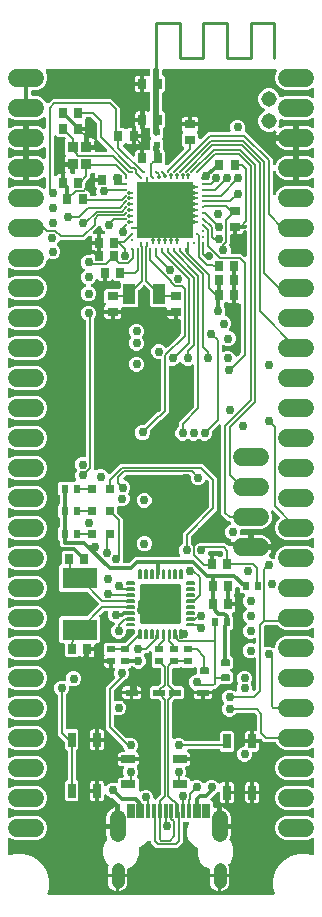
<source format=gbr>
From 7bebf9fe62dad33867ba6df1c0c611f8b313c549 Mon Sep 17 00:00:00 2001
From: Prashant Kumar <prashant.kmr752@gmail.com>
Date: Wed, 3 Jun 2020 22:26:24 +0530
Subject: Add test resource and test code for eagle files.

---
 .../tests/resources/eagle_files/copper_top_l1.gbr  | 16534 +++++++++++++++++++
 1 file changed, 16534 insertions(+)
 create mode 100644 gerbonara/gerber/tests/resources/eagle_files/copper_top_l1.gbr

(limited to 'gerbonara/gerber/tests/resources/eagle_files/copper_top_l1.gbr')

diff --git a/gerbonara/gerber/tests/resources/eagle_files/copper_top_l1.gbr b/gerbonara/gerber/tests/resources/eagle_files/copper_top_l1.gbr
new file mode 100644
index 0000000..430b621
--- /dev/null
+++ b/gerbonara/gerber/tests/resources/eagle_files/copper_top_l1.gbr
@@ -0,0 +1,16534 @@
+G04 EAGLE Gerber RS-274X export*
+G75*
+%MOMM*%
+%FSLAX34Y34*%
+%LPD*%
+%INTop Copper*%
+%IPPOS*%
+%AMOC8*
+5,1,8,0,0,1.08239X$1,22.5*%
+G01*
+%ADD10C,0.139700*%
+%ADD11C,0.342900*%
+%ADD12C,0.190500*%
+%ADD13R,1.058800X0.539100*%
+%ADD14R,0.800000X0.800000*%
+%ADD15R,0.600000X0.700000*%
+%ADD16R,0.700000X0.600000*%
+%ADD17R,0.700000X0.900000*%
+%ADD18C,1.524000*%
+%ADD19R,0.850000X0.950000*%
+%ADD20R,0.600000X0.600000*%
+%ADD21R,0.900000X0.700000*%
+%ADD22R,1.000000X1.800000*%
+%ADD23R,4.850000X4.850000*%
+%ADD24C,0.200000*%
+%ADD25C,0.858000*%
+%ADD26R,0.635000X1.270000*%
+%ADD27R,0.300000X1.270000*%
+%ADD28C,1.358000*%
+%ADD29C,1.108000*%
+%ADD30R,2.911800X1.817700*%
+%ADD31R,0.650000X1.250000*%
+%ADD32R,1.250000X0.650000*%
+%ADD33C,1.308000*%
+%ADD34C,0.254000*%
+%ADD35C,0.254000*%
+%ADD36C,0.200000*%
+%ADD37C,0.706400*%
+%ADD38C,0.756400*%
+%ADD39C,0.152400*%
+%ADD40C,0.355600*%
+%ADD41C,0.304800*%
+%ADD42C,0.203200*%
+%ADD43C,0.250000*%
+%ADD44C,0.500000*%
+%ADD45C,0.353200*%
+%ADD46C,0.150000*%
+
+G36*
+X234692Y10167D02*
+X234692Y10167D01*
+X234751Y10165D01*
+X234864Y10187D01*
+X234978Y10201D01*
+X235033Y10220D01*
+X235090Y10232D01*
+X235195Y10279D01*
+X235303Y10318D01*
+X235352Y10350D01*
+X235405Y10374D01*
+X235496Y10444D01*
+X235592Y10507D01*
+X235633Y10549D01*
+X235679Y10585D01*
+X235752Y10674D01*
+X235831Y10757D01*
+X235861Y10807D01*
+X235898Y10853D01*
+X235948Y10956D01*
+X236006Y11055D01*
+X236023Y11111D01*
+X236049Y11164D01*
+X236074Y11276D01*
+X236108Y11386D01*
+X236112Y11444D01*
+X236125Y11501D01*
+X236124Y11616D01*
+X236132Y11731D01*
+X236122Y11788D01*
+X236122Y11847D01*
+X236082Y12048D01*
+X234839Y16687D01*
+X234839Y23313D01*
+X236554Y29712D01*
+X239866Y35449D01*
+X244551Y40134D01*
+X250288Y43446D01*
+X256687Y45161D01*
+X263313Y45161D01*
+X267952Y43918D01*
+X268010Y43909D01*
+X268066Y43892D01*
+X268181Y43884D01*
+X268294Y43867D01*
+X268352Y43872D01*
+X268411Y43868D01*
+X268524Y43887D01*
+X268639Y43897D01*
+X268694Y43915D01*
+X268752Y43924D01*
+X268858Y43968D01*
+X268967Y44004D01*
+X269017Y44034D01*
+X269071Y44057D01*
+X269164Y44124D01*
+X269262Y44184D01*
+X269304Y44225D01*
+X269351Y44259D01*
+X269427Y44346D01*
+X269509Y44427D01*
+X269540Y44476D01*
+X269578Y44520D01*
+X269632Y44622D01*
+X269693Y44719D01*
+X269712Y44774D01*
+X269739Y44826D01*
+X269768Y44938D01*
+X269805Y45046D01*
+X269811Y45104D01*
+X269825Y45161D01*
+X269839Y45366D01*
+X269839Y57035D01*
+X269821Y57190D01*
+X269807Y57346D01*
+X269801Y57362D01*
+X269799Y57378D01*
+X269746Y57525D01*
+X269697Y57673D01*
+X269688Y57688D01*
+X269682Y57704D01*
+X269597Y57834D01*
+X269514Y57967D01*
+X269502Y57979D01*
+X269493Y57993D01*
+X269380Y58101D01*
+X269270Y58211D01*
+X269255Y58220D01*
+X269243Y58232D01*
+X269109Y58311D01*
+X268975Y58393D01*
+X268959Y58398D01*
+X268945Y58407D01*
+X268796Y58453D01*
+X268647Y58502D01*
+X268631Y58504D01*
+X268614Y58509D01*
+X268458Y58520D01*
+X268303Y58534D01*
+X268286Y58531D01*
+X268269Y58533D01*
+X268115Y58507D01*
+X267961Y58486D01*
+X267940Y58479D01*
+X267928Y58477D01*
+X267903Y58466D01*
+X267766Y58420D01*
+X264191Y56939D01*
+X244909Y56939D01*
+X241174Y58486D01*
+X238316Y61344D01*
+X236769Y65079D01*
+X236769Y69121D01*
+X238316Y72856D01*
+X241174Y75714D01*
+X244909Y77261D01*
+X264191Y77261D01*
+X267766Y75780D01*
+X267916Y75737D01*
+X268066Y75691D01*
+X268083Y75690D01*
+X268099Y75685D01*
+X268254Y75678D01*
+X268411Y75667D01*
+X268427Y75670D01*
+X268444Y75669D01*
+X268598Y75698D01*
+X268752Y75723D01*
+X268767Y75730D01*
+X268784Y75733D01*
+X268927Y75796D01*
+X269071Y75856D01*
+X269085Y75866D01*
+X269100Y75873D01*
+X269225Y75967D01*
+X269351Y76058D01*
+X269363Y76071D01*
+X269376Y76081D01*
+X269476Y76201D01*
+X269578Y76319D01*
+X269586Y76334D01*
+X269597Y76347D01*
+X269666Y76487D01*
+X269739Y76625D01*
+X269743Y76642D01*
+X269751Y76657D01*
+X269786Y76809D01*
+X269825Y76960D01*
+X269827Y76982D01*
+X269829Y76994D01*
+X269829Y77021D01*
+X269839Y77165D01*
+X269839Y82435D01*
+X269821Y82590D01*
+X269807Y82746D01*
+X269801Y82762D01*
+X269799Y82778D01*
+X269746Y82925D01*
+X269697Y83073D01*
+X269688Y83088D01*
+X269682Y83104D01*
+X269597Y83234D01*
+X269514Y83367D01*
+X269502Y83379D01*
+X269493Y83393D01*
+X269380Y83501D01*
+X269270Y83611D01*
+X269255Y83620D01*
+X269243Y83632D01*
+X269109Y83711D01*
+X268975Y83793D01*
+X268959Y83798D01*
+X268945Y83807D01*
+X268796Y83853D01*
+X268647Y83902D01*
+X268631Y83904D01*
+X268614Y83909D01*
+X268458Y83920D01*
+X268303Y83934D01*
+X268286Y83931D01*
+X268269Y83933D01*
+X268115Y83907D01*
+X267961Y83886D01*
+X267940Y83879D01*
+X267928Y83877D01*
+X267903Y83866D01*
+X267766Y83820D01*
+X264191Y82339D01*
+X244909Y82339D01*
+X241174Y83886D01*
+X238316Y86744D01*
+X236769Y90479D01*
+X236769Y94521D01*
+X238316Y98256D01*
+X241174Y101114D01*
+X244909Y102661D01*
+X264191Y102661D01*
+X267766Y101180D01*
+X267916Y101137D01*
+X268066Y101091D01*
+X268083Y101090D01*
+X268099Y101085D01*
+X268254Y101078D01*
+X268411Y101067D01*
+X268427Y101070D01*
+X268444Y101069D01*
+X268598Y101098D01*
+X268752Y101123D01*
+X268767Y101130D01*
+X268784Y101133D01*
+X268927Y101196D01*
+X269071Y101256D01*
+X269085Y101266D01*
+X269100Y101273D01*
+X269225Y101367D01*
+X269351Y101458D01*
+X269363Y101471D01*
+X269376Y101481D01*
+X269475Y101601D01*
+X269578Y101719D01*
+X269586Y101734D01*
+X269597Y101747D01*
+X269666Y101887D01*
+X269739Y102025D01*
+X269743Y102042D01*
+X269751Y102057D01*
+X269786Y102209D01*
+X269825Y102360D01*
+X269827Y102382D01*
+X269829Y102394D01*
+X269829Y102421D01*
+X269839Y102565D01*
+X269839Y107835D01*
+X269821Y107990D01*
+X269807Y108146D01*
+X269801Y108162D01*
+X269799Y108178D01*
+X269746Y108325D01*
+X269697Y108473D01*
+X269688Y108488D01*
+X269682Y108504D01*
+X269597Y108634D01*
+X269514Y108767D01*
+X269502Y108779D01*
+X269493Y108793D01*
+X269380Y108901D01*
+X269270Y109011D01*
+X269255Y109020D01*
+X269243Y109032D01*
+X269109Y109111D01*
+X268975Y109193D01*
+X268959Y109198D01*
+X268945Y109207D01*
+X268796Y109253D01*
+X268647Y109302D01*
+X268631Y109304D01*
+X268614Y109309D01*
+X268458Y109320D01*
+X268303Y109334D01*
+X268286Y109331D01*
+X268269Y109333D01*
+X268115Y109307D01*
+X267961Y109286D01*
+X267940Y109279D01*
+X267928Y109277D01*
+X267903Y109266D01*
+X267766Y109220D01*
+X264191Y107739D01*
+X244909Y107739D01*
+X241174Y109286D01*
+X238316Y112144D01*
+X236769Y115879D01*
+X236769Y119921D01*
+X238316Y123656D01*
+X241174Y126514D01*
+X244909Y128061D01*
+X264191Y128061D01*
+X267766Y126580D01*
+X267916Y126537D01*
+X268066Y126491D01*
+X268083Y126490D01*
+X268099Y126485D01*
+X268254Y126478D01*
+X268411Y126467D01*
+X268427Y126470D01*
+X268444Y126469D01*
+X268598Y126498D01*
+X268752Y126523D01*
+X268767Y126530D01*
+X268784Y126533D01*
+X268927Y126596D01*
+X269071Y126656D01*
+X269085Y126666D01*
+X269100Y126673D01*
+X269225Y126767D01*
+X269351Y126858D01*
+X269363Y126871D01*
+X269376Y126881D01*
+X269476Y127001D01*
+X269578Y127119D01*
+X269586Y127134D01*
+X269597Y127147D01*
+X269666Y127287D01*
+X269739Y127425D01*
+X269743Y127442D01*
+X269751Y127457D01*
+X269786Y127609D01*
+X269825Y127760D01*
+X269827Y127782D01*
+X269829Y127794D01*
+X269829Y127821D01*
+X269839Y127965D01*
+X269839Y133235D01*
+X269821Y133390D01*
+X269807Y133546D01*
+X269801Y133562D01*
+X269799Y133578D01*
+X269746Y133725D01*
+X269697Y133873D01*
+X269688Y133888D01*
+X269682Y133904D01*
+X269597Y134034D01*
+X269514Y134167D01*
+X269502Y134179D01*
+X269493Y134193D01*
+X269380Y134301D01*
+X269270Y134411D01*
+X269255Y134420D01*
+X269243Y134432D01*
+X269109Y134511D01*
+X268975Y134593D01*
+X268959Y134598D01*
+X268945Y134607D01*
+X268796Y134653D01*
+X268647Y134702D01*
+X268631Y134704D01*
+X268614Y134709D01*
+X268458Y134720D01*
+X268303Y134734D01*
+X268286Y134731D01*
+X268269Y134733D01*
+X268115Y134707D01*
+X267961Y134686D01*
+X267940Y134679D01*
+X267928Y134677D01*
+X267903Y134666D01*
+X267766Y134620D01*
+X264191Y133139D01*
+X244909Y133139D01*
+X241174Y134686D01*
+X238316Y137544D01*
+X237684Y139072D01*
+X237641Y139148D01*
+X237607Y139229D01*
+X237557Y139299D01*
+X237515Y139374D01*
+X237456Y139438D01*
+X237405Y139509D01*
+X237340Y139566D01*
+X237282Y139629D01*
+X237210Y139679D01*
+X237144Y139736D01*
+X237068Y139776D01*
+X236997Y139825D01*
+X236916Y139856D01*
+X236838Y139897D01*
+X236754Y139918D01*
+X236675Y139949D01*
+X236588Y139961D01*
+X236503Y139983D01*
+X236360Y139993D01*
+X236332Y139997D01*
+X236320Y139996D01*
+X236298Y139997D01*
+X227442Y139997D01*
+X225530Y141909D01*
+X225448Y141974D01*
+X225373Y142046D01*
+X225313Y142081D01*
+X225259Y142124D01*
+X225165Y142168D01*
+X225075Y142221D01*
+X225009Y142241D01*
+X224946Y142271D01*
+X224844Y142292D01*
+X224744Y142323D01*
+X224675Y142328D01*
+X224608Y142342D01*
+X224504Y142339D01*
+X224399Y142347D01*
+X224331Y142335D01*
+X224262Y142334D01*
+X224161Y142307D01*
+X224058Y142291D01*
+X223994Y142264D01*
+X223928Y142247D01*
+X223835Y142198D01*
+X223739Y142158D01*
+X223683Y142118D01*
+X223622Y142085D01*
+X223621Y142084D01*
+X218804Y142084D01*
+X218804Y149251D01*
+X219988Y149251D01*
+X220023Y149255D01*
+X220059Y149252D01*
+X220195Y149275D01*
+X220331Y149291D01*
+X220365Y149303D01*
+X220400Y149308D01*
+X220527Y149361D01*
+X220657Y149408D01*
+X220686Y149427D01*
+X220719Y149441D01*
+X220831Y149521D01*
+X220946Y149597D01*
+X220971Y149623D01*
+X220999Y149643D01*
+X221090Y149747D01*
+X221185Y149847D01*
+X221203Y149878D01*
+X221226Y149904D01*
+X221290Y150026D01*
+X221360Y150145D01*
+X221370Y150179D01*
+X221387Y150211D01*
+X221421Y150344D01*
+X221462Y150476D01*
+X221464Y150511D01*
+X221473Y150545D01*
+X221487Y150750D01*
+X221487Y161841D01*
+X221471Y161979D01*
+X221461Y162119D01*
+X221451Y162151D01*
+X221447Y162184D01*
+X221400Y162315D01*
+X221359Y162449D01*
+X221341Y162478D01*
+X221330Y162510D01*
+X221254Y162626D01*
+X221183Y162746D01*
+X221153Y162781D01*
+X221141Y162799D01*
+X221117Y162822D01*
+X221048Y162901D01*
+X220051Y163898D01*
+X219942Y163985D01*
+X219837Y164076D01*
+X219807Y164092D01*
+X219780Y164113D01*
+X219654Y164172D01*
+X219530Y164237D01*
+X219498Y164245D01*
+X219467Y164260D01*
+X219331Y164288D01*
+X219196Y164323D01*
+X219151Y164326D01*
+X219129Y164331D01*
+X219095Y164330D01*
+X218991Y164337D01*
+X204380Y164337D01*
+X204242Y164321D01*
+X204102Y164311D01*
+X204070Y164301D01*
+X204037Y164297D01*
+X203906Y164250D01*
+X203772Y164209D01*
+X203743Y164191D01*
+X203711Y164180D01*
+X203595Y164104D01*
+X203475Y164033D01*
+X203440Y164003D01*
+X203422Y163991D01*
+X203398Y163967D01*
+X203320Y163898D01*
+X201702Y162280D01*
+X199378Y161317D01*
+X196862Y161317D01*
+X194538Y162280D01*
+X192760Y164058D01*
+X191797Y166382D01*
+X191797Y168898D01*
+X192760Y171222D01*
+X193198Y171660D01*
+X193220Y171688D01*
+X193247Y171711D01*
+X193327Y171823D01*
+X193413Y171931D01*
+X193428Y171963D01*
+X193449Y171992D01*
+X193501Y172119D01*
+X193560Y172244D01*
+X193567Y172279D01*
+X193581Y172311D01*
+X193603Y172448D01*
+X193631Y172582D01*
+X193630Y172618D01*
+X193636Y172653D01*
+X193626Y172790D01*
+X193623Y172928D01*
+X193614Y172962D01*
+X193611Y172998D01*
+X193570Y173129D01*
+X193536Y173262D01*
+X193519Y173294D01*
+X193509Y173328D01*
+X193439Y173446D01*
+X193374Y173568D01*
+X193351Y173595D01*
+X193333Y173626D01*
+X193198Y173780D01*
+X192760Y174218D01*
+X191797Y176542D01*
+X191797Y179058D01*
+X192760Y181382D01*
+X194538Y183160D01*
+X196862Y184123D01*
+X199378Y184123D01*
+X201702Y183160D01*
+X201938Y182924D01*
+X202020Y182859D01*
+X202095Y182787D01*
+X202155Y182752D01*
+X202209Y182709D01*
+X202303Y182665D01*
+X202393Y182612D01*
+X202459Y182592D01*
+X202522Y182562D01*
+X202624Y182541D01*
+X202724Y182510D01*
+X202793Y182505D01*
+X202860Y182491D01*
+X202964Y182493D01*
+X203069Y182486D01*
+X203137Y182498D01*
+X203206Y182499D01*
+X203307Y182525D01*
+X203410Y182542D01*
+X203473Y182569D01*
+X203540Y182586D01*
+X203633Y182635D01*
+X203729Y182675D01*
+X203785Y182715D01*
+X203846Y182748D01*
+X203925Y182816D01*
+X204009Y182877D01*
+X204055Y182929D01*
+X204107Y182975D01*
+X204168Y183059D01*
+X204236Y183138D01*
+X204268Y183200D01*
+X204309Y183256D01*
+X204348Y183352D01*
+X204397Y183444D01*
+X204414Y183511D01*
+X204440Y183575D01*
+X204457Y183678D01*
+X204483Y183779D01*
+X204490Y183883D01*
+X204496Y183917D01*
+X204494Y183939D01*
+X204497Y183984D01*
+X204497Y186678D01*
+X205475Y189037D01*
+X205513Y189171D01*
+X205557Y189304D01*
+X205560Y189337D01*
+X205569Y189370D01*
+X205576Y189509D01*
+X205588Y189648D01*
+X205584Y189681D01*
+X205585Y189715D01*
+X205559Y189852D01*
+X205540Y189990D01*
+X205526Y190033D01*
+X205522Y190055D01*
+X205508Y190086D01*
+X205475Y190185D01*
+X204497Y192544D01*
+X204497Y195060D01*
+X205460Y197384D01*
+X207238Y199162D01*
+X209562Y200125D01*
+X212078Y200125D01*
+X214402Y199162D01*
+X216180Y197384D01*
+X217143Y195060D01*
+X217143Y192544D01*
+X216165Y190185D01*
+X216127Y190051D01*
+X216083Y189918D01*
+X216080Y189885D01*
+X216071Y189852D01*
+X216064Y189713D01*
+X216052Y189574D01*
+X216056Y189541D01*
+X216055Y189507D01*
+X216081Y189370D01*
+X216100Y189232D01*
+X216114Y189189D01*
+X216118Y189167D01*
+X216132Y189136D01*
+X216165Y189037D01*
+X217143Y186678D01*
+X217143Y184793D01*
+X217155Y184689D01*
+X217157Y184585D01*
+X217175Y184518D01*
+X217183Y184450D01*
+X217218Y184351D01*
+X217244Y184251D01*
+X217277Y184189D01*
+X217300Y184124D01*
+X217357Y184037D01*
+X217406Y183945D01*
+X217451Y183893D01*
+X217489Y183835D01*
+X217564Y183763D01*
+X217633Y183684D01*
+X217689Y183644D01*
+X217739Y183596D01*
+X217829Y183543D01*
+X217914Y183482D01*
+X217978Y183456D01*
+X218037Y183421D01*
+X218137Y183390D01*
+X218233Y183350D01*
+X218302Y183339D01*
+X218368Y183319D01*
+X218472Y183312D01*
+X218575Y183295D01*
+X218644Y183300D01*
+X218713Y183295D01*
+X218815Y183312D01*
+X218920Y183320D01*
+X218986Y183340D01*
+X219054Y183351D01*
+X219150Y183391D01*
+X219250Y183422D01*
+X219309Y183458D01*
+X219373Y183484D01*
+X219458Y183545D01*
+X219547Y183598D01*
+X219626Y183667D01*
+X219653Y183686D01*
+X219668Y183703D01*
+X219702Y183733D01*
+X220032Y184063D01*
+X220119Y184172D01*
+X220210Y184277D01*
+X220226Y184307D01*
+X220247Y184334D01*
+X220306Y184460D01*
+X220371Y184584D01*
+X220379Y184616D01*
+X220394Y184647D01*
+X220422Y184783D01*
+X220457Y184918D01*
+X220460Y184963D01*
+X220465Y184985D01*
+X220464Y185019D01*
+X220471Y185123D01*
+X220471Y209976D01*
+X220453Y210130D01*
+X220439Y210287D01*
+X220433Y210303D01*
+X220431Y210319D01*
+X220378Y210466D01*
+X220329Y210614D01*
+X220320Y210629D01*
+X220314Y210645D01*
+X220229Y210775D01*
+X220146Y210908D01*
+X220134Y210920D01*
+X220125Y210934D01*
+X220012Y211042D01*
+X219902Y211152D01*
+X219887Y211161D01*
+X219875Y211173D01*
+X219741Y211252D01*
+X219607Y211334D01*
+X219591Y211339D01*
+X219577Y211348D01*
+X219428Y211394D01*
+X219279Y211443D01*
+X219263Y211445D01*
+X219246Y211450D01*
+X219090Y211461D01*
+X218935Y211475D01*
+X218918Y211472D01*
+X218901Y211474D01*
+X218747Y211448D01*
+X218593Y211427D01*
+X218572Y211420D01*
+X218560Y211418D01*
+X218535Y211407D01*
+X218398Y211361D01*
+X217158Y210847D01*
+X214642Y210847D01*
+X212318Y211810D01*
+X210540Y213588D01*
+X209577Y215912D01*
+X209577Y218428D01*
+X210540Y220752D01*
+X212318Y222530D01*
+X214642Y223493D01*
+X217158Y223493D01*
+X218398Y222979D01*
+X218548Y222936D01*
+X218698Y222890D01*
+X218715Y222889D01*
+X218731Y222884D01*
+X218886Y222877D01*
+X219043Y222866D01*
+X219059Y222869D01*
+X219076Y222868D01*
+X219230Y222897D01*
+X219384Y222922D01*
+X219399Y222929D01*
+X219416Y222932D01*
+X219559Y222995D01*
+X219703Y223055D01*
+X219717Y223065D01*
+X219732Y223072D01*
+X219857Y223166D01*
+X219983Y223257D01*
+X219995Y223270D01*
+X220008Y223280D01*
+X220108Y223400D01*
+X220210Y223518D01*
+X220218Y223533D01*
+X220229Y223546D01*
+X220298Y223686D01*
+X220371Y223825D01*
+X220375Y223841D01*
+X220383Y223856D01*
+X220418Y224008D01*
+X220457Y224159D01*
+X220459Y224181D01*
+X220461Y224193D01*
+X220461Y224220D01*
+X220471Y224364D01*
+X220471Y226486D01*
+X220453Y226640D01*
+X220439Y226797D01*
+X220433Y226813D01*
+X220431Y226829D01*
+X220378Y226976D01*
+X220329Y227124D01*
+X220320Y227139D01*
+X220314Y227155D01*
+X220229Y227285D01*
+X220146Y227418D01*
+X220134Y227430D01*
+X220125Y227444D01*
+X220012Y227552D01*
+X219902Y227662D01*
+X219887Y227671D01*
+X219875Y227683D01*
+X219741Y227762D01*
+X219607Y227844D01*
+X219591Y227849D01*
+X219577Y227858D01*
+X219428Y227904D01*
+X219279Y227953D01*
+X219263Y227955D01*
+X219246Y227960D01*
+X219090Y227971D01*
+X218935Y227985D01*
+X218918Y227982D01*
+X218901Y227984D01*
+X218747Y227958D01*
+X218593Y227937D01*
+X218572Y227930D01*
+X218560Y227928D01*
+X218535Y227917D01*
+X218398Y227871D01*
+X217158Y227357D01*
+X214642Y227357D01*
+X212318Y228320D01*
+X210540Y230098D01*
+X209577Y232422D01*
+X209577Y234938D01*
+X210540Y237262D01*
+X212248Y238970D01*
+X212270Y238998D01*
+X212297Y239021D01*
+X212377Y239133D01*
+X212463Y239241D01*
+X212478Y239273D01*
+X212499Y239302D01*
+X212551Y239429D01*
+X212610Y239554D01*
+X212617Y239589D01*
+X212631Y239621D01*
+X212653Y239758D01*
+X212681Y239892D01*
+X212680Y239928D01*
+X212686Y239963D01*
+X212676Y240100D01*
+X212673Y240238D01*
+X212664Y240272D01*
+X212661Y240308D01*
+X212620Y240439D01*
+X212586Y240572D01*
+X212569Y240604D01*
+X212559Y240638D01*
+X212489Y240757D01*
+X212424Y240878D01*
+X212401Y240905D01*
+X212383Y240935D01*
+X212248Y241090D01*
+X210540Y242798D01*
+X209577Y245122D01*
+X209577Y247638D01*
+X210540Y249962D01*
+X212248Y251670D01*
+X212270Y251698D01*
+X212297Y251721D01*
+X212377Y251833D01*
+X212463Y251941D01*
+X212478Y251973D01*
+X212499Y252002D01*
+X212551Y252129D01*
+X212610Y252254D01*
+X212617Y252289D01*
+X212631Y252321D01*
+X212653Y252458D01*
+X212681Y252592D01*
+X212680Y252628D01*
+X212686Y252663D01*
+X212676Y252800D01*
+X212673Y252938D01*
+X212664Y252972D01*
+X212661Y253008D01*
+X212620Y253139D01*
+X212586Y253272D01*
+X212569Y253304D01*
+X212559Y253338D01*
+X212489Y253457D01*
+X212424Y253578D01*
+X212401Y253605D01*
+X212383Y253635D01*
+X212248Y253790D01*
+X210540Y255498D01*
+X209577Y257822D01*
+X209577Y260338D01*
+X210540Y262662D01*
+X211058Y263180D01*
+X211123Y263262D01*
+X211195Y263337D01*
+X211230Y263397D01*
+X211273Y263451D01*
+X211317Y263545D01*
+X211370Y263635D01*
+X211390Y263701D01*
+X211420Y263764D01*
+X211441Y263866D01*
+X211472Y263966D01*
+X211477Y264035D01*
+X211491Y264102D01*
+X211489Y264206D01*
+X211496Y264311D01*
+X211484Y264379D01*
+X211483Y264448D01*
+X211457Y264549D01*
+X211440Y264652D01*
+X211413Y264715D01*
+X211396Y264782D01*
+X211347Y264875D01*
+X211307Y264971D01*
+X211267Y265027D01*
+X211234Y265088D01*
+X211166Y265167D01*
+X211105Y265251D01*
+X211053Y265297D01*
+X211007Y265349D01*
+X210922Y265410D01*
+X210844Y265478D01*
+X210782Y265510D01*
+X210726Y265551D01*
+X210630Y265590D01*
+X210538Y265639D01*
+X210470Y265656D01*
+X210407Y265682D01*
+X210304Y265699D01*
+X210203Y265725D01*
+X210099Y265732D01*
+X210065Y265738D01*
+X210043Y265736D01*
+X209998Y265739D01*
+X208118Y265739D01*
+X206629Y267228D01*
+X206629Y269242D01*
+X206613Y269380D01*
+X206603Y269520D01*
+X206593Y269552D01*
+X206589Y269586D01*
+X206542Y269716D01*
+X206501Y269850D01*
+X206483Y269879D01*
+X206472Y269911D01*
+X206396Y270028D01*
+X206325Y270148D01*
+X206295Y270182D01*
+X206283Y270200D01*
+X206259Y270224D01*
+X206190Y270302D01*
+X205600Y270892D01*
+X205518Y270957D01*
+X205443Y271029D01*
+X205383Y271064D01*
+X205329Y271107D01*
+X205235Y271151D01*
+X205145Y271204D01*
+X205079Y271225D01*
+X205016Y271254D01*
+X204914Y271275D01*
+X204814Y271306D01*
+X204745Y271311D01*
+X204678Y271325D01*
+X204573Y271323D01*
+X204469Y271330D01*
+X204401Y271319D01*
+X204332Y271317D01*
+X204231Y271291D01*
+X204128Y271274D01*
+X204064Y271247D01*
+X203997Y271230D01*
+X203905Y271181D01*
+X203809Y271141D01*
+X203753Y271101D01*
+X203692Y271068D01*
+X203613Y271000D01*
+X203528Y270939D01*
+X203483Y270887D01*
+X203431Y270841D01*
+X203370Y270756D01*
+X203302Y270678D01*
+X203270Y270617D01*
+X203229Y270560D01*
+X203190Y270464D01*
+X203141Y270372D01*
+X203124Y270305D01*
+X203097Y270241D01*
+X203081Y270138D01*
+X203055Y270037D01*
+X203048Y269933D01*
+X203042Y269900D01*
+X203044Y269877D01*
+X203041Y269832D01*
+X203041Y266945D01*
+X202868Y266299D01*
+X202533Y265720D01*
+X202033Y265220D01*
+X202011Y265192D01*
+X201985Y265169D01*
+X201904Y265057D01*
+X201819Y264949D01*
+X201804Y264917D01*
+X201783Y264888D01*
+X201730Y264761D01*
+X201672Y264636D01*
+X201664Y264602D01*
+X201651Y264569D01*
+X201629Y264432D01*
+X201600Y264298D01*
+X201601Y264262D01*
+X201596Y264227D01*
+X201605Y264090D01*
+X201609Y263952D01*
+X201618Y263918D01*
+X201620Y263882D01*
+X201661Y263751D01*
+X201696Y263618D01*
+X201712Y263586D01*
+X201723Y263552D01*
+X201793Y263434D01*
+X201857Y263312D01*
+X201880Y263285D01*
+X201898Y263255D01*
+X202033Y263100D01*
+X202533Y262600D01*
+X202868Y262021D01*
+X203041Y261375D01*
+X203041Y258289D01*
+X198749Y258289D01*
+X198749Y271530D01*
+X198745Y271565D01*
+X198748Y271600D01*
+X198725Y271736D01*
+X198709Y271873D01*
+X198697Y271907D01*
+X198692Y271942D01*
+X198639Y272069D01*
+X198592Y272198D01*
+X198573Y272228D01*
+X198559Y272261D01*
+X198478Y272373D01*
+X198403Y272488D01*
+X198377Y272512D01*
+X198357Y272541D01*
+X198253Y272632D01*
+X198153Y272727D01*
+X198122Y272745D01*
+X198096Y272768D01*
+X197973Y272832D01*
+X197855Y272902D01*
+X197821Y272912D01*
+X197789Y272929D01*
+X197656Y272963D01*
+X197524Y273004D01*
+X197489Y273006D01*
+X197455Y273015D01*
+X197250Y273029D01*
+X196750Y273029D01*
+X196715Y273025D01*
+X196679Y273027D01*
+X196543Y273005D01*
+X196407Y272989D01*
+X196373Y272977D01*
+X196338Y272971D01*
+X196211Y272919D01*
+X196081Y272872D01*
+X196052Y272852D01*
+X196019Y272839D01*
+X195907Y272758D01*
+X195792Y272683D01*
+X195767Y272657D01*
+X195739Y272636D01*
+X195648Y272532D01*
+X195553Y272433D01*
+X195535Y272402D01*
+X195512Y272375D01*
+X195448Y272253D01*
+X195378Y272135D01*
+X195368Y272101D01*
+X195351Y272069D01*
+X195317Y271936D01*
+X195276Y271804D01*
+X195274Y271769D01*
+X195265Y271734D01*
+X195251Y271530D01*
+X195251Y256790D01*
+X195255Y256755D01*
+X195252Y256720D01*
+X195275Y256584D01*
+X195291Y256447D01*
+X195303Y256413D01*
+X195308Y256378D01*
+X195361Y256251D01*
+X195408Y256122D01*
+X195427Y256092D01*
+X195441Y256059D01*
+X195522Y255947D01*
+X195597Y255832D01*
+X195623Y255808D01*
+X195643Y255779D01*
+X195747Y255688D01*
+X195847Y255593D01*
+X195878Y255575D01*
+X195904Y255552D01*
+X195972Y255517D01*
+X196022Y255447D01*
+X196097Y255332D01*
+X196123Y255307D01*
+X196144Y255279D01*
+X196248Y255188D01*
+X196347Y255093D01*
+X196378Y255075D01*
+X196405Y255052D01*
+X196527Y254988D01*
+X196645Y254918D01*
+X196679Y254908D01*
+X196711Y254891D01*
+X196844Y254857D01*
+X196976Y254816D01*
+X197011Y254814D01*
+X197046Y254805D01*
+X197250Y254791D01*
+X203041Y254791D01*
+X203041Y251705D01*
+X202868Y251059D01*
+X202533Y250480D01*
+X202060Y250007D01*
+X201481Y249672D01*
+X200930Y249525D01*
+X200918Y249520D01*
+X200906Y249518D01*
+X200758Y249457D01*
+X200609Y249397D01*
+X200598Y249390D01*
+X200587Y249386D01*
+X200456Y249291D01*
+X200325Y249200D01*
+X200317Y249191D01*
+X200307Y249183D01*
+X200201Y249062D01*
+X200094Y248942D01*
+X200088Y248932D01*
+X200080Y248922D01*
+X200005Y248779D01*
+X199928Y248639D01*
+X199925Y248627D01*
+X199919Y248616D01*
+X199879Y248460D01*
+X199836Y248306D01*
+X199836Y248293D01*
+X199833Y248281D01*
+X199819Y248077D01*
+X199819Y247695D01*
+X199835Y247557D01*
+X199845Y247418D01*
+X199855Y247386D01*
+X199859Y247352D01*
+X199906Y247221D01*
+X199947Y247088D01*
+X199965Y247059D01*
+X199976Y247027D01*
+X200052Y246910D01*
+X200123Y246790D01*
+X200153Y246756D01*
+X200165Y246737D01*
+X200189Y246714D01*
+X200258Y246635D01*
+X201041Y245852D01*
+X201041Y236748D01*
+X199275Y234981D01*
+X199170Y234913D01*
+X199145Y234887D01*
+X199117Y234867D01*
+X199026Y234763D01*
+X198931Y234663D01*
+X198913Y234632D01*
+X198890Y234606D01*
+X198826Y234483D01*
+X198756Y234365D01*
+X198746Y234331D01*
+X198729Y234299D01*
+X198695Y234166D01*
+X198654Y234034D01*
+X198652Y233999D01*
+X198643Y233965D01*
+X198629Y233760D01*
+X198629Y213332D01*
+X198645Y213194D01*
+X198655Y213055D01*
+X198665Y213022D01*
+X198669Y212989D01*
+X198716Y212858D01*
+X198757Y212725D01*
+X198775Y212696D01*
+X198786Y212664D01*
+X198862Y212547D01*
+X198933Y212427D01*
+X198963Y212393D01*
+X198975Y212374D01*
+X198999Y212351D01*
+X199068Y212272D01*
+X200661Y210679D01*
+X200661Y203341D01*
+X199040Y201720D01*
+X199018Y201692D01*
+X198992Y201669D01*
+X198911Y201557D01*
+X198826Y201449D01*
+X198811Y201417D01*
+X198790Y201388D01*
+X198737Y201261D01*
+X198679Y201136D01*
+X198671Y201101D01*
+X198658Y201069D01*
+X198636Y200932D01*
+X198608Y200798D01*
+X198608Y200762D01*
+X198603Y200727D01*
+X198612Y200590D01*
+X198616Y200452D01*
+X198625Y200418D01*
+X198627Y200382D01*
+X198668Y200251D01*
+X198703Y200118D01*
+X198719Y200086D01*
+X198730Y200052D01*
+X198800Y199933D01*
+X198864Y199812D01*
+X198887Y199785D01*
+X198905Y199755D01*
+X199040Y199600D01*
+X200661Y197979D01*
+X200661Y190641D01*
+X198614Y188594D01*
+X190076Y188594D01*
+X189938Y188578D01*
+X189799Y188568D01*
+X189766Y188558D01*
+X189733Y188554D01*
+X189602Y188507D01*
+X189468Y188466D01*
+X189439Y188448D01*
+X189407Y188437D01*
+X189291Y188361D01*
+X189171Y188290D01*
+X189137Y188260D01*
+X189118Y188248D01*
+X189098Y188227D01*
+X189095Y188225D01*
+X189088Y188218D01*
+X189016Y188155D01*
+X185518Y184657D01*
+X184727Y184657D01*
+X184692Y184653D01*
+X184656Y184656D01*
+X184520Y184633D01*
+X184384Y184617D01*
+X184350Y184605D01*
+X184315Y184600D01*
+X184188Y184547D01*
+X184058Y184500D01*
+X184029Y184481D01*
+X183996Y184467D01*
+X183884Y184386D01*
+X183769Y184311D01*
+X183744Y184285D01*
+X183716Y184265D01*
+X183625Y184161D01*
+X183530Y184061D01*
+X183512Y184030D01*
+X183489Y184004D01*
+X183425Y183881D01*
+X183355Y183763D01*
+X183345Y183729D01*
+X183328Y183697D01*
+X183294Y183564D01*
+X183253Y183432D01*
+X183251Y183397D01*
+X183242Y183363D01*
+X183228Y183158D01*
+X183228Y183109D01*
+X175393Y183109D01*
+X167558Y183109D01*
+X167558Y183740D01*
+X167548Y183827D01*
+X167548Y183915D01*
+X167528Y183999D01*
+X167518Y184084D01*
+X167489Y184166D01*
+X167468Y184252D01*
+X167430Y184328D01*
+X167401Y184409D01*
+X167353Y184482D01*
+X167314Y184561D01*
+X167259Y184627D01*
+X167212Y184699D01*
+X167149Y184759D01*
+X167093Y184826D01*
+X167024Y184878D01*
+X166962Y184937D01*
+X166886Y184982D01*
+X166816Y185034D01*
+X166687Y185098D01*
+X166664Y185112D01*
+X166652Y185116D01*
+X166633Y185126D01*
+X166598Y185140D01*
+X164820Y186918D01*
+X163857Y189242D01*
+X163857Y191758D01*
+X164820Y194082D01*
+X166598Y195860D01*
+X169017Y196862D01*
+X169023Y196863D01*
+X169057Y196875D01*
+X169092Y196880D01*
+X169219Y196933D01*
+X169349Y196980D01*
+X169378Y196999D01*
+X169411Y197013D01*
+X169523Y197094D01*
+X169638Y197169D01*
+X169663Y197195D01*
+X169691Y197215D01*
+X169782Y197319D01*
+X169877Y197419D01*
+X169895Y197450D01*
+X169918Y197476D01*
+X169982Y197599D01*
+X170052Y197717D01*
+X170062Y197751D01*
+X170079Y197783D01*
+X170113Y197916D01*
+X170154Y198048D01*
+X170156Y198083D01*
+X170165Y198117D01*
+X170179Y198322D01*
+X170179Y202267D01*
+X170167Y202370D01*
+X170165Y202475D01*
+X170147Y202541D01*
+X170139Y202610D01*
+X170104Y202708D01*
+X170078Y202809D01*
+X170045Y202870D01*
+X170022Y202935D01*
+X169965Y203023D01*
+X169916Y203115D01*
+X169871Y203167D01*
+X169833Y203225D01*
+X169758Y203297D01*
+X169689Y203376D01*
+X169633Y203416D01*
+X169583Y203464D01*
+X169493Y203516D01*
+X169408Y203577D01*
+X169344Y203604D01*
+X169285Y203639D01*
+X169185Y203669D01*
+X169089Y203709D01*
+X169020Y203720D01*
+X168954Y203741D01*
+X168850Y203748D01*
+X168747Y203764D01*
+X168678Y203760D01*
+X168609Y203764D01*
+X168507Y203747D01*
+X168402Y203740D01*
+X168336Y203719D01*
+X168268Y203708D01*
+X168172Y203668D01*
+X168072Y203637D01*
+X168013Y203602D01*
+X167949Y203576D01*
+X167864Y203515D01*
+X167775Y203462D01*
+X167696Y203393D01*
+X167669Y203373D01*
+X167654Y203356D01*
+X167620Y203327D01*
+X167112Y202819D01*
+X158008Y202819D01*
+X157795Y203032D01*
+X157767Y203054D01*
+X157744Y203080D01*
+X157632Y203161D01*
+X157524Y203246D01*
+X157492Y203261D01*
+X157463Y203282D01*
+X157336Y203335D01*
+X157211Y203393D01*
+X157176Y203401D01*
+X157144Y203414D01*
+X157007Y203436D01*
+X156873Y203465D01*
+X156837Y203464D01*
+X156802Y203469D01*
+X156665Y203460D01*
+X156527Y203456D01*
+X156493Y203447D01*
+X156457Y203445D01*
+X156326Y203404D01*
+X156193Y203369D01*
+X156161Y203353D01*
+X156127Y203342D01*
+X156009Y203272D01*
+X155887Y203208D01*
+X155860Y203185D01*
+X155829Y203167D01*
+X155675Y203032D01*
+X155462Y202819D01*
+X151106Y202819D01*
+X151071Y202815D01*
+X151035Y202818D01*
+X150899Y202795D01*
+X150763Y202779D01*
+X150729Y202767D01*
+X150694Y202762D01*
+X150567Y202709D01*
+X150437Y202662D01*
+X150408Y202643D01*
+X150375Y202629D01*
+X150263Y202548D01*
+X150148Y202473D01*
+X150123Y202447D01*
+X150095Y202427D01*
+X150004Y202323D01*
+X149909Y202223D01*
+X149891Y202192D01*
+X149868Y202166D01*
+X149804Y202043D01*
+X149734Y201925D01*
+X149724Y201891D01*
+X149707Y201859D01*
+X149673Y201726D01*
+X149632Y201594D01*
+X149630Y201559D01*
+X149621Y201525D01*
+X149607Y201320D01*
+X149607Y189695D01*
+X149623Y189557D01*
+X149633Y189418D01*
+X149643Y189385D01*
+X149647Y189352D01*
+X149694Y189221D01*
+X149735Y189087D01*
+X149753Y189058D01*
+X149764Y189026D01*
+X149840Y188910D01*
+X149911Y188790D01*
+X149941Y188756D01*
+X149953Y188737D01*
+X149977Y188714D01*
+X150046Y188635D01*
+X151395Y187285D01*
+X151504Y187199D01*
+X151610Y187107D01*
+X151640Y187092D01*
+X151666Y187071D01*
+X151792Y187012D01*
+X151916Y186947D01*
+X151949Y186938D01*
+X151979Y186924D01*
+X152116Y186895D01*
+X152251Y186860D01*
+X152296Y186857D01*
+X152318Y186853D01*
+X152351Y186853D01*
+X152456Y186846D01*
+X158173Y186846D01*
+X159662Y185358D01*
+X159662Y177862D01*
+X158173Y176374D01*
+X152412Y176374D01*
+X152384Y176371D01*
+X152356Y176373D01*
+X152212Y176351D01*
+X152068Y176334D01*
+X152042Y176324D01*
+X152014Y176320D01*
+X151880Y176266D01*
+X151743Y176216D01*
+X151720Y176201D01*
+X151694Y176191D01*
+X151575Y176107D01*
+X151453Y176028D01*
+X151434Y176007D01*
+X151411Y175991D01*
+X151268Y175844D01*
+X149962Y174304D01*
+X149919Y174239D01*
+X149868Y174180D01*
+X149824Y174096D01*
+X149771Y174016D01*
+X149744Y173943D01*
+X149707Y173874D01*
+X149683Y173782D01*
+X149650Y173692D01*
+X149640Y173615D01*
+X149621Y173539D01*
+X149609Y173366D01*
+X149607Y173349D01*
+X149607Y173344D01*
+X149607Y173335D01*
+X149607Y144038D01*
+X149625Y143883D01*
+X149639Y143728D01*
+X149645Y143712D01*
+X149647Y143695D01*
+X149700Y143548D01*
+X149749Y143400D01*
+X149758Y143386D01*
+X149764Y143370D01*
+X149849Y143239D01*
+X149932Y143106D01*
+X149944Y143094D01*
+X149953Y143080D01*
+X150066Y142973D01*
+X150176Y142862D01*
+X150191Y142853D01*
+X150203Y142841D01*
+X150337Y142763D01*
+X150471Y142680D01*
+X150487Y142675D01*
+X150501Y142666D01*
+X150650Y142621D01*
+X150799Y142571D01*
+X150815Y142569D01*
+X150832Y142564D01*
+X150988Y142554D01*
+X151143Y142540D01*
+X151160Y142542D01*
+X151177Y142541D01*
+X151331Y142566D01*
+X151485Y142588D01*
+X151506Y142595D01*
+X151518Y142597D01*
+X151543Y142607D01*
+X151680Y142653D01*
+X153682Y143483D01*
+X156198Y143483D01*
+X158522Y142520D01*
+X160140Y140902D01*
+X160249Y140815D01*
+X160354Y140724D01*
+X160384Y140708D01*
+X160411Y140687D01*
+X160537Y140628D01*
+X160661Y140563D01*
+X160693Y140555D01*
+X160724Y140540D01*
+X160860Y140512D01*
+X160995Y140477D01*
+X161040Y140474D01*
+X161062Y140469D01*
+X161096Y140470D01*
+X161200Y140463D01*
+X188390Y140463D01*
+X188425Y140467D01*
+X188461Y140464D01*
+X188597Y140487D01*
+X188733Y140503D01*
+X188767Y140515D01*
+X188802Y140520D01*
+X188929Y140573D01*
+X189059Y140620D01*
+X189088Y140639D01*
+X189121Y140653D01*
+X189233Y140734D01*
+X189348Y140809D01*
+X189373Y140835D01*
+X189401Y140855D01*
+X189492Y140959D01*
+X189587Y141059D01*
+X189605Y141090D01*
+X189628Y141116D01*
+X189692Y141239D01*
+X189762Y141357D01*
+X189772Y141391D01*
+X189789Y141423D01*
+X189823Y141556D01*
+X189864Y141688D01*
+X189866Y141723D01*
+X189875Y141757D01*
+X189889Y141962D01*
+X189889Y147762D01*
+X191378Y149251D01*
+X199982Y149251D01*
+X201471Y147762D01*
+X201471Y133158D01*
+X199982Y131669D01*
+X191378Y131669D01*
+X189629Y133418D01*
+X189520Y133505D01*
+X189414Y133596D01*
+X189384Y133612D01*
+X189358Y133633D01*
+X189232Y133692D01*
+X189108Y133757D01*
+X189075Y133765D01*
+X189045Y133780D01*
+X188908Y133808D01*
+X188773Y133843D01*
+X188728Y133846D01*
+X188706Y133851D01*
+X188673Y133850D01*
+X188569Y133857D01*
+X163607Y133857D01*
+X163481Y133843D01*
+X163354Y133836D01*
+X163310Y133823D01*
+X163264Y133817D01*
+X163145Y133774D01*
+X163022Y133738D01*
+X162982Y133716D01*
+X162939Y133700D01*
+X162832Y133630D01*
+X162722Y133568D01*
+X162688Y133536D01*
+X162649Y133511D01*
+X162561Y133419D01*
+X162468Y133333D01*
+X162442Y133294D01*
+X162411Y133261D01*
+X162346Y133151D01*
+X162275Y133046D01*
+X162259Y133002D01*
+X162236Y132963D01*
+X162198Y132841D01*
+X162153Y132722D01*
+X162147Y132677D01*
+X162134Y132632D01*
+X162125Y132505D01*
+X162108Y132379D01*
+X162113Y132334D01*
+X162110Y132287D01*
+X162130Y132162D01*
+X162143Y132035D01*
+X162158Y131992D01*
+X162166Y131946D01*
+X162215Y131829D01*
+X162256Y131709D01*
+X162281Y131670D01*
+X162299Y131627D01*
+X162373Y131524D01*
+X162441Y131416D01*
+X162474Y131384D01*
+X162501Y131347D01*
+X162597Y131263D01*
+X162688Y131174D01*
+X162740Y131139D01*
+X162762Y131120D01*
+X162790Y131105D01*
+X162858Y131060D01*
+X163510Y130683D01*
+X163983Y130210D01*
+X164318Y129631D01*
+X164491Y128985D01*
+X164491Y127024D01*
+X155825Y127024D01*
+X155790Y127020D01*
+X155755Y127023D01*
+X155619Y127000D01*
+X155482Y126984D01*
+X155448Y126972D01*
+X155413Y126967D01*
+X155286Y126914D01*
+X155157Y126867D01*
+X155127Y126848D01*
+X155094Y126834D01*
+X154982Y126753D01*
+X154867Y126678D01*
+X154843Y126652D01*
+X154814Y126632D01*
+X154723Y126528D01*
+X154628Y126428D01*
+X154610Y126397D01*
+X154587Y126371D01*
+X154523Y126248D01*
+X154453Y126130D01*
+X154443Y126096D01*
+X154426Y126064D01*
+X154392Y125931D01*
+X154351Y125799D01*
+X154349Y125764D01*
+X154340Y125730D01*
+X154326Y125525D01*
+X154326Y125275D01*
+X154330Y125240D01*
+X154328Y125204D01*
+X154350Y125068D01*
+X154366Y124932D01*
+X154378Y124898D01*
+X154384Y124863D01*
+X154436Y124736D01*
+X154483Y124606D01*
+X154503Y124577D01*
+X154516Y124544D01*
+X154597Y124432D01*
+X154672Y124317D01*
+X154698Y124292D01*
+X154719Y124264D01*
+X154823Y124173D01*
+X154922Y124078D01*
+X154953Y124060D01*
+X154980Y124037D01*
+X155102Y123973D01*
+X155220Y123903D01*
+X155254Y123893D01*
+X155286Y123876D01*
+X155419Y123842D01*
+X155551Y123801D01*
+X155586Y123799D01*
+X155621Y123790D01*
+X155825Y123776D01*
+X164491Y123776D01*
+X164491Y121815D01*
+X164318Y121169D01*
+X163983Y120590D01*
+X163510Y120117D01*
+X162931Y119782D01*
+X162285Y119609D01*
+X161828Y119609D01*
+X161673Y119591D01*
+X161518Y119577D01*
+X161502Y119571D01*
+X161485Y119569D01*
+X161338Y119516D01*
+X161190Y119467D01*
+X161176Y119458D01*
+X161160Y119452D01*
+X161029Y119367D01*
+X160896Y119284D01*
+X160884Y119272D01*
+X160870Y119263D01*
+X160763Y119150D01*
+X160652Y119040D01*
+X160643Y119025D01*
+X160631Y119013D01*
+X160553Y118879D01*
+X160470Y118745D01*
+X160465Y118729D01*
+X160456Y118715D01*
+X160410Y118566D01*
+X160361Y118417D01*
+X160359Y118401D01*
+X160354Y118384D01*
+X160344Y118228D01*
+X160330Y118073D01*
+X160332Y118056D01*
+X160331Y118039D01*
+X160356Y117885D01*
+X160378Y117731D01*
+X160385Y117710D01*
+X160387Y117698D01*
+X160397Y117673D01*
+X160443Y117536D01*
+X161263Y115558D01*
+X161263Y113042D01*
+X160733Y111764D01*
+X160690Y111614D01*
+X160644Y111464D01*
+X160643Y111447D01*
+X160639Y111431D01*
+X160631Y111276D01*
+X160621Y111119D01*
+X160623Y111103D01*
+X160623Y111086D01*
+X160651Y110932D01*
+X160677Y110778D01*
+X160683Y110763D01*
+X160686Y110746D01*
+X160750Y110603D01*
+X160809Y110459D01*
+X160819Y110445D01*
+X160826Y110430D01*
+X160920Y110305D01*
+X161012Y110179D01*
+X161024Y110167D01*
+X161035Y110154D01*
+X161155Y110054D01*
+X161273Y109952D01*
+X161288Y109944D01*
+X161301Y109933D01*
+X161440Y109864D01*
+X161579Y109791D01*
+X161595Y109787D01*
+X161610Y109779D01*
+X161762Y109744D01*
+X161914Y109705D01*
+X161935Y109703D01*
+X161947Y109701D01*
+X161975Y109701D01*
+X162118Y109691D01*
+X163002Y109691D01*
+X164508Y108186D01*
+X164509Y108176D01*
+X164523Y108020D01*
+X164529Y108004D01*
+X164531Y107987D01*
+X164584Y107841D01*
+X164633Y107693D01*
+X164642Y107678D01*
+X164648Y107662D01*
+X164733Y107531D01*
+X164816Y107399D01*
+X164828Y107387D01*
+X164837Y107373D01*
+X164950Y107265D01*
+X165060Y107155D01*
+X165075Y107146D01*
+X165087Y107134D01*
+X165221Y107055D01*
+X165355Y106973D01*
+X165371Y106968D01*
+X165385Y106959D01*
+X165534Y106913D01*
+X165683Y106863D01*
+X165699Y106862D01*
+X165716Y106857D01*
+X165872Y106846D01*
+X166027Y106832D01*
+X166044Y106834D01*
+X166061Y106833D01*
+X166215Y106859D01*
+X166369Y106880D01*
+X166390Y106887D01*
+X166402Y106889D01*
+X166427Y106900D01*
+X166564Y106946D01*
+X168922Y107923D01*
+X171438Y107923D01*
+X173762Y106960D01*
+X175470Y105252D01*
+X175498Y105230D01*
+X175521Y105203D01*
+X175633Y105123D01*
+X175741Y105037D01*
+X175773Y105022D01*
+X175802Y105001D01*
+X175929Y104949D01*
+X176054Y104890D01*
+X176089Y104883D01*
+X176121Y104869D01*
+X176258Y104847D01*
+X176392Y104819D01*
+X176428Y104820D01*
+X176463Y104814D01*
+X176600Y104824D01*
+X176738Y104827D01*
+X176772Y104836D01*
+X176808Y104839D01*
+X176939Y104880D01*
+X177072Y104914D01*
+X177104Y104931D01*
+X177138Y104941D01*
+X177257Y105011D01*
+X177378Y105076D01*
+X177405Y105099D01*
+X177435Y105117D01*
+X177590Y105252D01*
+X179298Y106960D01*
+X181622Y107923D01*
+X184138Y107923D01*
+X186462Y106960D01*
+X188451Y104971D01*
+X188451Y104970D01*
+X188510Y104903D01*
+X188523Y104894D01*
+X188533Y104882D01*
+X188663Y104793D01*
+X188791Y104702D01*
+X188805Y104696D01*
+X188818Y104687D01*
+X188964Y104630D01*
+X189110Y104570D01*
+X189126Y104567D01*
+X189141Y104561D01*
+X189296Y104540D01*
+X189451Y104514D01*
+X189467Y104516D01*
+X189483Y104513D01*
+X189639Y104528D01*
+X189796Y104539D01*
+X189812Y104544D01*
+X189827Y104545D01*
+X189976Y104595D01*
+X190126Y104642D01*
+X190140Y104650D01*
+X190155Y104655D01*
+X190289Y104737D01*
+X190424Y104817D01*
+X190440Y104831D01*
+X190449Y104837D01*
+X190468Y104855D01*
+X190579Y104952D01*
+X190970Y105343D01*
+X191549Y105678D01*
+X192195Y105851D01*
+X194156Y105851D01*
+X194156Y97185D01*
+X194160Y97150D01*
+X194157Y97115D01*
+X194165Y97069D01*
+X194156Y96935D01*
+X194156Y88269D01*
+X192195Y88269D01*
+X191549Y88442D01*
+X190970Y88777D01*
+X190497Y89250D01*
+X190162Y89829D01*
+X189989Y90475D01*
+X189989Y96148D01*
+X189977Y96252D01*
+X189975Y96356D01*
+X189957Y96423D01*
+X189949Y96492D01*
+X189914Y96590D01*
+X189888Y96691D01*
+X189855Y96752D01*
+X189832Y96817D01*
+X189775Y96904D01*
+X189726Y96996D01*
+X189681Y97048D01*
+X189643Y97106D01*
+X189568Y97178D01*
+X189499Y97257D01*
+X189443Y97297D01*
+X189393Y97345D01*
+X189303Y97398D01*
+X189218Y97459D01*
+X189154Y97485D01*
+X189095Y97520D01*
+X188995Y97551D01*
+X188899Y97591D01*
+X188830Y97602D01*
+X188764Y97622D01*
+X188660Y97629D01*
+X188557Y97646D01*
+X188488Y97641D01*
+X188419Y97646D01*
+X188317Y97629D01*
+X188212Y97621D01*
+X188146Y97601D01*
+X188078Y97590D01*
+X187982Y97550D01*
+X187882Y97519D01*
+X187823Y97484D01*
+X187759Y97457D01*
+X187675Y97396D01*
+X187585Y97343D01*
+X187506Y97274D01*
+X187479Y97255D01*
+X187464Y97238D01*
+X187430Y97208D01*
+X186462Y96240D01*
+X186235Y96146D01*
+X186219Y96137D01*
+X186201Y96131D01*
+X186068Y96053D01*
+X185933Y95978D01*
+X185919Y95965D01*
+X185903Y95956D01*
+X185749Y95821D01*
+X184230Y94302D01*
+X182296Y92368D01*
+X182259Y92322D01*
+X182217Y92283D01*
+X182152Y92187D01*
+X182081Y92097D01*
+X182056Y92044D01*
+X182024Y91996D01*
+X181983Y91888D01*
+X181934Y91784D01*
+X181922Y91727D01*
+X181901Y91672D01*
+X181887Y91558D01*
+X181863Y91446D01*
+X181864Y91387D01*
+X181857Y91329D01*
+X181868Y91215D01*
+X181871Y91100D01*
+X181886Y91043D01*
+X181892Y90985D01*
+X181929Y90877D01*
+X181958Y90765D01*
+X181985Y90714D01*
+X182005Y90659D01*
+X182066Y90561D01*
+X182120Y90460D01*
+X182158Y90416D01*
+X182189Y90366D01*
+X182271Y90286D01*
+X182347Y90199D01*
+X182394Y90165D01*
+X182436Y90124D01*
+X182606Y90010D01*
+X183085Y89733D01*
+X183558Y89260D01*
+X183893Y88681D01*
+X184066Y88035D01*
+X184066Y85533D01*
+X184077Y85436D01*
+X184078Y85338D01*
+X184097Y85264D01*
+X184106Y85189D01*
+X184139Y85097D01*
+X184163Y85003D01*
+X184197Y84935D01*
+X184223Y84864D01*
+X184277Y84782D01*
+X184321Y84695D01*
+X184370Y84638D01*
+X184412Y84574D01*
+X184483Y84507D01*
+X184546Y84433D01*
+X184607Y84388D01*
+X184662Y84336D01*
+X184746Y84286D01*
+X184825Y84229D01*
+X184895Y84199D01*
+X184960Y84161D01*
+X185054Y84132D01*
+X185143Y84094D01*
+X185218Y84081D01*
+X185291Y84059D01*
+X185388Y84052D01*
+X185484Y84035D01*
+X185560Y84040D01*
+X185636Y84035D01*
+X185732Y84051D01*
+X185829Y84057D01*
+X185945Y84086D01*
+X185977Y84091D01*
+X185994Y84098D01*
+X186028Y84107D01*
+X187365Y84541D01*
+X187426Y84551D01*
+X187426Y69597D01*
+X187428Y69579D01*
+X187426Y69560D01*
+X187448Y69408D01*
+X187466Y69254D01*
+X187472Y69236D01*
+X187474Y69218D01*
+X187540Y69024D01*
+X187673Y68701D01*
+X187716Y68625D01*
+X187749Y68544D01*
+X187800Y68474D01*
+X187842Y68399D01*
+X187901Y68335D01*
+X187952Y68264D01*
+X188017Y68207D01*
+X188075Y68144D01*
+X188147Y68095D01*
+X188213Y68037D01*
+X188289Y67997D01*
+X188360Y67949D01*
+X188441Y67917D01*
+X188519Y67876D01*
+X188602Y67855D01*
+X188682Y67824D01*
+X188699Y67822D01*
+X188700Y67818D01*
+X188716Y67682D01*
+X188728Y67648D01*
+X188734Y67613D01*
+X188786Y67486D01*
+X188833Y67356D01*
+X188853Y67327D01*
+X188866Y67294D01*
+X188947Y67182D01*
+X189022Y67067D01*
+X189048Y67042D01*
+X189069Y67014D01*
+X189173Y66923D01*
+X189272Y66828D01*
+X189303Y66810D01*
+X189330Y66787D01*
+X189452Y66723D01*
+X189570Y66653D01*
+X189604Y66643D01*
+X189636Y66626D01*
+X189769Y66592D01*
+X189901Y66551D01*
+X189936Y66549D01*
+X189971Y66540D01*
+X190175Y66526D01*
+X198881Y66526D01*
+X198881Y61126D01*
+X198651Y59675D01*
+X198197Y58278D01*
+X198022Y57934D01*
+X197971Y57797D01*
+X197915Y57662D01*
+X197911Y57635D01*
+X197901Y57610D01*
+X197883Y57465D01*
+X197860Y57321D01*
+X197862Y57293D01*
+X197858Y57267D01*
+X197874Y57122D01*
+X197884Y56976D01*
+X197892Y56950D01*
+X197895Y56923D01*
+X197943Y56785D01*
+X197987Y56646D01*
+X198001Y56622D01*
+X198010Y56597D01*
+X198088Y56473D01*
+X198163Y56348D01*
+X198186Y56321D01*
+X198196Y56305D01*
+X198219Y56282D01*
+X198297Y56193D01*
+X198903Y55588D01*
+X201211Y50016D01*
+X201211Y43984D01*
+X198903Y38412D01*
+X197419Y36928D01*
+X197364Y36859D01*
+X197302Y36797D01*
+X197257Y36724D01*
+X197204Y36657D01*
+X197167Y36578D01*
+X197121Y36503D01*
+X197094Y36422D01*
+X197057Y36344D01*
+X197039Y36258D01*
+X197011Y36175D01*
+X197003Y36090D01*
+X196986Y36006D01*
+X196988Y35918D01*
+X196980Y35831D01*
+X196992Y35746D01*
+X196994Y35660D01*
+X197016Y35575D01*
+X197028Y35489D01*
+X197074Y35352D01*
+X197081Y35325D01*
+X197087Y35315D01*
+X197094Y35294D01*
+X197320Y34747D01*
+X197631Y33186D01*
+X197631Y28349D01*
+X189550Y28349D01*
+X181469Y28349D01*
+X181469Y31486D01*
+X181459Y31573D01*
+X181459Y31660D01*
+X181439Y31744D01*
+X181429Y31829D01*
+X181400Y31911D01*
+X181380Y31997D01*
+X181341Y32074D01*
+X181312Y32154D01*
+X181264Y32228D01*
+X181225Y32306D01*
+X181170Y32372D01*
+X181123Y32444D01*
+X181060Y32504D01*
+X181004Y32572D01*
+X180935Y32623D01*
+X180873Y32683D01*
+X180797Y32727D01*
+X180727Y32780D01*
+X180599Y32844D01*
+X180575Y32858D01*
+X180563Y32861D01*
+X180544Y32871D01*
+X177462Y34147D01*
+X173197Y38412D01*
+X170889Y43984D01*
+X170889Y49939D01*
+X170879Y50026D01*
+X170879Y50113D01*
+X170859Y50197D01*
+X170849Y50282D01*
+X170820Y50365D01*
+X170800Y50450D01*
+X170761Y50527D01*
+X170732Y50607D01*
+X170684Y50681D01*
+X170645Y50759D01*
+X170590Y50825D01*
+X170543Y50897D01*
+X170480Y50957D01*
+X170424Y51025D01*
+X170355Y51076D01*
+X170293Y51136D01*
+X170218Y51180D01*
+X170147Y51233D01*
+X170018Y51297D01*
+X169995Y51311D01*
+X169983Y51314D01*
+X169964Y51324D01*
+X167653Y52281D01*
+X163881Y56053D01*
+X161839Y60982D01*
+X161839Y66318D01*
+X163525Y70386D01*
+X163567Y70536D01*
+X163613Y70686D01*
+X163615Y70703D01*
+X163619Y70719D01*
+X163626Y70874D01*
+X163637Y71031D01*
+X163634Y71047D01*
+X163635Y71064D01*
+X163606Y71218D01*
+X163581Y71372D01*
+X163575Y71387D01*
+X163571Y71404D01*
+X163508Y71547D01*
+X163448Y71691D01*
+X163439Y71705D01*
+X163432Y71720D01*
+X163338Y71845D01*
+X163246Y71971D01*
+X163233Y71983D01*
+X163223Y71996D01*
+X163103Y72096D01*
+X162985Y72198D01*
+X162970Y72206D01*
+X162957Y72217D01*
+X162817Y72286D01*
+X162679Y72359D01*
+X162662Y72363D01*
+X162647Y72371D01*
+X162496Y72406D01*
+X162344Y72445D01*
+X162322Y72447D01*
+X162311Y72449D01*
+X162283Y72449D01*
+X162139Y72459D01*
+X159742Y72459D01*
+X159707Y72455D01*
+X159671Y72458D01*
+X159535Y72435D01*
+X159399Y72419D01*
+X159365Y72407D01*
+X159330Y72402D01*
+X159203Y72349D01*
+X159073Y72302D01*
+X159044Y72283D01*
+X159011Y72269D01*
+X158899Y72188D01*
+X158784Y72113D01*
+X158759Y72087D01*
+X158731Y72067D01*
+X158640Y71963D01*
+X158545Y71863D01*
+X158527Y71832D01*
+X158504Y71806D01*
+X158440Y71683D01*
+X158370Y71565D01*
+X158360Y71531D01*
+X158343Y71499D01*
+X158309Y71366D01*
+X158268Y71234D01*
+X158266Y71199D01*
+X158257Y71165D01*
+X158243Y70960D01*
+X158243Y54512D01*
+X153768Y50037D01*
+X135792Y50037D01*
+X131317Y54512D01*
+X131317Y54932D01*
+X131305Y55036D01*
+X131303Y55140D01*
+X131285Y55207D01*
+X131277Y55276D01*
+X131242Y55374D01*
+X131216Y55475D01*
+X131183Y55536D01*
+X131160Y55601D01*
+X131103Y55688D01*
+X131054Y55780D01*
+X131009Y55832D01*
+X130971Y55890D01*
+X130896Y55962D01*
+X130827Y56041D01*
+X130771Y56081D01*
+X130721Y56129D01*
+X130631Y56182D01*
+X130546Y56243D01*
+X130482Y56269D01*
+X130423Y56304D01*
+X130323Y56335D01*
+X130227Y56375D01*
+X130158Y56386D01*
+X130092Y56406D01*
+X129988Y56413D01*
+X129885Y56430D01*
+X129816Y56425D01*
+X129747Y56430D01*
+X129645Y56413D01*
+X129540Y56405D01*
+X129474Y56385D01*
+X129406Y56374D01*
+X129310Y56334D01*
+X129210Y56303D01*
+X129151Y56268D01*
+X129087Y56241D01*
+X129002Y56180D01*
+X128913Y56127D01*
+X128834Y56059D01*
+X128807Y56039D01*
+X128792Y56022D01*
+X128758Y55992D01*
+X125047Y52281D01*
+X122136Y51075D01*
+X122060Y51033D01*
+X121979Y50999D01*
+X121909Y50949D01*
+X121834Y50907D01*
+X121769Y50848D01*
+X121699Y50797D01*
+X121642Y50732D01*
+X121579Y50674D01*
+X121529Y50602D01*
+X121472Y50536D01*
+X121432Y50460D01*
+X121383Y50389D01*
+X121352Y50307D01*
+X121311Y50230D01*
+X121290Y50147D01*
+X121259Y50066D01*
+X121247Y49980D01*
+X121225Y49895D01*
+X121215Y49752D01*
+X121211Y49724D01*
+X121212Y49712D01*
+X121211Y49690D01*
+X121211Y43984D01*
+X118903Y38412D01*
+X114638Y34147D01*
+X112156Y33119D01*
+X112080Y33077D01*
+X111999Y33043D01*
+X111929Y32993D01*
+X111854Y32951D01*
+X111790Y32892D01*
+X111719Y32841D01*
+X111662Y32776D01*
+X111599Y32718D01*
+X111549Y32646D01*
+X111492Y32580D01*
+X111452Y32504D01*
+X111403Y32433D01*
+X111372Y32351D01*
+X111331Y32274D01*
+X111310Y32191D01*
+X111279Y32110D01*
+X111267Y32024D01*
+X111245Y31939D01*
+X111235Y31795D01*
+X111231Y31768D01*
+X111232Y31756D01*
+X111231Y31734D01*
+X111231Y28349D01*
+X103150Y28349D01*
+X95069Y28349D01*
+X95069Y33186D01*
+X95380Y34747D01*
+X95431Y34870D01*
+X95455Y34954D01*
+X95488Y35035D01*
+X95502Y35120D01*
+X95525Y35202D01*
+X95529Y35290D01*
+X95543Y35376D01*
+X95537Y35462D01*
+X95541Y35548D01*
+X95525Y35634D01*
+X95519Y35721D01*
+X95493Y35803D01*
+X95478Y35888D01*
+X95442Y35968D01*
+X95416Y36051D01*
+X95373Y36125D01*
+X95338Y36204D01*
+X95285Y36274D01*
+X95241Y36349D01*
+X95146Y36457D01*
+X95129Y36480D01*
+X95120Y36487D01*
+X95106Y36504D01*
+X93197Y38412D01*
+X90889Y43984D01*
+X90889Y50016D01*
+X93197Y55588D01*
+X94200Y56591D01*
+X94291Y56706D01*
+X94386Y56817D01*
+X94398Y56841D01*
+X94415Y56862D01*
+X94477Y56994D01*
+X94544Y57125D01*
+X94550Y57150D01*
+X94562Y57175D01*
+X94592Y57318D01*
+X94627Y57460D01*
+X94627Y57487D01*
+X94633Y57513D01*
+X94629Y57660D01*
+X94631Y57806D01*
+X94625Y57832D01*
+X94625Y57859D01*
+X94588Y58000D01*
+X94556Y58143D01*
+X94542Y58176D01*
+X94538Y58193D01*
+X94522Y58222D01*
+X94517Y58235D01*
+X94049Y59675D01*
+X93819Y61126D01*
+X93819Y66526D01*
+X102525Y66526D01*
+X102560Y66530D01*
+X102595Y66527D01*
+X102731Y66550D01*
+X102868Y66566D01*
+X102902Y66578D01*
+X102937Y66583D01*
+X103064Y66636D01*
+X103193Y66683D01*
+X103223Y66702D01*
+X103256Y66716D01*
+X103368Y66797D01*
+X103483Y66872D01*
+X103507Y66898D01*
+X103536Y66918D01*
+X103627Y67022D01*
+X103722Y67122D01*
+X103740Y67153D01*
+X103763Y67179D01*
+X103827Y67302D01*
+X103897Y67420D01*
+X103907Y67454D01*
+X103924Y67485D01*
+X103958Y67619D01*
+X103999Y67751D01*
+X104001Y67786D01*
+X104010Y67820D01*
+X104010Y67825D01*
+X104067Y67846D01*
+X104152Y67866D01*
+X104229Y67904D01*
+X104310Y67933D01*
+X104384Y67981D01*
+X104462Y68020D01*
+X104528Y68075D01*
+X104600Y68122D01*
+X104660Y68186D01*
+X104727Y68241D01*
+X104779Y68310D01*
+X104838Y68372D01*
+X104883Y68448D01*
+X104935Y68518D01*
+X105000Y68647D01*
+X105013Y68670D01*
+X105017Y68682D01*
+X105027Y68701D01*
+X105160Y69024D01*
+X105165Y69041D01*
+X105174Y69058D01*
+X105212Y69208D01*
+X105255Y69356D01*
+X105256Y69375D01*
+X105260Y69393D01*
+X105274Y69597D01*
+X105274Y86117D01*
+X105258Y86255D01*
+X105248Y86395D01*
+X105238Y86427D01*
+X105234Y86461D01*
+X105187Y86591D01*
+X105146Y86725D01*
+X105128Y86754D01*
+X105117Y86786D01*
+X105041Y86902D01*
+X104970Y87023D01*
+X104940Y87057D01*
+X104928Y87075D01*
+X104904Y87099D01*
+X104835Y87177D01*
+X101922Y90090D01*
+X99714Y92298D01*
+X99605Y92385D01*
+X99500Y92476D01*
+X99470Y92492D01*
+X99443Y92513D01*
+X99317Y92572D01*
+X99194Y92637D01*
+X99161Y92645D01*
+X99130Y92660D01*
+X98994Y92688D01*
+X98859Y92723D01*
+X98814Y92726D01*
+X98792Y92731D01*
+X98758Y92730D01*
+X98654Y92737D01*
+X97802Y92737D01*
+X95478Y93700D01*
+X94150Y95028D01*
+X94068Y95093D01*
+X93993Y95165D01*
+X93933Y95200D01*
+X93879Y95243D01*
+X93785Y95287D01*
+X93695Y95340D01*
+X93629Y95360D01*
+X93566Y95390D01*
+X93464Y95411D01*
+X93364Y95442D01*
+X93295Y95447D01*
+X93228Y95461D01*
+X93123Y95459D01*
+X93019Y95466D01*
+X92951Y95455D01*
+X92882Y95453D01*
+X92781Y95427D01*
+X92678Y95410D01*
+X92614Y95383D01*
+X92547Y95366D01*
+X92455Y95317D01*
+X92359Y95277D01*
+X92303Y95237D01*
+X92242Y95204D01*
+X92163Y95136D01*
+X92078Y95075D01*
+X92033Y95023D01*
+X91981Y94977D01*
+X91920Y94892D01*
+X91852Y94814D01*
+X91820Y94752D01*
+X91779Y94696D01*
+X91740Y94600D01*
+X91691Y94508D01*
+X91674Y94441D01*
+X91647Y94377D01*
+X91631Y94274D01*
+X91605Y94173D01*
+X91598Y94069D01*
+X91592Y94035D01*
+X91594Y94013D01*
+X91591Y93968D01*
+X91591Y91715D01*
+X91418Y91069D01*
+X91083Y90490D01*
+X90610Y90017D01*
+X90031Y89682D01*
+X89385Y89509D01*
+X87424Y89509D01*
+X87424Y98175D01*
+X87420Y98210D01*
+X87423Y98245D01*
+X87415Y98291D01*
+X87424Y98425D01*
+X87424Y107091D01*
+X89385Y107091D01*
+X90031Y106918D01*
+X90610Y106583D01*
+X91083Y106110D01*
+X91418Y105531D01*
+X91591Y104885D01*
+X91591Y104152D01*
+X91603Y104048D01*
+X91605Y103944D01*
+X91623Y103877D01*
+X91631Y103808D01*
+X91666Y103710D01*
+X91692Y103609D01*
+X91725Y103548D01*
+X91748Y103483D01*
+X91805Y103396D01*
+X91854Y103304D01*
+X91899Y103252D01*
+X91937Y103194D01*
+X92012Y103122D01*
+X92081Y103043D01*
+X92137Y103003D01*
+X92187Y102955D01*
+X92277Y102902D01*
+X92362Y102841D01*
+X92426Y102815D01*
+X92485Y102780D01*
+X92585Y102749D01*
+X92681Y102709D01*
+X92750Y102698D01*
+X92816Y102678D01*
+X92920Y102671D01*
+X93023Y102654D01*
+X93092Y102659D01*
+X93161Y102654D01*
+X93263Y102671D01*
+X93368Y102679D01*
+X93434Y102699D01*
+X93502Y102710D01*
+X93598Y102750D01*
+X93698Y102781D01*
+X93757Y102816D01*
+X93821Y102843D01*
+X93905Y102904D01*
+X93995Y102957D01*
+X94074Y103026D01*
+X94101Y103045D01*
+X94116Y103062D01*
+X94150Y103092D01*
+X95478Y104420D01*
+X97802Y105383D01*
+X100318Y105383D01*
+X101436Y104919D01*
+X101587Y104877D01*
+X101736Y104831D01*
+X101753Y104829D01*
+X101769Y104825D01*
+X101924Y104818D01*
+X102081Y104807D01*
+X102097Y104810D01*
+X102114Y104809D01*
+X102268Y104838D01*
+X102422Y104863D01*
+X102437Y104869D01*
+X102454Y104872D01*
+X102597Y104936D01*
+X102741Y104996D01*
+X102755Y105005D01*
+X102770Y105012D01*
+X102895Y105106D01*
+X103021Y105198D01*
+X103033Y105211D01*
+X103046Y105221D01*
+X103146Y105341D01*
+X103248Y105459D01*
+X103256Y105474D01*
+X103267Y105487D01*
+X103336Y105626D01*
+X103409Y105765D01*
+X103413Y105781D01*
+X103421Y105797D01*
+X103456Y105948D01*
+X103495Y106100D01*
+X103497Y106122D01*
+X103499Y106133D01*
+X103499Y106161D01*
+X103509Y106304D01*
+X103509Y108202D01*
+X104998Y109691D01*
+X107122Y109691D01*
+X107277Y109709D01*
+X107432Y109723D01*
+X107448Y109729D01*
+X107465Y109731D01*
+X107612Y109784D01*
+X107760Y109833D01*
+X107774Y109842D01*
+X107790Y109848D01*
+X107921Y109933D01*
+X108054Y110016D01*
+X108066Y110028D01*
+X108080Y110037D01*
+X108188Y110150D01*
+X108298Y110260D01*
+X108307Y110275D01*
+X108319Y110287D01*
+X108397Y110421D01*
+X108480Y110555D01*
+X108485Y110571D01*
+X108494Y110585D01*
+X108540Y110734D01*
+X108589Y110883D01*
+X108591Y110899D01*
+X108596Y110916D01*
+X108606Y111072D01*
+X108621Y111227D01*
+X108618Y111244D01*
+X108619Y111261D01*
+X108594Y111415D01*
+X108572Y111569D01*
+X108565Y111590D01*
+X108563Y111602D01*
+X108553Y111627D01*
+X108507Y111764D01*
+X107977Y113042D01*
+X107977Y115558D01*
+X108755Y117436D01*
+X108798Y117586D01*
+X108844Y117736D01*
+X108845Y117753D01*
+X108850Y117769D01*
+X108857Y117924D01*
+X108868Y118081D01*
+X108865Y118097D01*
+X108866Y118114D01*
+X108837Y118268D01*
+X108812Y118422D01*
+X108805Y118437D01*
+X108802Y118454D01*
+X108739Y118597D01*
+X108679Y118741D01*
+X108669Y118755D01*
+X108662Y118770D01*
+X108568Y118895D01*
+X108477Y119021D01*
+X108464Y119033D01*
+X108454Y119046D01*
+X108334Y119146D01*
+X108216Y119248D01*
+X108201Y119256D01*
+X108188Y119267D01*
+X108048Y119336D01*
+X107910Y119409D01*
+X107893Y119413D01*
+X107878Y119421D01*
+X107727Y119456D01*
+X107575Y119495D01*
+X107553Y119497D01*
+X107542Y119499D01*
+X107514Y119499D01*
+X107370Y119509D01*
+X105715Y119509D01*
+X105069Y119682D01*
+X104490Y120017D01*
+X104017Y120490D01*
+X103682Y121069D01*
+X103509Y121715D01*
+X103509Y123676D01*
+X112175Y123676D01*
+X112210Y123680D01*
+X112245Y123677D01*
+X112291Y123685D01*
+X112425Y123676D01*
+X121091Y123676D01*
+X121091Y121715D01*
+X120918Y121069D01*
+X120583Y120490D01*
+X120094Y120001D01*
+X120063Y119985D01*
+X119977Y119910D01*
+X119886Y119841D01*
+X119848Y119796D01*
+X119803Y119757D01*
+X119737Y119665D01*
+X119663Y119577D01*
+X119636Y119524D01*
+X119602Y119476D01*
+X119558Y119371D01*
+X119506Y119269D01*
+X119492Y119211D01*
+X119470Y119157D01*
+X119452Y119044D01*
+X119425Y118933D01*
+X119424Y118874D01*
+X119415Y118815D01*
+X119423Y118701D01*
+X119422Y118587D01*
+X119435Y118529D01*
+X119440Y118470D01*
+X119474Y118361D01*
+X119499Y118250D01*
+X119525Y118197D01*
+X119543Y118140D01*
+X119577Y118082D01*
+X120623Y115558D01*
+X120623Y113042D01*
+X119726Y110876D01*
+X119702Y110792D01*
+X119668Y110711D01*
+X119654Y110626D01*
+X119631Y110544D01*
+X119627Y110457D01*
+X119613Y110370D01*
+X119619Y110284D01*
+X119615Y110198D01*
+X119631Y110113D01*
+X119637Y110025D01*
+X119663Y109943D01*
+X119679Y109859D01*
+X119714Y109778D01*
+X119740Y109695D01*
+X119784Y109621D01*
+X119819Y109542D01*
+X119871Y109473D01*
+X119916Y109397D01*
+X120010Y109289D01*
+X120027Y109267D01*
+X120036Y109259D01*
+X120051Y109243D01*
+X121091Y108202D01*
+X121091Y99376D01*
+X121103Y99272D01*
+X121105Y99168D01*
+X121123Y99101D01*
+X121131Y99032D01*
+X121166Y98934D01*
+X121192Y98833D01*
+X121225Y98772D01*
+X121248Y98707D01*
+X121305Y98620D01*
+X121354Y98528D01*
+X121399Y98475D01*
+X121437Y98418D01*
+X121512Y98346D01*
+X121581Y98267D01*
+X121637Y98227D01*
+X121687Y98179D01*
+X121777Y98126D01*
+X121862Y98065D01*
+X121926Y98039D01*
+X121985Y98004D01*
+X122085Y97973D01*
+X122181Y97933D01*
+X122250Y97922D01*
+X122316Y97902D01*
+X122420Y97895D01*
+X122523Y97878D01*
+X122592Y97883D01*
+X122661Y97878D01*
+X122764Y97895D01*
+X122868Y97903D01*
+X122934Y97923D01*
+X123002Y97934D01*
+X123098Y97974D01*
+X123198Y98005D01*
+X123257Y98040D01*
+X123321Y98067D01*
+X123406Y98128D01*
+X123496Y98181D01*
+X123574Y98249D01*
+X123601Y98269D01*
+X123616Y98286D01*
+X123650Y98316D01*
+X123701Y98366D01*
+X126024Y99329D01*
+X128540Y99329D01*
+X130864Y98366D01*
+X132642Y96588D01*
+X133605Y94264D01*
+X133605Y92619D01*
+X133609Y92584D01*
+X133606Y92549D01*
+X133618Y92481D01*
+X133619Y92411D01*
+X133637Y92344D01*
+X133645Y92276D01*
+X133657Y92242D01*
+X133662Y92208D01*
+X133689Y92145D01*
+X133706Y92076D01*
+X133739Y92015D01*
+X133762Y91950D01*
+X133782Y91920D01*
+X133795Y91888D01*
+X133835Y91834D01*
+X133868Y91771D01*
+X133913Y91719D01*
+X133951Y91661D01*
+X133978Y91635D01*
+X133997Y91608D01*
+X134048Y91564D01*
+X134095Y91510D01*
+X134151Y91470D01*
+X134201Y91422D01*
+X134233Y91403D01*
+X134258Y91381D01*
+X134317Y91351D01*
+X134376Y91308D01*
+X134440Y91282D01*
+X134499Y91247D01*
+X134535Y91236D01*
+X134565Y91221D01*
+X134628Y91204D01*
+X134695Y91176D01*
+X134764Y91165D01*
+X134830Y91145D01*
+X134868Y91142D01*
+X134899Y91134D01*
+X134998Y91128D01*
+X135037Y91121D01*
+X135063Y91123D01*
+X135104Y91120D01*
+X135137Y91124D01*
+X135175Y91121D01*
+X135277Y91138D01*
+X135382Y91146D01*
+X135416Y91156D01*
+X135448Y91160D01*
+X135479Y91171D01*
+X135516Y91177D01*
+X135612Y91217D01*
+X135712Y91248D01*
+X135742Y91266D01*
+X135773Y91278D01*
+X135802Y91296D01*
+X135835Y91310D01*
+X135919Y91371D01*
+X136009Y91424D01*
+X136044Y91454D01*
+X136063Y91466D01*
+X136086Y91490D01*
+X136088Y91493D01*
+X136115Y91512D01*
+X136130Y91529D01*
+X136164Y91559D01*
+X137921Y93316D01*
+X139514Y94909D01*
+X139601Y95018D01*
+X139692Y95123D01*
+X139708Y95153D01*
+X139729Y95180D01*
+X139788Y95306D01*
+X139853Y95430D01*
+X139861Y95462D01*
+X139876Y95493D01*
+X139904Y95629D01*
+X139939Y95764D01*
+X139942Y95809D01*
+X139947Y95831D01*
+X139946Y95865D01*
+X139953Y95969D01*
+X139953Y173462D01*
+X139953Y173468D01*
+X139953Y173474D01*
+X139933Y173640D01*
+X139913Y173806D01*
+X139911Y173811D01*
+X139911Y173817D01*
+X139853Y173972D01*
+X139796Y174131D01*
+X139793Y174136D01*
+X139791Y174141D01*
+X139686Y174317D01*
+X138705Y175730D01*
+X138639Y175805D01*
+X138580Y175886D01*
+X138525Y175934D01*
+X138476Y175989D01*
+X138395Y176047D01*
+X138319Y176113D01*
+X138254Y176147D01*
+X138194Y176189D01*
+X138102Y176227D01*
+X138013Y176273D01*
+X137942Y176292D01*
+X137874Y176319D01*
+X137775Y176335D01*
+X137678Y176360D01*
+X137566Y176367D01*
+X137533Y176373D01*
+X137513Y176371D01*
+X137474Y176374D01*
+X132297Y176374D01*
+X130808Y177862D01*
+X130808Y185358D01*
+X132297Y186846D01*
+X136759Y186846D01*
+X136897Y186862D01*
+X137036Y186872D01*
+X137069Y186882D01*
+X137102Y186886D01*
+X137233Y186933D01*
+X137366Y186975D01*
+X137395Y186992D01*
+X137427Y187004D01*
+X137544Y187080D01*
+X137664Y187151D01*
+X137698Y187180D01*
+X137717Y187192D01*
+X137740Y187217D01*
+X137819Y187285D01*
+X139514Y188981D01*
+X139601Y189090D01*
+X139692Y189195D01*
+X139708Y189225D01*
+X139729Y189252D01*
+X139788Y189378D01*
+X139853Y189501D01*
+X139861Y189534D01*
+X139876Y189565D01*
+X139904Y189701D01*
+X139939Y189836D01*
+X139942Y189881D01*
+X139947Y189903D01*
+X139946Y189937D01*
+X139953Y190041D01*
+X139953Y201320D01*
+X139949Y201355D01*
+X139952Y201391D01*
+X139929Y201527D01*
+X139913Y201663D01*
+X139901Y201697D01*
+X139896Y201732D01*
+X139843Y201859D01*
+X139796Y201989D01*
+X139777Y202018D01*
+X139763Y202051D01*
+X139682Y202163D01*
+X139607Y202278D01*
+X139581Y202303D01*
+X139561Y202331D01*
+X139457Y202422D01*
+X139357Y202517D01*
+X139326Y202535D01*
+X139300Y202558D01*
+X139177Y202622D01*
+X139059Y202692D01*
+X139025Y202702D01*
+X138993Y202719D01*
+X138860Y202753D01*
+X138728Y202794D01*
+X138693Y202796D01*
+X138659Y202805D01*
+X138454Y202819D01*
+X133738Y202819D01*
+X132249Y204308D01*
+X132249Y212440D01*
+X132266Y212463D01*
+X132351Y212571D01*
+X132366Y212603D01*
+X132387Y212632D01*
+X132440Y212759D01*
+X132498Y212884D01*
+X132506Y212918D01*
+X132519Y212951D01*
+X132541Y213088D01*
+X132570Y213222D01*
+X132569Y213258D01*
+X132574Y213293D01*
+X132565Y213430D01*
+X132561Y213568D01*
+X132552Y213602D01*
+X132550Y213638D01*
+X132509Y213769D01*
+X132474Y213902D01*
+X132458Y213934D01*
+X132447Y213968D01*
+X132377Y214086D01*
+X132313Y214208D01*
+X132290Y214235D01*
+X132272Y214265D01*
+X132249Y214291D01*
+X132249Y215158D01*
+X132237Y215262D01*
+X132235Y215366D01*
+X132217Y215433D01*
+X132209Y215502D01*
+X132174Y215600D01*
+X132148Y215701D01*
+X132115Y215762D01*
+X132092Y215827D01*
+X132035Y215914D01*
+X131986Y216007D01*
+X131941Y216059D01*
+X131903Y216116D01*
+X131828Y216188D01*
+X131759Y216267D01*
+X131703Y216307D01*
+X131653Y216355D01*
+X131563Y216408D01*
+X131478Y216469D01*
+X131414Y216495D01*
+X131355Y216530D01*
+X131255Y216561D01*
+X131159Y216601D01*
+X131090Y216612D01*
+X131024Y216632D01*
+X130920Y216639D01*
+X130817Y216656D01*
+X130748Y216651D01*
+X130679Y216656D01*
+X130577Y216639D01*
+X130472Y216632D01*
+X130406Y216611D01*
+X130338Y216600D01*
+X130242Y216560D01*
+X130142Y216529D01*
+X130083Y216494D01*
+X130019Y216467D01*
+X129935Y216406D01*
+X129845Y216353D01*
+X129766Y216285D01*
+X129739Y216265D01*
+X129724Y216248D01*
+X129690Y216218D01*
+X128609Y215137D01*
+X126994Y215137D01*
+X126856Y215121D01*
+X126716Y215111D01*
+X126684Y215101D01*
+X126651Y215097D01*
+X126520Y215050D01*
+X126386Y215009D01*
+X126357Y214991D01*
+X126325Y214980D01*
+X126209Y214904D01*
+X126088Y214833D01*
+X126054Y214803D01*
+X126036Y214791D01*
+X126012Y214767D01*
+X125934Y214698D01*
+X125614Y214378D01*
+X125592Y214350D01*
+X125565Y214327D01*
+X125485Y214215D01*
+X125399Y214107D01*
+X125384Y214075D01*
+X125363Y214046D01*
+X125311Y213919D01*
+X125252Y213794D01*
+X125245Y213759D01*
+X125231Y213727D01*
+X125209Y213590D01*
+X125181Y213456D01*
+X125182Y213420D01*
+X125176Y213385D01*
+X125186Y213248D01*
+X125189Y213110D01*
+X125198Y213076D01*
+X125201Y213040D01*
+X125242Y212909D01*
+X125276Y212776D01*
+X125293Y212744D01*
+X125303Y212710D01*
+X125374Y212591D01*
+X125438Y212470D01*
+X125461Y212443D01*
+X125479Y212413D01*
+X125614Y212258D01*
+X126010Y211862D01*
+X126973Y209538D01*
+X126973Y207022D01*
+X126010Y204698D01*
+X124232Y202920D01*
+X121908Y201957D01*
+X119392Y201957D01*
+X117068Y202920D01*
+X116531Y203457D01*
+X116503Y203479D01*
+X116480Y203506D01*
+X116368Y203587D01*
+X116260Y203672D01*
+X116228Y203687D01*
+X116199Y203708D01*
+X116072Y203760D01*
+X115947Y203819D01*
+X115912Y203826D01*
+X115879Y203840D01*
+X115743Y203862D01*
+X115608Y203890D01*
+X115573Y203889D01*
+X115538Y203895D01*
+X115400Y203885D01*
+X115263Y203882D01*
+X115229Y203873D01*
+X115193Y203871D01*
+X115061Y203830D01*
+X114928Y203795D01*
+X114897Y203778D01*
+X114863Y203768D01*
+X114744Y203698D01*
+X114622Y203634D01*
+X114596Y203610D01*
+X114565Y203592D01*
+X114411Y203457D01*
+X113766Y202813D01*
+X113666Y202801D01*
+X113510Y202787D01*
+X113494Y202781D01*
+X113478Y202779D01*
+X113331Y202726D01*
+X113183Y202677D01*
+X113168Y202668D01*
+X113152Y202662D01*
+X113022Y202577D01*
+X112889Y202494D01*
+X112877Y202482D01*
+X112863Y202473D01*
+X112755Y202360D01*
+X112645Y202250D01*
+X112636Y202235D01*
+X112624Y202223D01*
+X112545Y202089D01*
+X112463Y201955D01*
+X112458Y201939D01*
+X112449Y201925D01*
+X112403Y201776D01*
+X112354Y201627D01*
+X112352Y201611D01*
+X112347Y201594D01*
+X112336Y201438D01*
+X112322Y201283D01*
+X112325Y201266D01*
+X112323Y201249D01*
+X112349Y201095D01*
+X112370Y200941D01*
+X112377Y200920D01*
+X112379Y200908D01*
+X112390Y200883D01*
+X112436Y200746D01*
+X113003Y199378D01*
+X113003Y196862D01*
+X112040Y194538D01*
+X110262Y192760D01*
+X108590Y192068D01*
+X108574Y192059D01*
+X108556Y192053D01*
+X108423Y191974D01*
+X108288Y191899D01*
+X108275Y191887D01*
+X108258Y191877D01*
+X108104Y191743D01*
+X100262Y183901D01*
+X100175Y183792D01*
+X100084Y183686D01*
+X100068Y183656D01*
+X100047Y183630D01*
+X99988Y183504D01*
+X99923Y183380D01*
+X99915Y183347D01*
+X99900Y183317D01*
+X99872Y183180D01*
+X99837Y183045D01*
+X99834Y183000D01*
+X99829Y182978D01*
+X99830Y182945D01*
+X99823Y182840D01*
+X99823Y175927D01*
+X99841Y175772D01*
+X99855Y175617D01*
+X99861Y175601D01*
+X99863Y175584D01*
+X99916Y175437D01*
+X99965Y175289D01*
+X99974Y175275D01*
+X99980Y175259D01*
+X100066Y175127D01*
+X100148Y174995D01*
+X100160Y174983D01*
+X100169Y174969D01*
+X100282Y174861D01*
+X100392Y174751D01*
+X100407Y174742D01*
+X100419Y174730D01*
+X100554Y174651D01*
+X100687Y174569D01*
+X100703Y174564D01*
+X100717Y174555D01*
+X100866Y174509D01*
+X101015Y174460D01*
+X101031Y174458D01*
+X101048Y174453D01*
+X101204Y174443D01*
+X101359Y174428D01*
+X101376Y174431D01*
+X101393Y174430D01*
+X101547Y174455D01*
+X101701Y174477D01*
+X101722Y174484D01*
+X101734Y174486D01*
+X101759Y174496D01*
+X101896Y174542D01*
+X102882Y174951D01*
+X105398Y174951D01*
+X106553Y174472D01*
+X106603Y174458D01*
+X106651Y174436D01*
+X106769Y174411D01*
+X106886Y174378D01*
+X106938Y174375D01*
+X106989Y174364D01*
+X107110Y174367D01*
+X107231Y174362D01*
+X107282Y174371D01*
+X107335Y174372D01*
+X107452Y174403D01*
+X107467Y174406D01*
+X107477Y174375D01*
+X107500Y174335D01*
+X107516Y174292D01*
+X107588Y174187D01*
+X107652Y174077D01*
+X107694Y174029D01*
+X107710Y174006D01*
+X107734Y173984D01*
+X107787Y173923D01*
+X109500Y172210D01*
+X110463Y169886D01*
+X110463Y167370D01*
+X109500Y165046D01*
+X107722Y163268D01*
+X105398Y162305D01*
+X102882Y162305D01*
+X101896Y162714D01*
+X101745Y162757D01*
+X101596Y162803D01*
+X101579Y162804D01*
+X101563Y162809D01*
+X101408Y162816D01*
+X101251Y162826D01*
+X101235Y162824D01*
+X101218Y162824D01*
+X101064Y162796D01*
+X100910Y162770D01*
+X100895Y162764D01*
+X100878Y162761D01*
+X100734Y162697D01*
+X100591Y162638D01*
+X100577Y162628D01*
+X100562Y162621D01*
+X100437Y162527D01*
+X100311Y162436D01*
+X100299Y162423D01*
+X100286Y162413D01*
+X100186Y162293D01*
+X100084Y162174D01*
+X100076Y162159D01*
+X100065Y162146D01*
+X99996Y162007D01*
+X99923Y161868D01*
+X99919Y161852D01*
+X99911Y161837D01*
+X99876Y161685D01*
+X99837Y161534D01*
+X99835Y161512D01*
+X99833Y161500D01*
+X99833Y161472D01*
+X99823Y161329D01*
+X99823Y154389D01*
+X99839Y154251D01*
+X99849Y154112D01*
+X99859Y154079D01*
+X99863Y154046D01*
+X99910Y153915D01*
+X99951Y153781D01*
+X99969Y153752D01*
+X99980Y153720D01*
+X100056Y153604D01*
+X100127Y153484D01*
+X100157Y153450D01*
+X100169Y153431D01*
+X100193Y153408D01*
+X100262Y153329D01*
+X110259Y143332D01*
+X110328Y143277D01*
+X110390Y143215D01*
+X110463Y143170D01*
+X110530Y143117D01*
+X110609Y143080D01*
+X110684Y143034D01*
+X110765Y143007D01*
+X110843Y142970D01*
+X110929Y142952D01*
+X111012Y142924D01*
+X111097Y142917D01*
+X111181Y142899D01*
+X111269Y142901D01*
+X111356Y142893D01*
+X111441Y142905D01*
+X111527Y142907D01*
+X111612Y142929D01*
+X111699Y142941D01*
+X111835Y142987D01*
+X111862Y142994D01*
+X111872Y143000D01*
+X111893Y143007D01*
+X113042Y143483D01*
+X115558Y143483D01*
+X117882Y142520D01*
+X119660Y140742D01*
+X120623Y138418D01*
+X120623Y135902D01*
+X119660Y133578D01*
+X119307Y133226D01*
+X119271Y133180D01*
+X119228Y133140D01*
+X119164Y133045D01*
+X119093Y132955D01*
+X119068Y132902D01*
+X119035Y132853D01*
+X118995Y132746D01*
+X118946Y132642D01*
+X118934Y132585D01*
+X118913Y132530D01*
+X118898Y132416D01*
+X118875Y132303D01*
+X118876Y132245D01*
+X118868Y132187D01*
+X118880Y132073D01*
+X118883Y131958D01*
+X118898Y131901D01*
+X118903Y131843D01*
+X118941Y131734D01*
+X118970Y131623D01*
+X118997Y131571D01*
+X119016Y131516D01*
+X119078Y131419D01*
+X119131Y131317D01*
+X119170Y131273D01*
+X119201Y131224D01*
+X119283Y131143D01*
+X119358Y131057D01*
+X119406Y131023D01*
+X119448Y130982D01*
+X119618Y130867D01*
+X120110Y130583D01*
+X120583Y130110D01*
+X120918Y129531D01*
+X121091Y128885D01*
+X121091Y126924D01*
+X112425Y126924D01*
+X112390Y126920D01*
+X112355Y126923D01*
+X112309Y126915D01*
+X112175Y126924D01*
+X103509Y126924D01*
+X103509Y128885D01*
+X103682Y129531D01*
+X104017Y130110D01*
+X104490Y130583D01*
+X105069Y130918D01*
+X105715Y131091D01*
+X107808Y131091D01*
+X107912Y131103D01*
+X108016Y131105D01*
+X108083Y131123D01*
+X108152Y131131D01*
+X108250Y131166D01*
+X108351Y131192D01*
+X108412Y131225D01*
+X108477Y131248D01*
+X108564Y131305D01*
+X108656Y131354D01*
+X108708Y131399D01*
+X108766Y131437D01*
+X108838Y131512D01*
+X108917Y131581D01*
+X108957Y131637D01*
+X109005Y131687D01*
+X109058Y131777D01*
+X109119Y131862D01*
+X109145Y131926D01*
+X109180Y131985D01*
+X109211Y132085D01*
+X109251Y132182D01*
+X109262Y132250D01*
+X109282Y132316D01*
+X109289Y132420D01*
+X109306Y132523D01*
+X109301Y132592D01*
+X109306Y132661D01*
+X109289Y132763D01*
+X109281Y132868D01*
+X109261Y132934D01*
+X109250Y133002D01*
+X109210Y133098D01*
+X109179Y133198D01*
+X109144Y133257D01*
+X109117Y133321D01*
+X109056Y133406D01*
+X109003Y133496D01*
+X108948Y133558D01*
+X107926Y136027D01*
+X107890Y136125D01*
+X107849Y136259D01*
+X107831Y136288D01*
+X107820Y136320D01*
+X107744Y136436D01*
+X107673Y136556D01*
+X107643Y136590D01*
+X107631Y136609D01*
+X107607Y136632D01*
+X107538Y136711D01*
+X93810Y150440D01*
+X93710Y150518D01*
+X93615Y150604D01*
+X93575Y150626D01*
+X93539Y150654D01*
+X93423Y150708D01*
+X93312Y150769D01*
+X93267Y150782D01*
+X93226Y150801D01*
+X93212Y150804D01*
+X93216Y150828D01*
+X93214Y150850D01*
+X93217Y150895D01*
+X93217Y186198D01*
+X100681Y193662D01*
+X100736Y193730D01*
+X100797Y193792D01*
+X100843Y193865D01*
+X100896Y193933D01*
+X100933Y194012D01*
+X100979Y194086D01*
+X101006Y194168D01*
+X101043Y194246D01*
+X101061Y194331D01*
+X101089Y194414D01*
+X101096Y194500D01*
+X101114Y194584D01*
+X101112Y194672D01*
+X101120Y194759D01*
+X101108Y194843D01*
+X101106Y194930D01*
+X101084Y195014D01*
+X101072Y195101D01*
+X101026Y195237D01*
+X101019Y195264D01*
+X101013Y195275D01*
+X101006Y195295D01*
+X100357Y196862D01*
+X100357Y199378D01*
+X100924Y200746D01*
+X100967Y200896D01*
+X101013Y201046D01*
+X101014Y201063D01*
+X101019Y201079D01*
+X101026Y201234D01*
+X101037Y201391D01*
+X101034Y201407D01*
+X101035Y201424D01*
+X101006Y201578D01*
+X100981Y201732D01*
+X100974Y201747D01*
+X100971Y201764D01*
+X100908Y201907D01*
+X100848Y202051D01*
+X100838Y202065D01*
+X100831Y202080D01*
+X100737Y202205D01*
+X100646Y202331D01*
+X100633Y202343D01*
+X100623Y202356D01*
+X100503Y202456D01*
+X100385Y202558D01*
+X100370Y202566D01*
+X100357Y202577D01*
+X100217Y202646D01*
+X100079Y202719D01*
+X100062Y202723D01*
+X100047Y202731D01*
+X99895Y202766D01*
+X99744Y202805D01*
+X99722Y202807D01*
+X99710Y202809D01*
+X99683Y202809D01*
+X99539Y202819D01*
+X99289Y202819D01*
+X99289Y208360D01*
+X99285Y208395D01*
+X99288Y208430D01*
+X99265Y208566D01*
+X99250Y208703D01*
+X99237Y208736D01*
+X99232Y208771D01*
+X99179Y208899D01*
+X99132Y209028D01*
+X99113Y209058D01*
+X99099Y209091D01*
+X99019Y209202D01*
+X98943Y209318D01*
+X98918Y209342D01*
+X98897Y209371D01*
+X98896Y209371D01*
+X98896Y209372D01*
+X98792Y209462D01*
+X98693Y209557D01*
+X98662Y209575D01*
+X98635Y209598D01*
+X98513Y209662D01*
+X98394Y209732D01*
+X98361Y209742D01*
+X98329Y209759D01*
+X98196Y209793D01*
+X98064Y209834D01*
+X98029Y209837D01*
+X97994Y209845D01*
+X97790Y209859D01*
+X91749Y209859D01*
+X91749Y211695D01*
+X91922Y212341D01*
+X92004Y212482D01*
+X92009Y212493D01*
+X92016Y212503D01*
+X92077Y212651D01*
+X92141Y212799D01*
+X92143Y212811D01*
+X92148Y212823D01*
+X92174Y212981D01*
+X92202Y213139D01*
+X92201Y213152D01*
+X92203Y213164D01*
+X92192Y213323D01*
+X92183Y213484D01*
+X92180Y213497D01*
+X92179Y213509D01*
+X92131Y213661D01*
+X92086Y213816D01*
+X92080Y213827D01*
+X92076Y213839D01*
+X91995Y213977D01*
+X91915Y214117D01*
+X91907Y214126D01*
+X91900Y214137D01*
+X91765Y214291D01*
+X91749Y214308D01*
+X91749Y222412D01*
+X93238Y223901D01*
+X102342Y223901D01*
+X102445Y223798D01*
+X102473Y223776D01*
+X102496Y223750D01*
+X102608Y223669D01*
+X102716Y223584D01*
+X102748Y223569D01*
+X102777Y223548D01*
+X102905Y223495D01*
+X103029Y223437D01*
+X103063Y223429D01*
+X103096Y223416D01*
+X103233Y223394D01*
+X103367Y223365D01*
+X103403Y223366D01*
+X103438Y223361D01*
+X103575Y223370D01*
+X103713Y223374D01*
+X103747Y223383D01*
+X103783Y223385D01*
+X103914Y223426D01*
+X104047Y223461D01*
+X104079Y223477D01*
+X104113Y223488D01*
+X104231Y223558D01*
+X104353Y223622D01*
+X104380Y223645D01*
+X104410Y223663D01*
+X104565Y223798D01*
+X104668Y223901D01*
+X109469Y223901D01*
+X109607Y223917D01*
+X109747Y223927D01*
+X109779Y223937D01*
+X109812Y223941D01*
+X109943Y223988D01*
+X110077Y224029D01*
+X110106Y224047D01*
+X110138Y224058D01*
+X110254Y224134D01*
+X110374Y224205D01*
+X110409Y224235D01*
+X110427Y224247D01*
+X110450Y224271D01*
+X110529Y224340D01*
+X117723Y231534D01*
+X117810Y231643D01*
+X117901Y231748D01*
+X117917Y231778D01*
+X117938Y231805D01*
+X117997Y231931D01*
+X118062Y232055D01*
+X118070Y232087D01*
+X118085Y232118D01*
+X118113Y232254D01*
+X118148Y232389D01*
+X118151Y232434D01*
+X118156Y232456D01*
+X118155Y232490D01*
+X118162Y232594D01*
+X118162Y233793D01*
+X118158Y233828D01*
+X118161Y233864D01*
+X118138Y234000D01*
+X118122Y234136D01*
+X118110Y234170D01*
+X118105Y234205D01*
+X118052Y234332D01*
+X118005Y234462D01*
+X117986Y234491D01*
+X117972Y234524D01*
+X117891Y234636D01*
+X117816Y234751D01*
+X117790Y234776D01*
+X117770Y234804D01*
+X117666Y234895D01*
+X117566Y234990D01*
+X117535Y235008D01*
+X117509Y235031D01*
+X117386Y235095D01*
+X117268Y235165D01*
+X117234Y235175D01*
+X117202Y235192D01*
+X117069Y235226D01*
+X116937Y235267D01*
+X116902Y235269D01*
+X116868Y235278D01*
+X116663Y235292D01*
+X111962Y235292D01*
+X111927Y235288D01*
+X111891Y235291D01*
+X111755Y235268D01*
+X111619Y235252D01*
+X111585Y235240D01*
+X111550Y235235D01*
+X111423Y235182D01*
+X111293Y235135D01*
+X111264Y235116D01*
+X111231Y235102D01*
+X111119Y235021D01*
+X111004Y234946D01*
+X110979Y234920D01*
+X110951Y234900D01*
+X110860Y234796D01*
+X110765Y234696D01*
+X110747Y234665D01*
+X110724Y234639D01*
+X110660Y234516D01*
+X110590Y234398D01*
+X110580Y234364D01*
+X110563Y234332D01*
+X110529Y234199D01*
+X110488Y234067D01*
+X110486Y234032D01*
+X110477Y233998D01*
+X110463Y233793D01*
+X110463Y232422D01*
+X109500Y230098D01*
+X107722Y228320D01*
+X105398Y227357D01*
+X102882Y227357D01*
+X100558Y228320D01*
+X98780Y230098D01*
+X97817Y232422D01*
+X97817Y234938D01*
+X98780Y237262D01*
+X100398Y238880D01*
+X100485Y238989D01*
+X100576Y239094D01*
+X100592Y239124D01*
+X100613Y239151D01*
+X100672Y239277D01*
+X100737Y239401D01*
+X100745Y239433D01*
+X100760Y239464D01*
+X100788Y239600D01*
+X100823Y239735D01*
+X100826Y239780D01*
+X100831Y239802D01*
+X100830Y239836D01*
+X100837Y239940D01*
+X100837Y240121D01*
+X100827Y240207D01*
+X100827Y240295D01*
+X100807Y240379D01*
+X100797Y240464D01*
+X100768Y240546D01*
+X100748Y240631D01*
+X100709Y240708D01*
+X100680Y240789D01*
+X100632Y240862D01*
+X100593Y240941D01*
+X100538Y241007D01*
+X100491Y241079D01*
+X100428Y241139D01*
+X100372Y241206D01*
+X100303Y241258D01*
+X100241Y241317D01*
+X100165Y241362D01*
+X100095Y241414D01*
+X99967Y241478D01*
+X99943Y241492D01*
+X99931Y241496D01*
+X99912Y241506D01*
+X98018Y242290D01*
+X96240Y244068D01*
+X95277Y246392D01*
+X95277Y248932D01*
+X95298Y249004D01*
+X95344Y249154D01*
+X95345Y249171D01*
+X95350Y249187D01*
+X95357Y249342D01*
+X95368Y249499D01*
+X95365Y249515D01*
+X95366Y249532D01*
+X95337Y249686D01*
+X95312Y249840D01*
+X95305Y249855D01*
+X95302Y249872D01*
+X95239Y250015D01*
+X95179Y250159D01*
+X95169Y250173D01*
+X95162Y250188D01*
+X95068Y250312D01*
+X94977Y250439D01*
+X94964Y250451D01*
+X94954Y250464D01*
+X94834Y250563D01*
+X94716Y250666D01*
+X94701Y250674D01*
+X94688Y250685D01*
+X94548Y250754D01*
+X94410Y250827D01*
+X94393Y250831D01*
+X94378Y250839D01*
+X94226Y250874D01*
+X94075Y250913D01*
+X94053Y250915D01*
+X94041Y250917D01*
+X94014Y250917D01*
+X93870Y250927D01*
+X92371Y250927D01*
+X92233Y250911D01*
+X92094Y250901D01*
+X92061Y250891D01*
+X92028Y250887D01*
+X91897Y250840D01*
+X91763Y250799D01*
+X91734Y250781D01*
+X91702Y250770D01*
+X91586Y250694D01*
+X91466Y250623D01*
+X91432Y250593D01*
+X91413Y250581D01*
+X91390Y250557D01*
+X91311Y250488D01*
+X88136Y247313D01*
+X88114Y247285D01*
+X88087Y247262D01*
+X88007Y247150D01*
+X87921Y247042D01*
+X87906Y247010D01*
+X87885Y246981D01*
+X87833Y246854D01*
+X87774Y246729D01*
+X87767Y246694D01*
+X87753Y246662D01*
+X87731Y246525D01*
+X87703Y246391D01*
+X87704Y246355D01*
+X87698Y246320D01*
+X87708Y246183D01*
+X87711Y246045D01*
+X87720Y246011D01*
+X87723Y245975D01*
+X87764Y245844D01*
+X87798Y245710D01*
+X87815Y245679D01*
+X87825Y245645D01*
+X87895Y245527D01*
+X87960Y245405D01*
+X87983Y245378D01*
+X88001Y245347D01*
+X88136Y245193D01*
+X88220Y245109D01*
+X88220Y224827D01*
+X86731Y223339D01*
+X85160Y223339D01*
+X85125Y223335D01*
+X85089Y223337D01*
+X84953Y223315D01*
+X84817Y223299D01*
+X84783Y223287D01*
+X84748Y223281D01*
+X84621Y223228D01*
+X84491Y223181D01*
+X84462Y223162D01*
+X84429Y223148D01*
+X84317Y223068D01*
+X84202Y222993D01*
+X84177Y222967D01*
+X84149Y222946D01*
+X84058Y222842D01*
+X83963Y222742D01*
+X83945Y222712D01*
+X83922Y222685D01*
+X83858Y222563D01*
+X83788Y222444D01*
+X83778Y222410D01*
+X83761Y222379D01*
+X83727Y222245D01*
+X83686Y222114D01*
+X83684Y222079D01*
+X83675Y222044D01*
+X83661Y221840D01*
+X83661Y220189D01*
+X77870Y220189D01*
+X77835Y220185D01*
+X77800Y220188D01*
+X77664Y220165D01*
+X77527Y220149D01*
+X77493Y220137D01*
+X77458Y220132D01*
+X77331Y220079D01*
+X77202Y220032D01*
+X77172Y220013D01*
+X77139Y219999D01*
+X77027Y219918D01*
+X76912Y219843D01*
+X76888Y219817D01*
+X76859Y219797D01*
+X76768Y219693D01*
+X76673Y219593D01*
+X76655Y219562D01*
+X76632Y219536D01*
+X76597Y219468D01*
+X76527Y219418D01*
+X76412Y219343D01*
+X76387Y219317D01*
+X76359Y219296D01*
+X76268Y219192D01*
+X76173Y219093D01*
+X76155Y219062D01*
+X76132Y219035D01*
+X76068Y218913D01*
+X75998Y218795D01*
+X75988Y218761D01*
+X75971Y218729D01*
+X75937Y218596D01*
+X75896Y218464D01*
+X75894Y218429D01*
+X75885Y218394D01*
+X75871Y218190D01*
+X75871Y211399D01*
+X73785Y211399D01*
+X73139Y211572D01*
+X72560Y211907D01*
+X72180Y212287D01*
+X72152Y212309D01*
+X72129Y212335D01*
+X72017Y212416D01*
+X71909Y212501D01*
+X71877Y212516D01*
+X71848Y212537D01*
+X71721Y212590D01*
+X71596Y212648D01*
+X71561Y212656D01*
+X71529Y212669D01*
+X71392Y212691D01*
+X71258Y212720D01*
+X71222Y212719D01*
+X71187Y212724D01*
+X71050Y212715D01*
+X70912Y212711D01*
+X70878Y212702D01*
+X70842Y212700D01*
+X70711Y212659D01*
+X70578Y212624D01*
+X70546Y212608D01*
+X70512Y212597D01*
+X70393Y212527D01*
+X70272Y212463D01*
+X70245Y212440D01*
+X70214Y212422D01*
+X70060Y212287D01*
+X69172Y211399D01*
+X60068Y211399D01*
+X58579Y212888D01*
+X58579Y221840D01*
+X58575Y221875D01*
+X58578Y221910D01*
+X58555Y222046D01*
+X58539Y222183D01*
+X58527Y222216D01*
+X58522Y222251D01*
+X58469Y222378D01*
+X58422Y222508D01*
+X58403Y222538D01*
+X58389Y222571D01*
+X58308Y222682D01*
+X58233Y222798D01*
+X58207Y222822D01*
+X58187Y222851D01*
+X58083Y222941D01*
+X57983Y223036D01*
+X57952Y223054D01*
+X57926Y223078D01*
+X57803Y223142D01*
+X57685Y223211D01*
+X57651Y223222D01*
+X57619Y223238D01*
+X57486Y223273D01*
+X57354Y223313D01*
+X57319Y223316D01*
+X57285Y223325D01*
+X57080Y223339D01*
+X55509Y223339D01*
+X54020Y224827D01*
+X54020Y245109D01*
+X55509Y246597D01*
+X77457Y246597D01*
+X77596Y246613D01*
+X77735Y246623D01*
+X77767Y246633D01*
+X77801Y246637D01*
+X77932Y246684D01*
+X78065Y246726D01*
+X78094Y246743D01*
+X78126Y246755D01*
+X78243Y246831D01*
+X78363Y246902D01*
+X78397Y246931D01*
+X78416Y246943D01*
+X78439Y246968D01*
+X78518Y247036D01*
+X87151Y255670D01*
+X87173Y255698D01*
+X87200Y255721D01*
+X87280Y255833D01*
+X87366Y255941D01*
+X87381Y255973D01*
+X87402Y256002D01*
+X87454Y256129D01*
+X87513Y256254D01*
+X87520Y256289D01*
+X87533Y256321D01*
+X87556Y256458D01*
+X87584Y256592D01*
+X87583Y256628D01*
+X87589Y256663D01*
+X87579Y256800D01*
+X87576Y256938D01*
+X87567Y256972D01*
+X87564Y257008D01*
+X87523Y257139D01*
+X87489Y257272D01*
+X87472Y257304D01*
+X87462Y257338D01*
+X87391Y257457D01*
+X87327Y257578D01*
+X87304Y257605D01*
+X87286Y257635D01*
+X87151Y257790D01*
+X78518Y266424D01*
+X78409Y266510D01*
+X78303Y266602D01*
+X78273Y266617D01*
+X78247Y266638D01*
+X78121Y266697D01*
+X77997Y266762D01*
+X77964Y266771D01*
+X77934Y266785D01*
+X77797Y266814D01*
+X77662Y266849D01*
+X77617Y266852D01*
+X77595Y266856D01*
+X77562Y266856D01*
+X77457Y266863D01*
+X55509Y266863D01*
+X54020Y268351D01*
+X54020Y288633D01*
+X55600Y290213D01*
+X55687Y290322D01*
+X55778Y290427D01*
+X55794Y290457D01*
+X55815Y290484D01*
+X55874Y290610D01*
+X55939Y290733D01*
+X55947Y290766D01*
+X55962Y290797D01*
+X55990Y290933D01*
+X56025Y291068D01*
+X56028Y291113D01*
+X56033Y291135D01*
+X56032Y291169D01*
+X56039Y291273D01*
+X56039Y300572D01*
+X57199Y301732D01*
+X57263Y301814D01*
+X57336Y301889D01*
+X57371Y301949D01*
+X57413Y302003D01*
+X57458Y302097D01*
+X57511Y302187D01*
+X57531Y302253D01*
+X57560Y302316D01*
+X57582Y302418D01*
+X57613Y302518D01*
+X57617Y302587D01*
+X57632Y302654D01*
+X57629Y302758D01*
+X57636Y302863D01*
+X57625Y302931D01*
+X57623Y303000D01*
+X57597Y303101D01*
+X57580Y303204D01*
+X57554Y303268D01*
+X57536Y303334D01*
+X57488Y303427D01*
+X57448Y303523D01*
+X57407Y303579D01*
+X57375Y303640D01*
+X57306Y303719D01*
+X57245Y303803D01*
+X57193Y303849D01*
+X57148Y303901D01*
+X57063Y303962D01*
+X56984Y304030D01*
+X56923Y304062D01*
+X56867Y304103D01*
+X56787Y304136D01*
+X54101Y306821D01*
+X54101Y309915D01*
+X54085Y310053D01*
+X54075Y310192D01*
+X54065Y310224D01*
+X54061Y310258D01*
+X54014Y310389D01*
+X53973Y310522D01*
+X53955Y310551D01*
+X53944Y310583D01*
+X53868Y310700D01*
+X53797Y310820D01*
+X53767Y310854D01*
+X53755Y310873D01*
+X53731Y310896D01*
+X53662Y310975D01*
+X52959Y311678D01*
+X52959Y320782D01*
+X53742Y321565D01*
+X53829Y321674D01*
+X53920Y321780D01*
+X53936Y321810D01*
+X53957Y321836D01*
+X54016Y321962D01*
+X54081Y322086D01*
+X54089Y322119D01*
+X54104Y322149D01*
+X54132Y322286D01*
+X54167Y322421D01*
+X54170Y322466D01*
+X54175Y322488D01*
+X54174Y322521D01*
+X54181Y322625D01*
+X54181Y328885D01*
+X54165Y329023D01*
+X54155Y329162D01*
+X54145Y329194D01*
+X54141Y329228D01*
+X54094Y329359D01*
+X54053Y329492D01*
+X54035Y329521D01*
+X54024Y329553D01*
+X53948Y329670D01*
+X53877Y329790D01*
+X53847Y329824D01*
+X53835Y329843D01*
+X53811Y329866D01*
+X53742Y329945D01*
+X52959Y330728D01*
+X52959Y339832D01*
+X53742Y340615D01*
+X53829Y340724D01*
+X53920Y340830D01*
+X53936Y340860D01*
+X53957Y340886D01*
+X54016Y341012D01*
+X54081Y341136D01*
+X54089Y341169D01*
+X54104Y341199D01*
+X54132Y341336D01*
+X54167Y341471D01*
+X54170Y341516D01*
+X54175Y341538D01*
+X54174Y341571D01*
+X54181Y341675D01*
+X54181Y347935D01*
+X54165Y348073D01*
+X54155Y348212D01*
+X54145Y348244D01*
+X54141Y348278D01*
+X54094Y348409D01*
+X54053Y348542D01*
+X54035Y348571D01*
+X54024Y348603D01*
+X53948Y348720D01*
+X53877Y348840D01*
+X53847Y348874D01*
+X53835Y348893D01*
+X53811Y348916D01*
+X53742Y348995D01*
+X52959Y349778D01*
+X52959Y358882D01*
+X54448Y360371D01*
+X62580Y360371D01*
+X62603Y360354D01*
+X62711Y360269D01*
+X62743Y360254D01*
+X62772Y360233D01*
+X62899Y360180D01*
+X63024Y360122D01*
+X63059Y360114D01*
+X63091Y360101D01*
+X63227Y360079D01*
+X63362Y360050D01*
+X63398Y360051D01*
+X63433Y360046D01*
+X63570Y360055D01*
+X63708Y360059D01*
+X63742Y360068D01*
+X63778Y360070D01*
+X63909Y360111D01*
+X64042Y360146D01*
+X64074Y360162D01*
+X64108Y360173D01*
+X64227Y360243D01*
+X64348Y360307D01*
+X64375Y360330D01*
+X64406Y360348D01*
+X64431Y360371D01*
+X66875Y360371D01*
+X67030Y360389D01*
+X67185Y360403D01*
+X67201Y360409D01*
+X67218Y360411D01*
+X67365Y360464D01*
+X67513Y360513D01*
+X67527Y360522D01*
+X67543Y360528D01*
+X67674Y360613D01*
+X67807Y360696D01*
+X67819Y360708D01*
+X67833Y360717D01*
+X67940Y360830D01*
+X68051Y360940D01*
+X68060Y360955D01*
+X68072Y360967D01*
+X68150Y361101D01*
+X68233Y361235D01*
+X68238Y361251D01*
+X68247Y361265D01*
+X68292Y361414D01*
+X68342Y361563D01*
+X68344Y361579D01*
+X68349Y361596D01*
+X68359Y361751D01*
+X68373Y361907D01*
+X68371Y361924D01*
+X68372Y361941D01*
+X68347Y362095D01*
+X68325Y362249D01*
+X68318Y362270D01*
+X68316Y362282D01*
+X68306Y362307D01*
+X68260Y362444D01*
+X67489Y364304D01*
+X67489Y366820D01*
+X68491Y369239D01*
+X68492Y369240D01*
+X68508Y369273D01*
+X68528Y369302D01*
+X68581Y369429D01*
+X68639Y369553D01*
+X68647Y369588D01*
+X68660Y369621D01*
+X68683Y369758D01*
+X68711Y369892D01*
+X68710Y369927D01*
+X68716Y369963D01*
+X68706Y370100D01*
+X68703Y370237D01*
+X68694Y370272D01*
+X68691Y370308D01*
+X68650Y370439D01*
+X68616Y370572D01*
+X68599Y370604D01*
+X68589Y370638D01*
+X68519Y370756D01*
+X68455Y370878D01*
+X68431Y370905D01*
+X68413Y370936D01*
+X68302Y371062D01*
+X67337Y373392D01*
+X67337Y375908D01*
+X68300Y378232D01*
+X70078Y380010D01*
+X72402Y380973D01*
+X75208Y380973D01*
+X75243Y380977D01*
+X75279Y380974D01*
+X75415Y380997D01*
+X75551Y381013D01*
+X75585Y381025D01*
+X75620Y381030D01*
+X75747Y381083D01*
+X75877Y381130D01*
+X75906Y381149D01*
+X75939Y381163D01*
+X76051Y381244D01*
+X76166Y381319D01*
+X76191Y381345D01*
+X76219Y381365D01*
+X76310Y381469D01*
+X76405Y381569D01*
+X76423Y381600D01*
+X76446Y381626D01*
+X76510Y381749D01*
+X76580Y381867D01*
+X76590Y381901D01*
+X76607Y381933D01*
+X76641Y382066D01*
+X76682Y382198D01*
+X76684Y382233D01*
+X76693Y382267D01*
+X76707Y382472D01*
+X76707Y495917D01*
+X76701Y495968D01*
+X76703Y495988D01*
+X76697Y496022D01*
+X76697Y496091D01*
+X76677Y496175D01*
+X76667Y496260D01*
+X76650Y496307D01*
+X76647Y496329D01*
+X76633Y496363D01*
+X76618Y496428D01*
+X76579Y496504D01*
+X76550Y496585D01*
+X76524Y496625D01*
+X76514Y496649D01*
+X76491Y496681D01*
+X76463Y496737D01*
+X76408Y496803D01*
+X76361Y496875D01*
+X76329Y496905D01*
+X76312Y496929D01*
+X76279Y496958D01*
+X76242Y497002D01*
+X76173Y497054D01*
+X76111Y497113D01*
+X76076Y497134D01*
+X76051Y497156D01*
+X76009Y497178D01*
+X75965Y497210D01*
+X75837Y497274D01*
+X75813Y497288D01*
+X75801Y497292D01*
+X75782Y497302D01*
+X75158Y497560D01*
+X73380Y499338D01*
+X72417Y501662D01*
+X72417Y504178D01*
+X73380Y506502D01*
+X75158Y508280D01*
+X77482Y509243D01*
+X79998Y509243D01*
+X82322Y508280D01*
+X84100Y506502D01*
+X85063Y504178D01*
+X85063Y501662D01*
+X84100Y499338D01*
+X83752Y498990D01*
+X83665Y498881D01*
+X83574Y498776D01*
+X83558Y498746D01*
+X83537Y498719D01*
+X83478Y498593D01*
+X83413Y498469D01*
+X83405Y498437D01*
+X83390Y498406D01*
+X83362Y498270D01*
+X83327Y498135D01*
+X83324Y498090D01*
+X83319Y498068D01*
+X83320Y498034D01*
+X83313Y497930D01*
+X83313Y371263D01*
+X83331Y371108D01*
+X83345Y370953D01*
+X83351Y370937D01*
+X83353Y370920D01*
+X83406Y370773D01*
+X83455Y370625D01*
+X83464Y370610D01*
+X83470Y370595D01*
+X83555Y370464D01*
+X83638Y370331D01*
+X83650Y370319D01*
+X83659Y370305D01*
+X83772Y370197D01*
+X83882Y370087D01*
+X83897Y370078D01*
+X83909Y370066D01*
+X84043Y369988D01*
+X84177Y369905D01*
+X84193Y369900D01*
+X84207Y369891D01*
+X84356Y369845D01*
+X84505Y369796D01*
+X84521Y369794D01*
+X84538Y369789D01*
+X84694Y369778D01*
+X84849Y369764D01*
+X84866Y369767D01*
+X84883Y369766D01*
+X85037Y369791D01*
+X85191Y369813D01*
+X85212Y369820D01*
+X85224Y369822D01*
+X85249Y369832D01*
+X85386Y369878D01*
+X87642Y370813D01*
+X90158Y370813D01*
+X92482Y369850D01*
+X94260Y368072D01*
+X94453Y367606D01*
+X94529Y367469D01*
+X94602Y367331D01*
+X94613Y367318D01*
+X94621Y367304D01*
+X94727Y367188D01*
+X94829Y367070D01*
+X94843Y367061D01*
+X94854Y367048D01*
+X94983Y366960D01*
+X95110Y366869D01*
+X95126Y366862D01*
+X95140Y366853D01*
+X95285Y366797D01*
+X95430Y366737D01*
+X95446Y366734D01*
+X95462Y366728D01*
+X95616Y366707D01*
+X95771Y366682D01*
+X95788Y366683D01*
+X95805Y366680D01*
+X95960Y366695D01*
+X96116Y366706D01*
+X96132Y366711D01*
+X96149Y366713D01*
+X96297Y366762D01*
+X96446Y366809D01*
+X96461Y366817D01*
+X96477Y366823D01*
+X96609Y366905D01*
+X96744Y366984D01*
+X96760Y366999D01*
+X96770Y367005D01*
+X96790Y367025D01*
+X96898Y367119D01*
+X105192Y375413D01*
+X175358Y375413D01*
+X177732Y373039D01*
+X185079Y365692D01*
+X187453Y363318D01*
+X187453Y336310D01*
+X165456Y314313D01*
+X165369Y314204D01*
+X165278Y314099D01*
+X165262Y314069D01*
+X165241Y314042D01*
+X165182Y313916D01*
+X165117Y313792D01*
+X165108Y313760D01*
+X165094Y313729D01*
+X165065Y313593D01*
+X165030Y313458D01*
+X165027Y313413D01*
+X165023Y313391D01*
+X165024Y313357D01*
+X165016Y313253D01*
+X165016Y308294D01*
+X165032Y308156D01*
+X165042Y308016D01*
+X165052Y307984D01*
+X165056Y307951D01*
+X165104Y307820D01*
+X165145Y307686D01*
+X165162Y307657D01*
+X165174Y307625D01*
+X165250Y307509D01*
+X165321Y307388D01*
+X165350Y307354D01*
+X165363Y307336D01*
+X165387Y307312D01*
+X165456Y307234D01*
+X166679Y306011D01*
+X166706Y305989D01*
+X166730Y305962D01*
+X166842Y305881D01*
+X166950Y305796D01*
+X166982Y305781D01*
+X167011Y305760D01*
+X167138Y305708D01*
+X167263Y305649D01*
+X167297Y305642D01*
+X167330Y305628D01*
+X167467Y305606D01*
+X167601Y305578D01*
+X167636Y305579D01*
+X167671Y305573D01*
+X167809Y305583D01*
+X167947Y305586D01*
+X167981Y305595D01*
+X168016Y305597D01*
+X168148Y305638D01*
+X168281Y305673D01*
+X168313Y305690D01*
+X168346Y305700D01*
+X168465Y305770D01*
+X168587Y305835D01*
+X168614Y305858D01*
+X168644Y305876D01*
+X168799Y306011D01*
+X170408Y307620D01*
+X172732Y308583D01*
+X175248Y308583D01*
+X176131Y308217D01*
+X176149Y308212D01*
+X176165Y308203D01*
+X176315Y308164D01*
+X176464Y308122D01*
+X176482Y308121D01*
+X176500Y308117D01*
+X176705Y308103D01*
+X194408Y308103D01*
+X195894Y306616D01*
+X195928Y306590D01*
+X195956Y306559D01*
+X196063Y306483D01*
+X196165Y306402D01*
+X196204Y306384D01*
+X196238Y306359D01*
+X196360Y306311D01*
+X196478Y306255D01*
+X196520Y306246D01*
+X196559Y306230D01*
+X196688Y306211D01*
+X196817Y306184D01*
+X196859Y306185D01*
+X196901Y306178D01*
+X197031Y306189D01*
+X197162Y306192D01*
+X197203Y306202D01*
+X197245Y306206D01*
+X197370Y306246D01*
+X197497Y306279D01*
+X197534Y306298D01*
+X197575Y306311D01*
+X197687Y306379D01*
+X197803Y306440D01*
+X197835Y306468D01*
+X197871Y306490D01*
+X197965Y306581D01*
+X198063Y306667D01*
+X198088Y306702D01*
+X198118Y306731D01*
+X198189Y306842D01*
+X198265Y306948D01*
+X198281Y306987D01*
+X198304Y307023D01*
+X198380Y307213D01*
+X198864Y308700D01*
+X199263Y309485D01*
+X199296Y309573D01*
+X199338Y309658D01*
+X199356Y309735D01*
+X199384Y309809D01*
+X199395Y309902D01*
+X199417Y309994D01*
+X199417Y310073D01*
+X199427Y310152D01*
+X199417Y310246D01*
+X199417Y310340D01*
+X199398Y310417D01*
+X199390Y310496D01*
+X199359Y310584D01*
+X199337Y310676D01*
+X199302Y310747D01*
+X199275Y310822D01*
+X199225Y310901D01*
+X199182Y310986D01*
+X199132Y311046D01*
+X199089Y311113D01*
+X199022Y311179D01*
+X198961Y311251D01*
+X198898Y311299D01*
+X198841Y311354D01*
+X198760Y311402D01*
+X198685Y311459D01*
+X198572Y311516D01*
+X198545Y311532D01*
+X198529Y311537D01*
+X198501Y311551D01*
+X197078Y312140D01*
+X195300Y313918D01*
+X194337Y316242D01*
+X194337Y318758D01*
+X195300Y321082D01*
+X197078Y322860D01*
+X198462Y323433D01*
+X198493Y323451D01*
+X198527Y323462D01*
+X198644Y323535D01*
+X198764Y323602D01*
+X198790Y323625D01*
+X198821Y323644D01*
+X198918Y323742D01*
+X199020Y323835D01*
+X199040Y323864D01*
+X199065Y323889D01*
+X199137Y324006D01*
+X199215Y324120D01*
+X199228Y324153D01*
+X199246Y324183D01*
+X199290Y324314D01*
+X199340Y324442D01*
+X199345Y324477D01*
+X199356Y324511D01*
+X199368Y324648D01*
+X199387Y324785D01*
+X199384Y324820D01*
+X199387Y324855D01*
+X199368Y324991D01*
+X199355Y325129D01*
+X199344Y325163D01*
+X199339Y325198D01*
+X199274Y325392D01*
+X199034Y325972D01*
+X198991Y326048D01*
+X198957Y326129D01*
+X198907Y326199D01*
+X198865Y326274D01*
+X198806Y326338D01*
+X198755Y326409D01*
+X198690Y326466D01*
+X198632Y326529D01*
+X198560Y326579D01*
+X198494Y326636D01*
+X198418Y326676D01*
+X198347Y326725D01*
+X198265Y326756D01*
+X198188Y326797D01*
+X198104Y326818D01*
+X198025Y326849D01*
+X197938Y326861D01*
+X197853Y326883D01*
+X197710Y326893D01*
+X197682Y326897D01*
+X197670Y326896D01*
+X197648Y326897D01*
+X196752Y326897D01*
+X191007Y332642D01*
+X191007Y407225D01*
+X190995Y407328D01*
+X190993Y407433D01*
+X190975Y407500D01*
+X190967Y407568D01*
+X190932Y407667D01*
+X190906Y407767D01*
+X190873Y407829D01*
+X190850Y407894D01*
+X190793Y407981D01*
+X190744Y408073D01*
+X190699Y408125D01*
+X190661Y408183D01*
+X190586Y408255D01*
+X190517Y408334D01*
+X190461Y408374D01*
+X190411Y408422D01*
+X190321Y408475D01*
+X190236Y408536D01*
+X190172Y408562D01*
+X190113Y408597D01*
+X190013Y408628D01*
+X189917Y408668D01*
+X189848Y408679D01*
+X189782Y408699D01*
+X189678Y408706D01*
+X189575Y408723D01*
+X189506Y408718D01*
+X189437Y408723D01*
+X189335Y408706D01*
+X189230Y408698D01*
+X189164Y408678D01*
+X189096Y408667D01*
+X189000Y408627D01*
+X188900Y408596D01*
+X188841Y408560D01*
+X188777Y408534D01*
+X188692Y408473D01*
+X188603Y408420D01*
+X188524Y408351D01*
+X188497Y408332D01*
+X188482Y408315D01*
+X188448Y408285D01*
+X183574Y403411D01*
+X183487Y403302D01*
+X183396Y403197D01*
+X183380Y403167D01*
+X183359Y403140D01*
+X183300Y403014D01*
+X183235Y402890D01*
+X183227Y402858D01*
+X183212Y402827D01*
+X183184Y402691D01*
+X183149Y402556D01*
+X183146Y402511D01*
+X183141Y402489D01*
+X183142Y402455D01*
+X183135Y402351D01*
+X183135Y400062D01*
+X182172Y397738D01*
+X180394Y395960D01*
+X178070Y394997D01*
+X175554Y394997D01*
+X173219Y395965D01*
+X173123Y396033D01*
+X173015Y396119D01*
+X172983Y396134D01*
+X172954Y396155D01*
+X172827Y396207D01*
+X172702Y396266D01*
+X172668Y396273D01*
+X172635Y396287D01*
+X172498Y396309D01*
+X172364Y396337D01*
+X172328Y396336D01*
+X172293Y396342D01*
+X172156Y396332D01*
+X172018Y396329D01*
+X171984Y396320D01*
+X171948Y396317D01*
+X171817Y396276D01*
+X171684Y396242D01*
+X171652Y396225D01*
+X171618Y396215D01*
+X171500Y396145D01*
+X171378Y396080D01*
+X171351Y396057D01*
+X171321Y396039D01*
+X171237Y395966D01*
+X168898Y394997D01*
+X166382Y394997D01*
+X164021Y395976D01*
+X163979Y396005D01*
+X163871Y396091D01*
+X163839Y396106D01*
+X163810Y396127D01*
+X163683Y396179D01*
+X163558Y396238D01*
+X163524Y396245D01*
+X163491Y396259D01*
+X163354Y396281D01*
+X163220Y396309D01*
+X163185Y396308D01*
+X163149Y396314D01*
+X163011Y396304D01*
+X162874Y396301D01*
+X162840Y396292D01*
+X162804Y396289D01*
+X162673Y396248D01*
+X162540Y396214D01*
+X162508Y396197D01*
+X162474Y396187D01*
+X162356Y396117D01*
+X162234Y396052D01*
+X162207Y396029D01*
+X162177Y396011D01*
+X162129Y395970D01*
+X159782Y394997D01*
+X157266Y394997D01*
+X154942Y395960D01*
+X153164Y397738D01*
+X152201Y400062D01*
+X152201Y402578D01*
+X153164Y404902D01*
+X154782Y406520D01*
+X154869Y406629D01*
+X154960Y406734D01*
+X154976Y406764D01*
+X154997Y406791D01*
+X155056Y406917D01*
+X155121Y407041D01*
+X155129Y407073D01*
+X155144Y407104D01*
+X155172Y407240D01*
+X155207Y407375D01*
+X155210Y407420D01*
+X155215Y407442D01*
+X155214Y407476D01*
+X155221Y407580D01*
+X155221Y410762D01*
+X167708Y423248D01*
+X167795Y423357D01*
+X167886Y423463D01*
+X167902Y423493D01*
+X167923Y423519D01*
+X167982Y423645D01*
+X168047Y423769D01*
+X168055Y423802D01*
+X168070Y423832D01*
+X168098Y423969D01*
+X168133Y424104D01*
+X168136Y424149D01*
+X168141Y424171D01*
+X168140Y424204D01*
+X168147Y424309D01*
+X168147Y458047D01*
+X168129Y458202D01*
+X168115Y458357D01*
+X168109Y458373D01*
+X168107Y458390D01*
+X168054Y458537D01*
+X168005Y458685D01*
+X167996Y458700D01*
+X167990Y458715D01*
+X167905Y458846D01*
+X167822Y458979D01*
+X167810Y458991D01*
+X167801Y459005D01*
+X167688Y459113D01*
+X167578Y459223D01*
+X167563Y459232D01*
+X167551Y459244D01*
+X167417Y459322D01*
+X167283Y459405D01*
+X167267Y459410D01*
+X167253Y459419D01*
+X167104Y459465D01*
+X166955Y459514D01*
+X166939Y459516D01*
+X166922Y459521D01*
+X166766Y459532D01*
+X166611Y459546D01*
+X166594Y459543D01*
+X166577Y459544D01*
+X166423Y459519D01*
+X166269Y459497D01*
+X166248Y459490D01*
+X166236Y459488D01*
+X166211Y459478D01*
+X166074Y459432D01*
+X163818Y458497D01*
+X161302Y458497D01*
+X158978Y459460D01*
+X157270Y461168D01*
+X157242Y461190D01*
+X157219Y461217D01*
+X157107Y461297D01*
+X156999Y461383D01*
+X156967Y461398D01*
+X156938Y461419D01*
+X156811Y461471D01*
+X156686Y461530D01*
+X156651Y461537D01*
+X156619Y461551D01*
+X156482Y461573D01*
+X156348Y461601D01*
+X156312Y461600D01*
+X156277Y461606D01*
+X156140Y461596D01*
+X156002Y461593D01*
+X155968Y461584D01*
+X155932Y461581D01*
+X155801Y461540D01*
+X155668Y461506D01*
+X155636Y461489D01*
+X155602Y461479D01*
+X155483Y461409D01*
+X155362Y461344D01*
+X155335Y461321D01*
+X155305Y461303D01*
+X155150Y461168D01*
+X153442Y459460D01*
+X151118Y458497D01*
+X148312Y458497D01*
+X148277Y458493D01*
+X148241Y458496D01*
+X148105Y458473D01*
+X147969Y458457D01*
+X147935Y458445D01*
+X147900Y458440D01*
+X147773Y458387D01*
+X147643Y458340D01*
+X147614Y458321D01*
+X147581Y458307D01*
+X147469Y458226D01*
+X147354Y458151D01*
+X147329Y458125D01*
+X147301Y458105D01*
+X147210Y458001D01*
+X147115Y457901D01*
+X147097Y457870D01*
+X147074Y457844D01*
+X147010Y457721D01*
+X146940Y457603D01*
+X146930Y457569D01*
+X146913Y457537D01*
+X146879Y457404D01*
+X146838Y457272D01*
+X146836Y457237D01*
+X146827Y457203D01*
+X146813Y456998D01*
+X146813Y419002D01*
+X140368Y412557D01*
+X140281Y412547D01*
+X140142Y412537D01*
+X140109Y412527D01*
+X140076Y412523D01*
+X139945Y412476D01*
+X139811Y412435D01*
+X139782Y412417D01*
+X139750Y412406D01*
+X139634Y412330D01*
+X139514Y412259D01*
+X139480Y412229D01*
+X139461Y412217D01*
+X139438Y412193D01*
+X139359Y412124D01*
+X131222Y403987D01*
+X131149Y403895D01*
+X131122Y403867D01*
+X131115Y403854D01*
+X131044Y403773D01*
+X131028Y403743D01*
+X131007Y403716D01*
+X130948Y403590D01*
+X130883Y403466D01*
+X130875Y403434D01*
+X130860Y403403D01*
+X130832Y403267D01*
+X130797Y403132D01*
+X130794Y403087D01*
+X130789Y403065D01*
+X130790Y403031D01*
+X130783Y402927D01*
+X130783Y400638D01*
+X129820Y398314D01*
+X128042Y396536D01*
+X125718Y395573D01*
+X123202Y395573D01*
+X120878Y396536D01*
+X119100Y398314D01*
+X118137Y400638D01*
+X118137Y403154D01*
+X119100Y405478D01*
+X120878Y407256D01*
+X123202Y408219D01*
+X125491Y408219D01*
+X125629Y408235D01*
+X125768Y408245D01*
+X125801Y408255D01*
+X125834Y408259D01*
+X125965Y408306D01*
+X126099Y408347D01*
+X126128Y408365D01*
+X126160Y408376D01*
+X126276Y408452D01*
+X126396Y408523D01*
+X126430Y408553D01*
+X126449Y408565D01*
+X126472Y408589D01*
+X126551Y408658D01*
+X137068Y419175D01*
+X137155Y419185D01*
+X137294Y419195D01*
+X137327Y419205D01*
+X137360Y419209D01*
+X137491Y419256D01*
+X137625Y419297D01*
+X137654Y419315D01*
+X137686Y419326D01*
+X137802Y419402D01*
+X137922Y419473D01*
+X137956Y419503D01*
+X137975Y419515D01*
+X137998Y419539D01*
+X138077Y419608D01*
+X139768Y421299D01*
+X139855Y421408D01*
+X139946Y421513D01*
+X139962Y421543D01*
+X139983Y421570D01*
+X140042Y421696D01*
+X140107Y421820D01*
+X140115Y421852D01*
+X140130Y421883D01*
+X140158Y422019D01*
+X140193Y422154D01*
+X140196Y422199D01*
+X140201Y422221D01*
+X140200Y422255D01*
+X140207Y422359D01*
+X140207Y462586D01*
+X140203Y462621D01*
+X140206Y462657D01*
+X140183Y462793D01*
+X140167Y462929D01*
+X140155Y462963D01*
+X140150Y462998D01*
+X140097Y463125D01*
+X140050Y463255D01*
+X140031Y463284D01*
+X140017Y463317D01*
+X139936Y463429D01*
+X139861Y463544D01*
+X139835Y463569D01*
+X139815Y463597D01*
+X139711Y463688D01*
+X139611Y463783D01*
+X139580Y463801D01*
+X139554Y463824D01*
+X139431Y463888D01*
+X139313Y463958D01*
+X139279Y463968D01*
+X139247Y463985D01*
+X139114Y464019D01*
+X138982Y464060D01*
+X138947Y464062D01*
+X138913Y464071D01*
+X138708Y464085D01*
+X136918Y464085D01*
+X134594Y465048D01*
+X132816Y466826D01*
+X131853Y469150D01*
+X131853Y471666D01*
+X132816Y473990D01*
+X134594Y475768D01*
+X136918Y476731D01*
+X139434Y476731D01*
+X141758Y475768D01*
+X143442Y474083D01*
+X143470Y474061D01*
+X143493Y474035D01*
+X143606Y473954D01*
+X143713Y473869D01*
+X143745Y473854D01*
+X143774Y473833D01*
+X143902Y473780D01*
+X144026Y473722D01*
+X144061Y473715D01*
+X144094Y473701D01*
+X144230Y473679D01*
+X144365Y473651D01*
+X144400Y473651D01*
+X144435Y473646D01*
+X144573Y473655D01*
+X144710Y473659D01*
+X144745Y473668D01*
+X144780Y473670D01*
+X144912Y473711D01*
+X145045Y473746D01*
+X145076Y473762D01*
+X145110Y473773D01*
+X145229Y473843D01*
+X145351Y473907D01*
+X145377Y473931D01*
+X145408Y473949D01*
+X145563Y474083D01*
+X156278Y484799D01*
+X156365Y484908D01*
+X156456Y485013D01*
+X156472Y485043D01*
+X156493Y485070D01*
+X156552Y485196D01*
+X156617Y485320D01*
+X156625Y485352D01*
+X156640Y485383D01*
+X156668Y485519D01*
+X156703Y485654D01*
+X156706Y485699D01*
+X156711Y485721D01*
+X156710Y485755D01*
+X156717Y485859D01*
+X156717Y496500D01*
+X156713Y496535D01*
+X156716Y496571D01*
+X156693Y496707D01*
+X156677Y496843D01*
+X156665Y496877D01*
+X156660Y496912D01*
+X156607Y497039D01*
+X156560Y497169D01*
+X156541Y497198D01*
+X156527Y497231D01*
+X156446Y497343D01*
+X156371Y497458D01*
+X156345Y497483D01*
+X156325Y497511D01*
+X156221Y497602D01*
+X156121Y497697D01*
+X156090Y497715D01*
+X156064Y497738D01*
+X155941Y497802D01*
+X155823Y497872D01*
+X155789Y497882D01*
+X155757Y497899D01*
+X155624Y497933D01*
+X155492Y497974D01*
+X155457Y497976D01*
+X155423Y497985D01*
+X155218Y497999D01*
+X154149Y497999D01*
+X154149Y503790D01*
+X154145Y503825D01*
+X154148Y503860D01*
+X154125Y503996D01*
+X154109Y504133D01*
+X154097Y504167D01*
+X154092Y504202D01*
+X154039Y504329D01*
+X153992Y504458D01*
+X153973Y504488D01*
+X153959Y504521D01*
+X153878Y504633D01*
+X153803Y504748D01*
+X153777Y504772D01*
+X153757Y504801D01*
+X153653Y504892D01*
+X153553Y504987D01*
+X153522Y505005D01*
+X153496Y505028D01*
+X153428Y505063D01*
+X153378Y505133D01*
+X153303Y505248D01*
+X153277Y505273D01*
+X153256Y505301D01*
+X153152Y505392D01*
+X153053Y505487D01*
+X153022Y505505D01*
+X152995Y505528D01*
+X152873Y505592D01*
+X152755Y505662D01*
+X152721Y505672D01*
+X152689Y505689D01*
+X152556Y505723D01*
+X152424Y505764D01*
+X152389Y505766D01*
+X152354Y505775D01*
+X152150Y505789D01*
+X145359Y505789D01*
+X145359Y506390D01*
+X145355Y506425D01*
+X145358Y506461D01*
+X145335Y506597D01*
+X145319Y506733D01*
+X145307Y506767D01*
+X145302Y506802D01*
+X145249Y506929D01*
+X145202Y507059D01*
+X145183Y507088D01*
+X145169Y507121D01*
+X145088Y507233D01*
+X145013Y507348D01*
+X144987Y507373D01*
+X144967Y507401D01*
+X144863Y507492D01*
+X144763Y507587D01*
+X144732Y507605D01*
+X144706Y507628D01*
+X144583Y507692D01*
+X144465Y507762D01*
+X144431Y507772D01*
+X144399Y507789D01*
+X144266Y507823D01*
+X144134Y507864D01*
+X144099Y507866D01*
+X144065Y507875D01*
+X143860Y507889D01*
+X132178Y507889D01*
+X130689Y509378D01*
+X130689Y521679D01*
+X130673Y521817D01*
+X130663Y521956D01*
+X130653Y521989D01*
+X130649Y522022D01*
+X130602Y522153D01*
+X130561Y522287D01*
+X130543Y522316D01*
+X130532Y522348D01*
+X130456Y522464D01*
+X130385Y522584D01*
+X130355Y522618D01*
+X130343Y522637D01*
+X130319Y522660D01*
+X130250Y522739D01*
+X126790Y526199D01*
+X126762Y526221D01*
+X126739Y526248D01*
+X126627Y526329D01*
+X126519Y526414D01*
+X126487Y526429D01*
+X126458Y526450D01*
+X126331Y526502D01*
+X126206Y526561D01*
+X126171Y526568D01*
+X126139Y526581D01*
+X126002Y526604D01*
+X125868Y526632D01*
+X125832Y526631D01*
+X125797Y526637D01*
+X125660Y526627D01*
+X125522Y526624D01*
+X125488Y526615D01*
+X125452Y526612D01*
+X125321Y526571D01*
+X125188Y526537D01*
+X125156Y526520D01*
+X125122Y526510D01*
+X125003Y526439D01*
+X124882Y526375D01*
+X124855Y526352D01*
+X124825Y526334D01*
+X124670Y526199D01*
+X121210Y522739D01*
+X121123Y522630D01*
+X121032Y522525D01*
+X121016Y522495D01*
+X120995Y522468D01*
+X120936Y522342D01*
+X120871Y522218D01*
+X120863Y522186D01*
+X120848Y522155D01*
+X120820Y522019D01*
+X120785Y521884D01*
+X120782Y521839D01*
+X120777Y521817D01*
+X120778Y521783D01*
+X120771Y521679D01*
+X120771Y509378D01*
+X119282Y507889D01*
+X107600Y507889D01*
+X107565Y507885D01*
+X107529Y507888D01*
+X107393Y507865D01*
+X107257Y507849D01*
+X107223Y507837D01*
+X107188Y507832D01*
+X107061Y507779D01*
+X106931Y507732D01*
+X106902Y507713D01*
+X106869Y507699D01*
+X106757Y507618D01*
+X106642Y507543D01*
+X106617Y507517D01*
+X106589Y507497D01*
+X106498Y507393D01*
+X106403Y507293D01*
+X106385Y507262D01*
+X106362Y507236D01*
+X106298Y507113D01*
+X106228Y506995D01*
+X106218Y506961D01*
+X106201Y506929D01*
+X106167Y506796D01*
+X106126Y506664D01*
+X106124Y506629D01*
+X106115Y506595D01*
+X106101Y506390D01*
+X106101Y505789D01*
+X99310Y505789D01*
+X99275Y505785D01*
+X99240Y505788D01*
+X99104Y505765D01*
+X99086Y505763D01*
+X99084Y505764D01*
+X99049Y505766D01*
+X99014Y505775D01*
+X98810Y505789D01*
+X92019Y505789D01*
+X92019Y507875D01*
+X92192Y508521D01*
+X92527Y509100D01*
+X92907Y509480D01*
+X92929Y509508D01*
+X92955Y509531D01*
+X93036Y509643D01*
+X93121Y509751D01*
+X93136Y509783D01*
+X93157Y509812D01*
+X93210Y509940D01*
+X93268Y510064D01*
+X93276Y510098D01*
+X93289Y510131D01*
+X93311Y510268D01*
+X93340Y510402D01*
+X93339Y510438D01*
+X93344Y510473D01*
+X93335Y510610D01*
+X93331Y510748D01*
+X93322Y510782D01*
+X93320Y510818D01*
+X93279Y510949D01*
+X93244Y511082D01*
+X93228Y511114D01*
+X93217Y511148D01*
+X93147Y511266D01*
+X93083Y511388D01*
+X93060Y511415D01*
+X93042Y511445D01*
+X92907Y511600D01*
+X92019Y512488D01*
+X92019Y521592D01*
+X93508Y523081D01*
+X104190Y523081D01*
+X104225Y523085D01*
+X104261Y523082D01*
+X104397Y523105D01*
+X104533Y523121D01*
+X104567Y523133D01*
+X104602Y523138D01*
+X104729Y523191D01*
+X104859Y523238D01*
+X104888Y523257D01*
+X104921Y523271D01*
+X105033Y523352D01*
+X105148Y523427D01*
+X105173Y523453D01*
+X105201Y523473D01*
+X105292Y523577D01*
+X105387Y523677D01*
+X105405Y523708D01*
+X105428Y523734D01*
+X105492Y523857D01*
+X105562Y523975D01*
+X105572Y524009D01*
+X105589Y524041D01*
+X105623Y524174D01*
+X105664Y524306D01*
+X105666Y524341D01*
+X105675Y524375D01*
+X105689Y524580D01*
+X105689Y528670D01*
+X105685Y528705D01*
+X105688Y528741D01*
+X105665Y528877D01*
+X105649Y529013D01*
+X105637Y529047D01*
+X105632Y529082D01*
+X105579Y529209D01*
+X105532Y529339D01*
+X105513Y529368D01*
+X105499Y529401D01*
+X105418Y529513D01*
+X105343Y529628D01*
+X105317Y529653D01*
+X105297Y529681D01*
+X105193Y529772D01*
+X105093Y529867D01*
+X105062Y529885D01*
+X105036Y529908D01*
+X104913Y529972D01*
+X104795Y530042D01*
+X104761Y530052D01*
+X104729Y530069D01*
+X104596Y530103D01*
+X104464Y530144D01*
+X104429Y530146D01*
+X104395Y530155D01*
+X104190Y530169D01*
+X101008Y530169D01*
+X100120Y531057D01*
+X100092Y531079D01*
+X100069Y531105D01*
+X99957Y531186D01*
+X99849Y531271D01*
+X99817Y531286D01*
+X99788Y531307D01*
+X99661Y531360D01*
+X99536Y531418D01*
+X99501Y531426D01*
+X99469Y531439D01*
+X99332Y531461D01*
+X99198Y531490D01*
+X99162Y531489D01*
+X99127Y531494D01*
+X98990Y531485D01*
+X98852Y531481D01*
+X98818Y531472D01*
+X98782Y531470D01*
+X98651Y531429D01*
+X98518Y531394D01*
+X98486Y531378D01*
+X98452Y531367D01*
+X98334Y531297D01*
+X98212Y531233D01*
+X98185Y531210D01*
+X98155Y531192D01*
+X98000Y531057D01*
+X97620Y530677D01*
+X97041Y530342D01*
+X96395Y530169D01*
+X94309Y530169D01*
+X94309Y536960D01*
+X94305Y536995D01*
+X94308Y537030D01*
+X94285Y537166D01*
+X94269Y537303D01*
+X94257Y537337D01*
+X94252Y537372D01*
+X94199Y537499D01*
+X94152Y537628D01*
+X94133Y537658D01*
+X94119Y537691D01*
+X94038Y537803D01*
+X93963Y537918D01*
+X93937Y537942D01*
+X93917Y537971D01*
+X93813Y538062D01*
+X93713Y538157D01*
+X93682Y538175D01*
+X93656Y538198D01*
+X93533Y538262D01*
+X93415Y538332D01*
+X93381Y538342D01*
+X93349Y538359D01*
+X93216Y538393D01*
+X93084Y538434D01*
+X93049Y538436D01*
+X93015Y538445D01*
+X92810Y538459D01*
+X92310Y538459D01*
+X92275Y538455D01*
+X92239Y538457D01*
+X92103Y538435D01*
+X91967Y538419D01*
+X91933Y538407D01*
+X91898Y538401D01*
+X91771Y538349D01*
+X91641Y538302D01*
+X91612Y538282D01*
+X91579Y538269D01*
+X91467Y538188D01*
+X91352Y538113D01*
+X91327Y538087D01*
+X91299Y538066D01*
+X91208Y537962D01*
+X91113Y537863D01*
+X91095Y537832D01*
+X91072Y537805D01*
+X91008Y537683D01*
+X90938Y537565D01*
+X90928Y537531D01*
+X90911Y537499D01*
+X90877Y537366D01*
+X90836Y537234D01*
+X90834Y537199D01*
+X90825Y537164D01*
+X90811Y536960D01*
+X90811Y530169D01*
+X88725Y530169D01*
+X88079Y530342D01*
+X87500Y530677D01*
+X86889Y531288D01*
+X86888Y531288D01*
+X86887Y531290D01*
+X86789Y531367D01*
+X86765Y531386D01*
+X86645Y531486D01*
+X86631Y531493D01*
+X86618Y531503D01*
+X86617Y531504D01*
+X86616Y531504D01*
+X86512Y531553D01*
+X86475Y531570D01*
+X86335Y531640D01*
+X86320Y531644D01*
+X86305Y531650D01*
+X86304Y531651D01*
+X86303Y531651D01*
+X86200Y531673D01*
+X86151Y531683D01*
+X85998Y531719D01*
+X85983Y531719D01*
+X85967Y531722D01*
+X85966Y531722D01*
+X85965Y531722D01*
+X85862Y531720D01*
+X85810Y531719D01*
+X85653Y531719D01*
+X85637Y531715D01*
+X85621Y531715D01*
+X85620Y531714D01*
+X85619Y531714D01*
+X85519Y531688D01*
+X85470Y531675D01*
+X85316Y531639D01*
+X85302Y531632D01*
+X85287Y531628D01*
+X85285Y531627D01*
+X85197Y531581D01*
+X85148Y531555D01*
+X85007Y531484D01*
+X84995Y531474D01*
+X84981Y531467D01*
+X84980Y531466D01*
+X84979Y531466D01*
+X84900Y531397D01*
+X84862Y531364D01*
+X84741Y531263D01*
+X84732Y531250D01*
+X84720Y531240D01*
+X84719Y531239D01*
+X84718Y531238D01*
+X84642Y531132D01*
+X84628Y531113D01*
+X84533Y530987D01*
+X84524Y530969D01*
+X84518Y530960D01*
+X84517Y530958D01*
+X84506Y530933D01*
+X84442Y530803D01*
+X84034Y529818D01*
+X82256Y528040D01*
+X81710Y527814D01*
+X81619Y527763D01*
+X81523Y527721D01*
+X81468Y527679D01*
+X81408Y527646D01*
+X81331Y527575D01*
+X81247Y527512D01*
+X81203Y527459D01*
+X81152Y527413D01*
+X81093Y527326D01*
+X81027Y527246D01*
+X80996Y527184D01*
+X80957Y527127D01*
+X80919Y527030D01*
+X80873Y526937D01*
+X80857Y526869D01*
+X80832Y526805D01*
+X80818Y526701D01*
+X80794Y526600D01*
+X80794Y526531D01*
+X80785Y526462D01*
+X80794Y526358D01*
+X80794Y526254D01*
+X80810Y526187D01*
+X80817Y526118D01*
+X80850Y526019D01*
+X80874Y525918D01*
+X80905Y525856D01*
+X80927Y525790D01*
+X80982Y525702D01*
+X81029Y525608D01*
+X81073Y525555D01*
+X81109Y525497D01*
+X81183Y525423D01*
+X81250Y525343D01*
+X81305Y525301D01*
+X81354Y525252D01*
+X81443Y525198D01*
+X81526Y525135D01*
+X81619Y525088D01*
+X81648Y525071D01*
+X81669Y525064D01*
+X81710Y525044D01*
+X82322Y524790D01*
+X84100Y523012D01*
+X85063Y520688D01*
+X85063Y518172D01*
+X84100Y515848D01*
+X82322Y514070D01*
+X79998Y513107D01*
+X77482Y513107D01*
+X75158Y514070D01*
+X73380Y515848D01*
+X72417Y518172D01*
+X72417Y520688D01*
+X73380Y523012D01*
+X75158Y524790D01*
+X75704Y525016D01*
+X75795Y525067D01*
+X75891Y525109D01*
+X75946Y525151D01*
+X76006Y525184D01*
+X76083Y525255D01*
+X76167Y525318D01*
+X76211Y525371D01*
+X76262Y525417D01*
+X76321Y525504D01*
+X76387Y525584D01*
+X76418Y525646D01*
+X76457Y525703D01*
+X76495Y525800D01*
+X76541Y525893D01*
+X76557Y525961D01*
+X76582Y526025D01*
+X76596Y526128D01*
+X76620Y526230D01*
+X76620Y526299D01*
+X76629Y526368D01*
+X76620Y526472D01*
+X76620Y526576D01*
+X76604Y526643D01*
+X76597Y526712D01*
+X76564Y526811D01*
+X76540Y526912D01*
+X76509Y526974D01*
+X76487Y527040D01*
+X76432Y527128D01*
+X76385Y527222D01*
+X76341Y527275D01*
+X76305Y527333D01*
+X76231Y527407D01*
+X76164Y527487D01*
+X76109Y527529D01*
+X76060Y527578D01*
+X75971Y527632D01*
+X75888Y527695D01*
+X75795Y527742D01*
+X75766Y527759D01*
+X75745Y527766D01*
+X75704Y527786D01*
+X75092Y528040D01*
+X73314Y529818D01*
+X72351Y532142D01*
+X72351Y534658D01*
+X73314Y536982D01*
+X74881Y538549D01*
+X74903Y538577D01*
+X74930Y538600D01*
+X75010Y538712D01*
+X75096Y538820D01*
+X75111Y538852D01*
+X75132Y538881D01*
+X75184Y539008D01*
+X75243Y539133D01*
+X75250Y539168D01*
+X75264Y539200D01*
+X75286Y539337D01*
+X75314Y539471D01*
+X75313Y539507D01*
+X75319Y539542D01*
+X75309Y539679D01*
+X75306Y539817D01*
+X75297Y539851D01*
+X75294Y539887D01*
+X75253Y540018D01*
+X75219Y540151D01*
+X75202Y540183D01*
+X75192Y540217D01*
+X75121Y540336D01*
+X75057Y540457D01*
+X75034Y540484D01*
+X75016Y540515D01*
+X74881Y540669D01*
+X73314Y542236D01*
+X72351Y544560D01*
+X72351Y547076D01*
+X73314Y549400D01*
+X75092Y551178D01*
+X77416Y552141D01*
+X79940Y552141D01*
+X79975Y552145D01*
+X80011Y552142D01*
+X80147Y552165D01*
+X80283Y552181D01*
+X80317Y552193D01*
+X80352Y552198D01*
+X80479Y552251D01*
+X80609Y552298D01*
+X80638Y552317D01*
+X80671Y552331D01*
+X80783Y552412D01*
+X80898Y552487D01*
+X80923Y552513D01*
+X80951Y552533D01*
+X81042Y552637D01*
+X81137Y552737D01*
+X81155Y552768D01*
+X81178Y552794D01*
+X81242Y552917D01*
+X81312Y553035D01*
+X81322Y553069D01*
+X81339Y553101D01*
+X81373Y553234D01*
+X81414Y553366D01*
+X81416Y553401D01*
+X81425Y553435D01*
+X81439Y553640D01*
+X81439Y556014D01*
+X81571Y556507D01*
+X81588Y556622D01*
+X81614Y556736D01*
+X81613Y556793D01*
+X81622Y556849D01*
+X81612Y556965D01*
+X81611Y557082D01*
+X81595Y557161D01*
+X81592Y557193D01*
+X81583Y557221D01*
+X81571Y557283D01*
+X81439Y557776D01*
+X81439Y560861D01*
+X85731Y560861D01*
+X85731Y551430D01*
+X85735Y551395D01*
+X85732Y551360D01*
+X85755Y551224D01*
+X85771Y551087D01*
+X85783Y551053D01*
+X85788Y551018D01*
+X85841Y550891D01*
+X85888Y550762D01*
+X85907Y550732D01*
+X85921Y550699D01*
+X86002Y550587D01*
+X86077Y550472D01*
+X86103Y550448D01*
+X86123Y550419D01*
+X86227Y550328D01*
+X86327Y550233D01*
+X86358Y550215D01*
+X86384Y550192D01*
+X86507Y550128D01*
+X86625Y550058D01*
+X86659Y550048D01*
+X86690Y550031D01*
+X86824Y549997D01*
+X86956Y549956D01*
+X86991Y549954D01*
+X87025Y549945D01*
+X87230Y549931D01*
+X87730Y549931D01*
+X87765Y549935D01*
+X87801Y549933D01*
+X87937Y549955D01*
+X88073Y549971D01*
+X88107Y549983D01*
+X88142Y549989D01*
+X88269Y550041D01*
+X88399Y550088D01*
+X88428Y550108D01*
+X88461Y550121D01*
+X88573Y550202D01*
+X88688Y550277D01*
+X88713Y550303D01*
+X88741Y550324D01*
+X88832Y550428D01*
+X88927Y550527D01*
+X88945Y550558D01*
+X88968Y550585D01*
+X89032Y550707D01*
+X89102Y550825D01*
+X89112Y550859D01*
+X89129Y550891D01*
+X89163Y551024D01*
+X89204Y551156D01*
+X89206Y551191D01*
+X89215Y551226D01*
+X89229Y551430D01*
+X89229Y562360D01*
+X89225Y562395D01*
+X89228Y562430D01*
+X89205Y562566D01*
+X89203Y562584D01*
+X89204Y562586D01*
+X89206Y562621D01*
+X89215Y562656D01*
+X89229Y562860D01*
+X89229Y569651D01*
+X91267Y569651D01*
+X91320Y569657D01*
+X91372Y569654D01*
+X91491Y569677D01*
+X91611Y569691D01*
+X91660Y569708D01*
+X91712Y569718D01*
+X91822Y569767D01*
+X91936Y569808D01*
+X91980Y569837D01*
+X92028Y569858D01*
+X92124Y569931D01*
+X92226Y569997D01*
+X92262Y570035D01*
+X92304Y570066D01*
+X92381Y570160D01*
+X92464Y570247D01*
+X92491Y570292D01*
+X92524Y570333D01*
+X92578Y570441D01*
+X92639Y570545D01*
+X92655Y570595D01*
+X92678Y570642D01*
+X92706Y570760D01*
+X92741Y570876D01*
+X92745Y570928D01*
+X92757Y570979D01*
+X92757Y571100D01*
+X92765Y571221D01*
+X92757Y571272D01*
+X92757Y571325D01*
+X92729Y571442D01*
+X92709Y571562D01*
+X92689Y571610D01*
+X92677Y571661D01*
+X92623Y571769D01*
+X92576Y571881D01*
+X92546Y571923D01*
+X92522Y571970D01*
+X92445Y572063D01*
+X92374Y572161D01*
+X92335Y572196D01*
+X92301Y572236D01*
+X92204Y572309D01*
+X92113Y572388D01*
+X92067Y572412D01*
+X92025Y572444D01*
+X91968Y572472D01*
+X90172Y574268D01*
+X89489Y575917D01*
+X89413Y576054D01*
+X89340Y576191D01*
+X89329Y576204D01*
+X89321Y576219D01*
+X89215Y576335D01*
+X89113Y576452D01*
+X89099Y576462D01*
+X89088Y576474D01*
+X88959Y576562D01*
+X88832Y576654D01*
+X88816Y576660D01*
+X88803Y576670D01*
+X88658Y576726D01*
+X88513Y576785D01*
+X88496Y576788D01*
+X88480Y576794D01*
+X88326Y576816D01*
+X88171Y576841D01*
+X88154Y576840D01*
+X88138Y576842D01*
+X87983Y576827D01*
+X87826Y576816D01*
+X87810Y576811D01*
+X87793Y576810D01*
+X87646Y576760D01*
+X87496Y576714D01*
+X87482Y576705D01*
+X87466Y576700D01*
+X87333Y576617D01*
+X87199Y576538D01*
+X87182Y576524D01*
+X87172Y576517D01*
+X87152Y576497D01*
+X87044Y576403D01*
+X82851Y572210D01*
+X82786Y572128D01*
+X82714Y572053D01*
+X82679Y571993D01*
+X82636Y571939D01*
+X82592Y571845D01*
+X82539Y571755D01*
+X82519Y571689D01*
+X82489Y571626D01*
+X82468Y571524D01*
+X82437Y571424D01*
+X82432Y571355D01*
+X82418Y571288D01*
+X82421Y571184D01*
+X82413Y571079D01*
+X82425Y571011D01*
+X82426Y570942D01*
+X82453Y570841D01*
+X82469Y570738D01*
+X82496Y570674D01*
+X82513Y570608D01*
+X82562Y570515D01*
+X82602Y570419D01*
+X82643Y570363D01*
+X82675Y570302D01*
+X82743Y570223D01*
+X82804Y570139D01*
+X82857Y570093D01*
+X82902Y570041D01*
+X82987Y569980D01*
+X83065Y569912D01*
+X83127Y569880D01*
+X83183Y569839D01*
+X83279Y569800D01*
+X83372Y569751D01*
+X83438Y569734D01*
+X83502Y569707D01*
+X83605Y569691D01*
+X83706Y569665D01*
+X83810Y569658D01*
+X83844Y569652D01*
+X83866Y569654D01*
+X83911Y569651D01*
+X85731Y569651D01*
+X85731Y564359D01*
+X81439Y564359D01*
+X81439Y567179D01*
+X81427Y567282D01*
+X81425Y567387D01*
+X81407Y567454D01*
+X81399Y567522D01*
+X81364Y567621D01*
+X81338Y567721D01*
+X81305Y567783D01*
+X81282Y567848D01*
+X81225Y567935D01*
+X81176Y568027D01*
+X81131Y568079D01*
+X81093Y568137D01*
+X81018Y568209D01*
+X80949Y568288D01*
+X80893Y568328D01*
+X80843Y568376D01*
+X80753Y568429D01*
+X80668Y568490D01*
+X80604Y568516D01*
+X80545Y568551D01*
+X80445Y568582D01*
+X80349Y568622D01*
+X80280Y568633D01*
+X80214Y568653D01*
+X80110Y568660D01*
+X80007Y568677D01*
+X79938Y568672D01*
+X79869Y568677D01*
+X79767Y568660D01*
+X79662Y568652D01*
+X79596Y568632D01*
+X79528Y568621D01*
+X79432Y568581D01*
+X79332Y568550D01*
+X79273Y568514D01*
+X79209Y568488D01*
+X79124Y568427D01*
+X79035Y568374D01*
+X78956Y568305D01*
+X78929Y568286D01*
+X78914Y568269D01*
+X78880Y568239D01*
+X77684Y567043D01*
+X75310Y564669D01*
+X54967Y564669D01*
+X54881Y564659D01*
+X54793Y564659D01*
+X54709Y564639D01*
+X54624Y564629D01*
+X54542Y564600D01*
+X54457Y564580D01*
+X54380Y564541D01*
+X54299Y564512D01*
+X54226Y564464D01*
+X54147Y564425D01*
+X54081Y564370D01*
+X54009Y564323D01*
+X53949Y564260D01*
+X53882Y564204D01*
+X53830Y564135D01*
+X53771Y564073D01*
+X53726Y563997D01*
+X53674Y563927D01*
+X53610Y563799D01*
+X53596Y563775D01*
+X53592Y563763D01*
+X53582Y563744D01*
+X53328Y563130D01*
+X52255Y562057D01*
+X52233Y562029D01*
+X52206Y562006D01*
+X52126Y561894D01*
+X52040Y561786D01*
+X52025Y561754D01*
+X52005Y561725D01*
+X51952Y561598D01*
+X51893Y561473D01*
+X51886Y561438D01*
+X51873Y561405D01*
+X51851Y561269D01*
+X51822Y561135D01*
+X51823Y561099D01*
+X51817Y561064D01*
+X51827Y560927D01*
+X51830Y560789D01*
+X51839Y560755D01*
+X51842Y560719D01*
+X51883Y560588D01*
+X51917Y560454D01*
+X51934Y560423D01*
+X51945Y560389D01*
+X52015Y560270D01*
+X52079Y560149D01*
+X52102Y560122D01*
+X52120Y560091D01*
+X52255Y559937D01*
+X53620Y558572D01*
+X54583Y556248D01*
+X54583Y553732D01*
+X53620Y551408D01*
+X51842Y549630D01*
+X49518Y548667D01*
+X47002Y548667D01*
+X45804Y549164D01*
+X45653Y549207D01*
+X45504Y549253D01*
+X45487Y549254D01*
+X45471Y549258D01*
+X45316Y549266D01*
+X45159Y549276D01*
+X45143Y549273D01*
+X45126Y549274D01*
+X44972Y549245D01*
+X44818Y549220D01*
+X44803Y549214D01*
+X44786Y549211D01*
+X44643Y549147D01*
+X44499Y549088D01*
+X44485Y549078D01*
+X44470Y549071D01*
+X44345Y548977D01*
+X44219Y548885D01*
+X44207Y548873D01*
+X44194Y548862D01*
+X44095Y548743D01*
+X43992Y548624D01*
+X43984Y548609D01*
+X43973Y548596D01*
+X43904Y548457D01*
+X43831Y548318D01*
+X43827Y548302D01*
+X43819Y548287D01*
+X43784Y548135D01*
+X43745Y547983D01*
+X43743Y547962D01*
+X43741Y547950D01*
+X43741Y547922D01*
+X43731Y547779D01*
+X43731Y547679D01*
+X42184Y543944D01*
+X39326Y541086D01*
+X35591Y539539D01*
+X16309Y539539D01*
+X12494Y541119D01*
+X12449Y541155D01*
+X12355Y541199D01*
+X12265Y541252D01*
+X12199Y541273D01*
+X12136Y541302D01*
+X12034Y541323D01*
+X11934Y541354D01*
+X11866Y541359D01*
+X11798Y541373D01*
+X11694Y541371D01*
+X11589Y541378D01*
+X11521Y541367D01*
+X11452Y541365D01*
+X11351Y541339D01*
+X11248Y541322D01*
+X11185Y541295D01*
+X11118Y541278D01*
+X11025Y541229D01*
+X10929Y541189D01*
+X10873Y541149D01*
+X10812Y541117D01*
+X10733Y541048D01*
+X10649Y540987D01*
+X10603Y540935D01*
+X10551Y540890D01*
+X10490Y540805D01*
+X10422Y540726D01*
+X10390Y540665D01*
+X10350Y540609D01*
+X10310Y540512D01*
+X10261Y540420D01*
+X10244Y540353D01*
+X10218Y540289D01*
+X10201Y540186D01*
+X10175Y540085D01*
+X10168Y539981D01*
+X10162Y539948D01*
+X10164Y539926D01*
+X10161Y539880D01*
+X10161Y534120D01*
+X10173Y534016D01*
+X10175Y533911D01*
+X10193Y533845D01*
+X10201Y533776D01*
+X10236Y533678D01*
+X10262Y533577D01*
+X10295Y533516D01*
+X10318Y533451D01*
+X10375Y533364D01*
+X10424Y533271D01*
+X10469Y533219D01*
+X10507Y533161D01*
+X10583Y533089D01*
+X10651Y533011D01*
+X10707Y532970D01*
+X10757Y532923D01*
+X10847Y532870D01*
+X10932Y532809D01*
+X10996Y532783D01*
+X11055Y532748D01*
+X11155Y532717D01*
+X11252Y532677D01*
+X11320Y532666D01*
+X11386Y532646D01*
+X11490Y532639D01*
+X11593Y532622D01*
+X11662Y532627D01*
+X11731Y532622D01*
+X11834Y532639D01*
+X11938Y532646D01*
+X12004Y532667D01*
+X12072Y532678D01*
+X12168Y532718D01*
+X12268Y532749D01*
+X12327Y532784D01*
+X12391Y532811D01*
+X12476Y532872D01*
+X12482Y532876D01*
+X16309Y534461D01*
+X35591Y534461D01*
+X39326Y532914D01*
+X42184Y530056D01*
+X43731Y526321D01*
+X43731Y522279D01*
+X42184Y518544D01*
+X39326Y515686D01*
+X35591Y514139D01*
+X16309Y514139D01*
+X12494Y515719D01*
+X12449Y515755D01*
+X12355Y515799D01*
+X12265Y515852D01*
+X12199Y515873D01*
+X12136Y515902D01*
+X12034Y515923D01*
+X11934Y515954D01*
+X11866Y515959D01*
+X11798Y515973D01*
+X11694Y515971D01*
+X11589Y515978D01*
+X11521Y515967D01*
+X11452Y515965D01*
+X11351Y515939D01*
+X11248Y515922D01*
+X11185Y515895D01*
+X11118Y515878D01*
+X11025Y515829D01*
+X10929Y515789D01*
+X10873Y515749D01*
+X10812Y515717D01*
+X10733Y515648D01*
+X10649Y515587D01*
+X10603Y515535D01*
+X10551Y515490D01*
+X10490Y515405D01*
+X10422Y515326D01*
+X10390Y515265D01*
+X10350Y515209D01*
+X10310Y515112D01*
+X10261Y515020D01*
+X10244Y514953D01*
+X10218Y514889D01*
+X10201Y514786D01*
+X10175Y514685D01*
+X10168Y514581D01*
+X10162Y514548D01*
+X10164Y514526D01*
+X10161Y514480D01*
+X10161Y508720D01*
+X10173Y508616D01*
+X10175Y508511D01*
+X10193Y508445D01*
+X10201Y508376D01*
+X10236Y508278D01*
+X10262Y508177D01*
+X10295Y508116D01*
+X10318Y508051D01*
+X10375Y507964D01*
+X10424Y507871D01*
+X10469Y507819D01*
+X10507Y507761D01*
+X10583Y507689D01*
+X10651Y507611D01*
+X10707Y507570D01*
+X10757Y507523D01*
+X10847Y507470D01*
+X10932Y507409D01*
+X10996Y507383D01*
+X11055Y507348D01*
+X11155Y507317D01*
+X11252Y507277D01*
+X11320Y507266D01*
+X11386Y507246D01*
+X11490Y507239D01*
+X11593Y507222D01*
+X11662Y507227D01*
+X11731Y507222D01*
+X11834Y507239D01*
+X11938Y507246D01*
+X12004Y507267D01*
+X12072Y507278D01*
+X12168Y507318D01*
+X12268Y507349D01*
+X12327Y507384D01*
+X12391Y507411D01*
+X12476Y507472D01*
+X12482Y507476D01*
+X16309Y509061D01*
+X35591Y509061D01*
+X39326Y507514D01*
+X42184Y504656D01*
+X43731Y500921D01*
+X43731Y496879D01*
+X42184Y493144D01*
+X39326Y490286D01*
+X35591Y488739D01*
+X16309Y488739D01*
+X12494Y490319D01*
+X12449Y490355D01*
+X12355Y490399D01*
+X12265Y490452D01*
+X12199Y490473D01*
+X12136Y490502D01*
+X12034Y490523D01*
+X11934Y490554D01*
+X11866Y490559D01*
+X11798Y490573D01*
+X11694Y490571D01*
+X11589Y490578D01*
+X11521Y490567D01*
+X11452Y490565D01*
+X11351Y490539D01*
+X11248Y490522D01*
+X11185Y490495D01*
+X11118Y490478D01*
+X11025Y490429D01*
+X10929Y490389D01*
+X10873Y490349D01*
+X10812Y490317D01*
+X10733Y490248D01*
+X10649Y490187D01*
+X10603Y490135D01*
+X10551Y490090D01*
+X10490Y490005D01*
+X10422Y489926D01*
+X10390Y489865D01*
+X10350Y489809D01*
+X10310Y489712D01*
+X10261Y489620D01*
+X10244Y489553D01*
+X10218Y489489D01*
+X10201Y489386D01*
+X10175Y489285D01*
+X10168Y489181D01*
+X10162Y489148D01*
+X10164Y489126D01*
+X10161Y489080D01*
+X10161Y483320D01*
+X10173Y483216D01*
+X10175Y483111D01*
+X10193Y483045D01*
+X10201Y482976D01*
+X10236Y482878D01*
+X10262Y482777D01*
+X10295Y482716D01*
+X10318Y482651D01*
+X10375Y482564D01*
+X10424Y482471D01*
+X10469Y482419D01*
+X10507Y482361D01*
+X10583Y482289D01*
+X10651Y482211D01*
+X10707Y482170D01*
+X10757Y482123D01*
+X10847Y482070D01*
+X10932Y482009D01*
+X10996Y481983D01*
+X11055Y481948D01*
+X11155Y481917D01*
+X11252Y481877D01*
+X11320Y481866D01*
+X11386Y481846D01*
+X11490Y481839D01*
+X11593Y481822D01*
+X11662Y481827D01*
+X11731Y481822D01*
+X11834Y481839D01*
+X11938Y481846D01*
+X12004Y481867D01*
+X12072Y481878D01*
+X12168Y481918D01*
+X12268Y481949D01*
+X12327Y481984D01*
+X12391Y482011D01*
+X12476Y482072D01*
+X12482Y482076D01*
+X16309Y483661D01*
+X35591Y483661D01*
+X39326Y482114D01*
+X42184Y479256D01*
+X43731Y475521D01*
+X43731Y471479D01*
+X42184Y467744D01*
+X39326Y464886D01*
+X35591Y463339D01*
+X16309Y463339D01*
+X12494Y464919D01*
+X12449Y464955D01*
+X12355Y464999D01*
+X12265Y465052D01*
+X12199Y465073D01*
+X12136Y465102D01*
+X12034Y465123D01*
+X11934Y465154D01*
+X11866Y465159D01*
+X11798Y465173D01*
+X11694Y465171D01*
+X11589Y465178D01*
+X11521Y465167D01*
+X11452Y465165D01*
+X11351Y465139D01*
+X11248Y465122D01*
+X11185Y465095D01*
+X11118Y465078D01*
+X11025Y465029D01*
+X10929Y464989D01*
+X10873Y464949D01*
+X10812Y464917D01*
+X10733Y464848D01*
+X10649Y464787D01*
+X10603Y464735D01*
+X10551Y464690D01*
+X10490Y464605D01*
+X10422Y464526D01*
+X10390Y464465D01*
+X10350Y464409D01*
+X10310Y464312D01*
+X10261Y464220D01*
+X10244Y464153D01*
+X10218Y464089D01*
+X10201Y463986D01*
+X10175Y463885D01*
+X10168Y463781D01*
+X10162Y463748D01*
+X10164Y463726D01*
+X10161Y463680D01*
+X10161Y457920D01*
+X10173Y457816D01*
+X10175Y457711D01*
+X10193Y457645D01*
+X10201Y457576D01*
+X10236Y457478D01*
+X10262Y457377D01*
+X10295Y457316D01*
+X10318Y457251D01*
+X10375Y457164D01*
+X10424Y457071D01*
+X10469Y457019D01*
+X10507Y456961D01*
+X10583Y456889D01*
+X10651Y456811D01*
+X10707Y456770D01*
+X10757Y456723D01*
+X10847Y456670D01*
+X10932Y456609D01*
+X10996Y456583D01*
+X11055Y456548D01*
+X11155Y456517D01*
+X11252Y456477D01*
+X11320Y456466D01*
+X11386Y456446D01*
+X11490Y456439D01*
+X11593Y456422D01*
+X11662Y456427D01*
+X11731Y456422D01*
+X11834Y456439D01*
+X11938Y456446D01*
+X12004Y456467D01*
+X12072Y456478D01*
+X12168Y456518D01*
+X12268Y456549D01*
+X12327Y456584D01*
+X12391Y456611D01*
+X12476Y456672D01*
+X12482Y456676D01*
+X16309Y458261D01*
+X35591Y458261D01*
+X39326Y456714D01*
+X42184Y453856D01*
+X43731Y450121D01*
+X43731Y446079D01*
+X42184Y442344D01*
+X39326Y439486D01*
+X35591Y437939D01*
+X16309Y437939D01*
+X12494Y439519D01*
+X12449Y439555D01*
+X12355Y439599D01*
+X12265Y439652D01*
+X12199Y439673D01*
+X12136Y439702D01*
+X12034Y439723D01*
+X11934Y439754D01*
+X11866Y439759D01*
+X11798Y439773D01*
+X11694Y439771D01*
+X11589Y439778D01*
+X11521Y439767D01*
+X11452Y439765D01*
+X11351Y439739D01*
+X11248Y439722D01*
+X11185Y439695D01*
+X11118Y439678D01*
+X11025Y439629D01*
+X10929Y439589D01*
+X10873Y439549D01*
+X10812Y439517D01*
+X10733Y439448D01*
+X10649Y439387D01*
+X10603Y439335D01*
+X10551Y439290D01*
+X10490Y439205D01*
+X10422Y439126D01*
+X10390Y439065D01*
+X10350Y439009D01*
+X10310Y438912D01*
+X10261Y438820D01*
+X10244Y438753D01*
+X10218Y438689D01*
+X10201Y438586D01*
+X10175Y438485D01*
+X10168Y438381D01*
+X10162Y438348D01*
+X10164Y438326D01*
+X10161Y438280D01*
+X10161Y432520D01*
+X10173Y432416D01*
+X10175Y432311D01*
+X10193Y432245D01*
+X10201Y432176D01*
+X10236Y432078D01*
+X10262Y431977D01*
+X10295Y431916D01*
+X10318Y431851D01*
+X10375Y431764D01*
+X10424Y431671D01*
+X10469Y431619D01*
+X10507Y431561D01*
+X10583Y431489D01*
+X10651Y431411D01*
+X10707Y431370D01*
+X10757Y431323D01*
+X10847Y431270D01*
+X10932Y431209D01*
+X10996Y431183D01*
+X11055Y431148D01*
+X11155Y431117D01*
+X11252Y431077D01*
+X11320Y431066D01*
+X11386Y431046D01*
+X11490Y431039D01*
+X11593Y431022D01*
+X11662Y431027D01*
+X11731Y431022D01*
+X11834Y431039D01*
+X11938Y431046D01*
+X12004Y431067D01*
+X12072Y431078D01*
+X12168Y431118D01*
+X12268Y431149D01*
+X12327Y431184D01*
+X12391Y431211D01*
+X12476Y431272D01*
+X12482Y431276D01*
+X16309Y432861D01*
+X35591Y432861D01*
+X39326Y431314D01*
+X42184Y428456D01*
+X43731Y424721D01*
+X43731Y420679D01*
+X42184Y416944D01*
+X39326Y414086D01*
+X35591Y412539D01*
+X16309Y412539D01*
+X12494Y414119D01*
+X12449Y414155D01*
+X12355Y414199D01*
+X12265Y414252D01*
+X12199Y414273D01*
+X12136Y414302D01*
+X12034Y414323D01*
+X11934Y414354D01*
+X11866Y414359D01*
+X11798Y414373D01*
+X11694Y414371D01*
+X11589Y414378D01*
+X11521Y414367D01*
+X11452Y414365D01*
+X11351Y414339D01*
+X11248Y414322D01*
+X11185Y414295D01*
+X11118Y414278D01*
+X11025Y414229D01*
+X10929Y414189D01*
+X10873Y414149D01*
+X10812Y414117D01*
+X10733Y414048D01*
+X10649Y413987D01*
+X10603Y413935D01*
+X10551Y413890D01*
+X10490Y413805D01*
+X10422Y413726D01*
+X10390Y413665D01*
+X10350Y413609D01*
+X10310Y413512D01*
+X10261Y413420D01*
+X10244Y413353D01*
+X10218Y413289D01*
+X10201Y413186D01*
+X10175Y413085D01*
+X10168Y412981D01*
+X10162Y412948D01*
+X10164Y412926D01*
+X10161Y412880D01*
+X10161Y407120D01*
+X10173Y407016D01*
+X10175Y406911D01*
+X10193Y406845D01*
+X10201Y406776D01*
+X10236Y406678D01*
+X10262Y406577D01*
+X10295Y406516D01*
+X10318Y406451D01*
+X10375Y406364D01*
+X10424Y406271D01*
+X10469Y406219D01*
+X10507Y406161D01*
+X10583Y406089D01*
+X10651Y406011D01*
+X10707Y405970D01*
+X10757Y405923D01*
+X10847Y405870D01*
+X10932Y405809D01*
+X10996Y405783D01*
+X11055Y405748D01*
+X11155Y405717D01*
+X11252Y405677D01*
+X11320Y405666D01*
+X11386Y405646D01*
+X11490Y405639D01*
+X11593Y405622D01*
+X11662Y405627D01*
+X11731Y405622D01*
+X11834Y405639D01*
+X11938Y405646D01*
+X12004Y405667D01*
+X12072Y405678D01*
+X12168Y405718D01*
+X12268Y405749D01*
+X12327Y405784D01*
+X12391Y405811D01*
+X12476Y405872D01*
+X12482Y405876D01*
+X16309Y407461D01*
+X35591Y407461D01*
+X39326Y405914D01*
+X42184Y403056D01*
+X43731Y399321D01*
+X43731Y395279D01*
+X42184Y391544D01*
+X39326Y388686D01*
+X35591Y387139D01*
+X16309Y387139D01*
+X12494Y388719D01*
+X12449Y388755D01*
+X12355Y388799D01*
+X12265Y388852D01*
+X12199Y388873D01*
+X12136Y388902D01*
+X12034Y388923D01*
+X11934Y388954D01*
+X11866Y388959D01*
+X11798Y388973D01*
+X11694Y388971D01*
+X11589Y388978D01*
+X11521Y388967D01*
+X11452Y388965D01*
+X11351Y388939D01*
+X11248Y388922D01*
+X11185Y388895D01*
+X11118Y388878D01*
+X11025Y388829D01*
+X10929Y388789D01*
+X10873Y388749D01*
+X10812Y388717D01*
+X10733Y388648D01*
+X10649Y388587D01*
+X10603Y388535D01*
+X10551Y388490D01*
+X10490Y388405D01*
+X10422Y388326D01*
+X10390Y388265D01*
+X10350Y388209D01*
+X10310Y388112D01*
+X10261Y388020D01*
+X10244Y387953D01*
+X10218Y387889D01*
+X10201Y387786D01*
+X10175Y387685D01*
+X10168Y387581D01*
+X10162Y387548D01*
+X10164Y387526D01*
+X10161Y387480D01*
+X10161Y381720D01*
+X10173Y381616D01*
+X10175Y381511D01*
+X10193Y381445D01*
+X10201Y381376D01*
+X10236Y381278D01*
+X10262Y381177D01*
+X10295Y381116D01*
+X10318Y381051D01*
+X10375Y380964D01*
+X10424Y380871D01*
+X10469Y380819D01*
+X10507Y380761D01*
+X10583Y380689D01*
+X10651Y380611D01*
+X10707Y380570D01*
+X10757Y380523D01*
+X10847Y380470D01*
+X10932Y380409D01*
+X10996Y380383D01*
+X11055Y380348D01*
+X11155Y380317D01*
+X11252Y380277D01*
+X11320Y380266D01*
+X11386Y380246D01*
+X11490Y380239D01*
+X11593Y380222D01*
+X11662Y380227D01*
+X11731Y380222D01*
+X11834Y380239D01*
+X11938Y380246D01*
+X12004Y380267D01*
+X12072Y380278D01*
+X12168Y380318D01*
+X12268Y380349D01*
+X12327Y380384D01*
+X12391Y380411D01*
+X12476Y380472D01*
+X12482Y380476D01*
+X16309Y382061D01*
+X35591Y382061D01*
+X39326Y380514D01*
+X42184Y377656D01*
+X43731Y373921D01*
+X43731Y369879D01*
+X42184Y366144D01*
+X39326Y363286D01*
+X35591Y361739D01*
+X16309Y361739D01*
+X12494Y363319D01*
+X12449Y363355D01*
+X12355Y363399D01*
+X12265Y363452D01*
+X12199Y363473D01*
+X12136Y363502D01*
+X12034Y363523D01*
+X11934Y363554D01*
+X11866Y363559D01*
+X11798Y363573D01*
+X11694Y363571D01*
+X11589Y363578D01*
+X11521Y363567D01*
+X11452Y363565D01*
+X11351Y363539D01*
+X11248Y363522D01*
+X11185Y363495D01*
+X11118Y363478D01*
+X11025Y363429D01*
+X10929Y363389D01*
+X10873Y363349D01*
+X10812Y363317D01*
+X10733Y363248D01*
+X10649Y363187D01*
+X10603Y363135D01*
+X10551Y363090D01*
+X10490Y363005D01*
+X10422Y362926D01*
+X10390Y362865D01*
+X10350Y362809D01*
+X10310Y362712D01*
+X10261Y362620D01*
+X10244Y362553D01*
+X10218Y362489D01*
+X10201Y362386D01*
+X10175Y362285D01*
+X10168Y362181D01*
+X10162Y362148D01*
+X10164Y362126D01*
+X10161Y362080D01*
+X10161Y356320D01*
+X10173Y356216D01*
+X10175Y356111D01*
+X10193Y356045D01*
+X10201Y355976D01*
+X10236Y355878D01*
+X10262Y355777D01*
+X10295Y355716D01*
+X10318Y355651D01*
+X10375Y355564D01*
+X10424Y355471D01*
+X10469Y355419D01*
+X10507Y355361D01*
+X10583Y355289D01*
+X10651Y355211D01*
+X10707Y355170D01*
+X10757Y355123D01*
+X10847Y355070D01*
+X10932Y355009D01*
+X10996Y354983D01*
+X11055Y354948D01*
+X11155Y354917D01*
+X11252Y354877D01*
+X11320Y354866D01*
+X11386Y354846D01*
+X11490Y354839D01*
+X11593Y354822D01*
+X11662Y354827D01*
+X11731Y354822D01*
+X11834Y354839D01*
+X11938Y354846D01*
+X12004Y354867D01*
+X12072Y354878D01*
+X12168Y354918D01*
+X12268Y354949D01*
+X12327Y354984D01*
+X12391Y355011D01*
+X12476Y355072D01*
+X12482Y355076D01*
+X16309Y356661D01*
+X35591Y356661D01*
+X39326Y355114D01*
+X42184Y352256D01*
+X43731Y348521D01*
+X43731Y344479D01*
+X42184Y340744D01*
+X39326Y337886D01*
+X35591Y336339D01*
+X16309Y336339D01*
+X12494Y337919D01*
+X12449Y337955D01*
+X12355Y337999D01*
+X12265Y338052D01*
+X12199Y338073D01*
+X12136Y338102D01*
+X12034Y338123D01*
+X11934Y338154D01*
+X11866Y338159D01*
+X11798Y338173D01*
+X11694Y338171D01*
+X11589Y338178D01*
+X11521Y338167D01*
+X11452Y338165D01*
+X11351Y338139D01*
+X11248Y338122D01*
+X11185Y338095D01*
+X11118Y338078D01*
+X11025Y338029D01*
+X10929Y337989D01*
+X10873Y337949D01*
+X10812Y337917D01*
+X10733Y337848D01*
+X10649Y337787D01*
+X10603Y337735D01*
+X10551Y337690D01*
+X10490Y337605D01*
+X10422Y337526D01*
+X10390Y337465D01*
+X10350Y337409D01*
+X10310Y337312D01*
+X10261Y337220D01*
+X10244Y337153D01*
+X10218Y337089D01*
+X10201Y336986D01*
+X10175Y336885D01*
+X10168Y336781D01*
+X10162Y336748D01*
+X10164Y336726D01*
+X10161Y336680D01*
+X10161Y330920D01*
+X10173Y330816D01*
+X10175Y330711D01*
+X10193Y330645D01*
+X10201Y330576D01*
+X10236Y330478D01*
+X10262Y330377D01*
+X10295Y330316D01*
+X10318Y330251D01*
+X10375Y330164D01*
+X10424Y330071D01*
+X10469Y330019D01*
+X10507Y329961D01*
+X10583Y329889D01*
+X10651Y329811D01*
+X10707Y329770D01*
+X10757Y329723D01*
+X10847Y329670D01*
+X10932Y329609D01*
+X10996Y329583D01*
+X11055Y329548D01*
+X11155Y329517D01*
+X11252Y329477D01*
+X11320Y329466D01*
+X11386Y329446D01*
+X11490Y329439D01*
+X11593Y329422D01*
+X11662Y329427D01*
+X11731Y329422D01*
+X11834Y329439D01*
+X11938Y329446D01*
+X12004Y329467D01*
+X12072Y329478D01*
+X12168Y329518D01*
+X12268Y329549D01*
+X12327Y329584D01*
+X12391Y329611D01*
+X12476Y329672D01*
+X12482Y329676D01*
+X16309Y331261D01*
+X35591Y331261D01*
+X39326Y329714D01*
+X42184Y326856D01*
+X43731Y323121D01*
+X43731Y319079D01*
+X42184Y315344D01*
+X39326Y312486D01*
+X35591Y310939D01*
+X16309Y310939D01*
+X12494Y312519D01*
+X12449Y312555D01*
+X12355Y312599D01*
+X12265Y312652D01*
+X12199Y312673D01*
+X12136Y312702D01*
+X12034Y312723D01*
+X11934Y312754D01*
+X11866Y312759D01*
+X11798Y312773D01*
+X11694Y312771D01*
+X11589Y312778D01*
+X11521Y312767D01*
+X11452Y312765D01*
+X11351Y312739D01*
+X11248Y312722D01*
+X11185Y312695D01*
+X11118Y312678D01*
+X11025Y312629D01*
+X10929Y312589D01*
+X10873Y312549D01*
+X10812Y312517D01*
+X10733Y312448D01*
+X10649Y312387D01*
+X10603Y312335D01*
+X10551Y312290D01*
+X10490Y312205D01*
+X10422Y312126D01*
+X10390Y312065D01*
+X10350Y312009D01*
+X10310Y311912D01*
+X10261Y311820D01*
+X10244Y311753D01*
+X10218Y311689D01*
+X10201Y311586D01*
+X10175Y311485D01*
+X10168Y311381D01*
+X10162Y311348D01*
+X10164Y311326D01*
+X10161Y311280D01*
+X10161Y305520D01*
+X10173Y305416D01*
+X10175Y305311D01*
+X10193Y305245D01*
+X10201Y305176D01*
+X10236Y305078D01*
+X10262Y304977D01*
+X10295Y304916D01*
+X10318Y304851D01*
+X10375Y304764D01*
+X10424Y304671D01*
+X10469Y304619D01*
+X10507Y304561D01*
+X10583Y304489D01*
+X10651Y304411D01*
+X10707Y304370D01*
+X10757Y304323D01*
+X10847Y304270D01*
+X10932Y304209D01*
+X10996Y304183D01*
+X11055Y304148D01*
+X11155Y304117D01*
+X11252Y304077D01*
+X11320Y304066D01*
+X11386Y304046D01*
+X11490Y304039D01*
+X11593Y304022D01*
+X11662Y304027D01*
+X11731Y304022D01*
+X11834Y304039D01*
+X11938Y304046D01*
+X12004Y304067D01*
+X12072Y304078D01*
+X12168Y304118D01*
+X12268Y304149D01*
+X12327Y304184D01*
+X12391Y304211D01*
+X12476Y304272D01*
+X12482Y304276D01*
+X16309Y305861D01*
+X35591Y305861D01*
+X39326Y304314D01*
+X42184Y301456D01*
+X43731Y297721D01*
+X43731Y293679D01*
+X42184Y289944D01*
+X39326Y287086D01*
+X35591Y285539D01*
+X16309Y285539D01*
+X12494Y287119D01*
+X12449Y287155D01*
+X12355Y287199D01*
+X12265Y287252D01*
+X12199Y287273D01*
+X12136Y287302D01*
+X12034Y287323D01*
+X11934Y287354D01*
+X11866Y287359D01*
+X11798Y287373D01*
+X11694Y287371D01*
+X11589Y287378D01*
+X11521Y287367D01*
+X11452Y287365D01*
+X11351Y287339D01*
+X11248Y287322D01*
+X11185Y287295D01*
+X11118Y287278D01*
+X11025Y287229D01*
+X10929Y287189D01*
+X10873Y287149D01*
+X10812Y287117D01*
+X10733Y287048D01*
+X10649Y286987D01*
+X10603Y286935D01*
+X10551Y286890D01*
+X10490Y286805D01*
+X10422Y286726D01*
+X10390Y286665D01*
+X10350Y286609D01*
+X10310Y286512D01*
+X10261Y286420D01*
+X10244Y286353D01*
+X10218Y286289D01*
+X10201Y286186D01*
+X10175Y286085D01*
+X10168Y285981D01*
+X10162Y285948D01*
+X10164Y285926D01*
+X10161Y285880D01*
+X10161Y280120D01*
+X10173Y280016D01*
+X10175Y279911D01*
+X10193Y279845D01*
+X10201Y279776D01*
+X10236Y279678D01*
+X10262Y279577D01*
+X10295Y279516D01*
+X10318Y279451D01*
+X10375Y279364D01*
+X10424Y279271D01*
+X10469Y279219D01*
+X10507Y279161D01*
+X10583Y279089D01*
+X10651Y279011D01*
+X10707Y278970D01*
+X10757Y278923D01*
+X10847Y278870D01*
+X10932Y278809D01*
+X10996Y278783D01*
+X11055Y278748D01*
+X11155Y278717D01*
+X11252Y278677D01*
+X11320Y278666D01*
+X11386Y278646D01*
+X11490Y278639D01*
+X11593Y278622D01*
+X11662Y278627D01*
+X11731Y278622D01*
+X11834Y278639D01*
+X11938Y278646D01*
+X12004Y278667D01*
+X12072Y278678D01*
+X12168Y278718D01*
+X12268Y278749D01*
+X12327Y278784D01*
+X12391Y278811D01*
+X12476Y278872D01*
+X12482Y278876D01*
+X16309Y280461D01*
+X35591Y280461D01*
+X39326Y278914D01*
+X42184Y276056D01*
+X43731Y272321D01*
+X43731Y268279D01*
+X42184Y264544D01*
+X39326Y261686D01*
+X35591Y260139D01*
+X16309Y260139D01*
+X12494Y261719D01*
+X12449Y261755D01*
+X12355Y261799D01*
+X12265Y261852D01*
+X12199Y261873D01*
+X12136Y261902D01*
+X12034Y261923D01*
+X11934Y261954D01*
+X11866Y261959D01*
+X11798Y261973D01*
+X11694Y261971D01*
+X11589Y261978D01*
+X11521Y261967D01*
+X11452Y261965D01*
+X11351Y261939D01*
+X11248Y261922D01*
+X11185Y261895D01*
+X11118Y261878D01*
+X11025Y261829D01*
+X10929Y261789D01*
+X10873Y261749D01*
+X10812Y261717D01*
+X10733Y261648D01*
+X10649Y261587D01*
+X10603Y261535D01*
+X10551Y261490D01*
+X10490Y261405D01*
+X10422Y261326D01*
+X10390Y261265D01*
+X10350Y261209D01*
+X10310Y261112D01*
+X10261Y261020D01*
+X10244Y260953D01*
+X10218Y260889D01*
+X10201Y260786D01*
+X10175Y260685D01*
+X10168Y260581D01*
+X10162Y260548D01*
+X10164Y260526D01*
+X10161Y260480D01*
+X10161Y254720D01*
+X10173Y254616D01*
+X10175Y254511D01*
+X10193Y254445D01*
+X10201Y254376D01*
+X10236Y254278D01*
+X10262Y254177D01*
+X10295Y254116D01*
+X10318Y254051D01*
+X10375Y253964D01*
+X10424Y253871D01*
+X10469Y253819D01*
+X10507Y253761D01*
+X10583Y253689D01*
+X10651Y253611D01*
+X10707Y253570D01*
+X10757Y253523D01*
+X10847Y253470D01*
+X10932Y253409D01*
+X10996Y253383D01*
+X11055Y253348D01*
+X11155Y253317D01*
+X11252Y253277D01*
+X11320Y253266D01*
+X11386Y253246D01*
+X11490Y253239D01*
+X11593Y253222D01*
+X11662Y253227D01*
+X11731Y253222D01*
+X11834Y253239D01*
+X11938Y253246D01*
+X12004Y253267D01*
+X12072Y253278D01*
+X12168Y253318D01*
+X12268Y253349D01*
+X12327Y253384D01*
+X12391Y253411D01*
+X12476Y253472D01*
+X12482Y253476D01*
+X16309Y255061D01*
+X35591Y255061D01*
+X39326Y253514D01*
+X42184Y250656D01*
+X43731Y246921D01*
+X43731Y242879D01*
+X42184Y239144D01*
+X39326Y236286D01*
+X35591Y234739D01*
+X16309Y234739D01*
+X12494Y236319D01*
+X12449Y236355D01*
+X12355Y236399D01*
+X12265Y236452D01*
+X12199Y236473D01*
+X12136Y236502D01*
+X12034Y236523D01*
+X11934Y236554D01*
+X11866Y236559D01*
+X11798Y236573D01*
+X11694Y236571D01*
+X11589Y236578D01*
+X11521Y236567D01*
+X11452Y236565D01*
+X11351Y236539D01*
+X11248Y236522D01*
+X11185Y236495D01*
+X11118Y236478D01*
+X11025Y236429D01*
+X10929Y236389D01*
+X10873Y236349D01*
+X10812Y236317D01*
+X10733Y236248D01*
+X10649Y236187D01*
+X10603Y236135D01*
+X10551Y236090D01*
+X10490Y236005D01*
+X10422Y235926D01*
+X10390Y235865D01*
+X10350Y235809D01*
+X10310Y235712D01*
+X10261Y235620D01*
+X10244Y235553D01*
+X10218Y235489D01*
+X10201Y235386D01*
+X10175Y235285D01*
+X10168Y235181D01*
+X10162Y235148D01*
+X10164Y235126D01*
+X10161Y235080D01*
+X10161Y229320D01*
+X10173Y229216D01*
+X10175Y229111D01*
+X10193Y229045D01*
+X10201Y228976D01*
+X10236Y228878D01*
+X10262Y228777D01*
+X10295Y228716D01*
+X10318Y228651D01*
+X10375Y228563D01*
+X10424Y228471D01*
+X10469Y228419D01*
+X10507Y228361D01*
+X10583Y228289D01*
+X10651Y228211D01*
+X10707Y228170D01*
+X10757Y228123D01*
+X10847Y228070D01*
+X10932Y228009D01*
+X10996Y227983D01*
+X11055Y227948D01*
+X11155Y227917D01*
+X11252Y227877D01*
+X11320Y227866D01*
+X11386Y227846D01*
+X11490Y227839D01*
+X11593Y227822D01*
+X11662Y227827D01*
+X11731Y227822D01*
+X11834Y227839D01*
+X11938Y227846D01*
+X12004Y227867D01*
+X12072Y227878D01*
+X12168Y227918D01*
+X12268Y227949D01*
+X12327Y227984D01*
+X12391Y228011D01*
+X12476Y228072D01*
+X12482Y228076D01*
+X16309Y229661D01*
+X35591Y229661D01*
+X39326Y228114D01*
+X42184Y225256D01*
+X43731Y221521D01*
+X43731Y217479D01*
+X42184Y213744D01*
+X39326Y210886D01*
+X35591Y209339D01*
+X16309Y209339D01*
+X12494Y210919D01*
+X12449Y210955D01*
+X12355Y210999D01*
+X12265Y211052D01*
+X12199Y211073D01*
+X12136Y211102D01*
+X12034Y211123D01*
+X11934Y211154D01*
+X11866Y211159D01*
+X11798Y211173D01*
+X11694Y211171D01*
+X11589Y211178D01*
+X11521Y211167D01*
+X11452Y211165D01*
+X11351Y211139D01*
+X11248Y211122D01*
+X11185Y211095D01*
+X11118Y211078D01*
+X11025Y211029D01*
+X10929Y210989D01*
+X10873Y210949D01*
+X10812Y210917D01*
+X10733Y210848D01*
+X10649Y210787D01*
+X10603Y210735D01*
+X10551Y210690D01*
+X10490Y210605D01*
+X10422Y210526D01*
+X10390Y210465D01*
+X10350Y210409D01*
+X10310Y210312D01*
+X10261Y210220D01*
+X10244Y210153D01*
+X10218Y210089D01*
+X10201Y209986D01*
+X10175Y209885D01*
+X10168Y209781D01*
+X10162Y209748D01*
+X10164Y209726D01*
+X10161Y209680D01*
+X10161Y203920D01*
+X10173Y203816D01*
+X10175Y203711D01*
+X10193Y203645D01*
+X10201Y203576D01*
+X10236Y203478D01*
+X10262Y203377D01*
+X10295Y203316D01*
+X10318Y203251D01*
+X10375Y203164D01*
+X10424Y203071D01*
+X10469Y203019D01*
+X10507Y202961D01*
+X10583Y202889D01*
+X10651Y202811D01*
+X10707Y202770D01*
+X10757Y202723D01*
+X10847Y202670D01*
+X10932Y202609D01*
+X10996Y202583D01*
+X11055Y202548D01*
+X11155Y202517D01*
+X11252Y202477D01*
+X11320Y202466D01*
+X11386Y202446D01*
+X11490Y202439D01*
+X11593Y202422D01*
+X11662Y202427D01*
+X11731Y202422D01*
+X11834Y202439D01*
+X11938Y202446D01*
+X12004Y202467D01*
+X12072Y202478D01*
+X12168Y202518D01*
+X12268Y202549D01*
+X12327Y202584D01*
+X12391Y202611D01*
+X12476Y202672D01*
+X12482Y202676D01*
+X16309Y204261D01*
+X35591Y204261D01*
+X39326Y202714D01*
+X42184Y199856D01*
+X43731Y196121D01*
+X43731Y192079D01*
+X42184Y188344D01*
+X39326Y185486D01*
+X35591Y183939D01*
+X16309Y183939D01*
+X12494Y185519D01*
+X12449Y185555D01*
+X12355Y185599D01*
+X12265Y185652D01*
+X12199Y185673D01*
+X12136Y185702D01*
+X12034Y185723D01*
+X11934Y185754D01*
+X11866Y185759D01*
+X11798Y185773D01*
+X11694Y185771D01*
+X11589Y185778D01*
+X11521Y185767D01*
+X11452Y185765D01*
+X11351Y185739D01*
+X11248Y185722D01*
+X11185Y185695D01*
+X11118Y185678D01*
+X11025Y185629D01*
+X10929Y185589D01*
+X10873Y185549D01*
+X10812Y185517D01*
+X10733Y185448D01*
+X10649Y185387D01*
+X10603Y185335D01*
+X10551Y185290D01*
+X10490Y185205D01*
+X10422Y185126D01*
+X10390Y185065D01*
+X10350Y185009D01*
+X10310Y184912D01*
+X10261Y184820D01*
+X10244Y184753D01*
+X10218Y184689D01*
+X10201Y184586D01*
+X10175Y184485D01*
+X10168Y184381D01*
+X10162Y184348D01*
+X10164Y184326D01*
+X10161Y184280D01*
+X10161Y178520D01*
+X10173Y178416D01*
+X10175Y178311D01*
+X10193Y178245D01*
+X10201Y178176D01*
+X10236Y178078D01*
+X10262Y177977D01*
+X10295Y177916D01*
+X10318Y177851D01*
+X10375Y177764D01*
+X10424Y177671D01*
+X10469Y177619D01*
+X10507Y177561D01*
+X10583Y177489D01*
+X10651Y177411D01*
+X10707Y177370D01*
+X10757Y177323D01*
+X10847Y177270D01*
+X10932Y177209D01*
+X10996Y177183D01*
+X11055Y177148D01*
+X11155Y177117D01*
+X11252Y177077D01*
+X11320Y177066D01*
+X11386Y177046D01*
+X11490Y177039D01*
+X11593Y177022D01*
+X11662Y177027D01*
+X11731Y177022D01*
+X11834Y177039D01*
+X11938Y177046D01*
+X12004Y177067D01*
+X12072Y177078D01*
+X12168Y177118D01*
+X12268Y177149D01*
+X12327Y177184D01*
+X12391Y177211D01*
+X12476Y177272D01*
+X12482Y177276D01*
+X16309Y178861D01*
+X35591Y178861D01*
+X39326Y177314D01*
+X42184Y174456D01*
+X43731Y170721D01*
+X43731Y166679D01*
+X42184Y162944D01*
+X39326Y160086D01*
+X35591Y158539D01*
+X16309Y158539D01*
+X12494Y160119D01*
+X12449Y160155D01*
+X12355Y160199D01*
+X12265Y160252D01*
+X12199Y160273D01*
+X12136Y160302D01*
+X12034Y160323D01*
+X11934Y160354D01*
+X11866Y160359D01*
+X11798Y160373D01*
+X11694Y160371D01*
+X11589Y160378D01*
+X11521Y160367D01*
+X11452Y160365D01*
+X11351Y160339D01*
+X11248Y160322D01*
+X11185Y160295D01*
+X11118Y160278D01*
+X11025Y160229D01*
+X10929Y160189D01*
+X10873Y160149D01*
+X10812Y160117D01*
+X10733Y160048D01*
+X10649Y159987D01*
+X10603Y159935D01*
+X10551Y159890D01*
+X10490Y159805D01*
+X10422Y159726D01*
+X10390Y159665D01*
+X10350Y159609D01*
+X10310Y159512D01*
+X10261Y159420D01*
+X10244Y159353D01*
+X10218Y159289D01*
+X10201Y159186D01*
+X10175Y159085D01*
+X10168Y158981D01*
+X10162Y158948D01*
+X10164Y158926D01*
+X10161Y158880D01*
+X10161Y153120D01*
+X10173Y153016D01*
+X10175Y152911D01*
+X10193Y152845D01*
+X10201Y152776D01*
+X10236Y152678D01*
+X10262Y152577D01*
+X10295Y152516D01*
+X10318Y152451D01*
+X10375Y152364D01*
+X10424Y152271D01*
+X10469Y152219D01*
+X10507Y152161D01*
+X10583Y152089D01*
+X10651Y152011D01*
+X10707Y151970D01*
+X10757Y151923D01*
+X10847Y151870D01*
+X10932Y151809D01*
+X10996Y151783D01*
+X11055Y151748D01*
+X11155Y151717D01*
+X11252Y151677D01*
+X11320Y151666D01*
+X11386Y151646D01*
+X11490Y151639D01*
+X11593Y151622D01*
+X11662Y151627D01*
+X11731Y151622D01*
+X11834Y151639D01*
+X11938Y151646D01*
+X12004Y151667D01*
+X12072Y151678D01*
+X12168Y151718D01*
+X12268Y151749D01*
+X12327Y151784D01*
+X12391Y151811D01*
+X12476Y151872D01*
+X12482Y151876D01*
+X16309Y153461D01*
+X35591Y153461D01*
+X39326Y151914D01*
+X42184Y149056D01*
+X43731Y145321D01*
+X43731Y141279D01*
+X42184Y137544D01*
+X39326Y134686D01*
+X35591Y133139D01*
+X16309Y133139D01*
+X12494Y134719D01*
+X12449Y134755D01*
+X12355Y134799D01*
+X12265Y134852D01*
+X12199Y134873D01*
+X12136Y134902D01*
+X12034Y134923D01*
+X11934Y134954D01*
+X11866Y134959D01*
+X11798Y134973D01*
+X11694Y134971D01*
+X11589Y134978D01*
+X11521Y134967D01*
+X11452Y134965D01*
+X11351Y134939D01*
+X11248Y134922D01*
+X11185Y134895D01*
+X11118Y134878D01*
+X11025Y134829D01*
+X10929Y134789D01*
+X10873Y134749D01*
+X10812Y134717D01*
+X10733Y134648D01*
+X10649Y134587D01*
+X10603Y134535D01*
+X10551Y134490D01*
+X10490Y134405D01*
+X10422Y134326D01*
+X10390Y134265D01*
+X10350Y134209D01*
+X10310Y134112D01*
+X10261Y134020D01*
+X10244Y133953D01*
+X10218Y133889D01*
+X10201Y133786D01*
+X10175Y133685D01*
+X10168Y133581D01*
+X10162Y133548D01*
+X10164Y133526D01*
+X10161Y133480D01*
+X10161Y127720D01*
+X10173Y127616D01*
+X10175Y127511D01*
+X10193Y127445D01*
+X10201Y127376D01*
+X10236Y127278D01*
+X10262Y127177D01*
+X10295Y127116D01*
+X10318Y127051D01*
+X10375Y126964D01*
+X10424Y126871D01*
+X10469Y126819D01*
+X10507Y126761D01*
+X10583Y126689D01*
+X10651Y126611D01*
+X10707Y126570D01*
+X10757Y126523D01*
+X10847Y126470D01*
+X10932Y126409D01*
+X10996Y126383D01*
+X11055Y126348D01*
+X11155Y126317D01*
+X11252Y126277D01*
+X11320Y126266D01*
+X11386Y126246D01*
+X11490Y126239D01*
+X11593Y126222D01*
+X11662Y126227D01*
+X11731Y126222D01*
+X11834Y126239D01*
+X11938Y126246D01*
+X12004Y126267D01*
+X12072Y126278D01*
+X12168Y126318D01*
+X12268Y126349D01*
+X12327Y126384D01*
+X12391Y126411D01*
+X12476Y126472D01*
+X12482Y126476D01*
+X16309Y128061D01*
+X35591Y128061D01*
+X39326Y126514D01*
+X42184Y123656D01*
+X43731Y119921D01*
+X43731Y115879D01*
+X42184Y112144D01*
+X39326Y109286D01*
+X35591Y107739D01*
+X16309Y107739D01*
+X12494Y109319D01*
+X12449Y109355D01*
+X12355Y109399D01*
+X12265Y109452D01*
+X12199Y109473D01*
+X12136Y109502D01*
+X12034Y109523D01*
+X11934Y109554D01*
+X11866Y109559D01*
+X11798Y109573D01*
+X11694Y109571D01*
+X11589Y109578D01*
+X11521Y109567D01*
+X11452Y109565D01*
+X11351Y109539D01*
+X11248Y109522D01*
+X11185Y109495D01*
+X11118Y109478D01*
+X11025Y109429D01*
+X10929Y109389D01*
+X10873Y109349D01*
+X10812Y109317D01*
+X10733Y109248D01*
+X10649Y109187D01*
+X10603Y109135D01*
+X10551Y109090D01*
+X10490Y109005D01*
+X10422Y108926D01*
+X10390Y108865D01*
+X10350Y108809D01*
+X10310Y108712D01*
+X10261Y108620D01*
+X10244Y108553D01*
+X10218Y108489D01*
+X10201Y108386D01*
+X10175Y108285D01*
+X10168Y108181D01*
+X10162Y108148D01*
+X10164Y108126D01*
+X10161Y108080D01*
+X10161Y102320D01*
+X10173Y102216D01*
+X10175Y102111D01*
+X10193Y102045D01*
+X10201Y101976D01*
+X10236Y101878D01*
+X10262Y101777D01*
+X10295Y101716D01*
+X10318Y101651D01*
+X10375Y101564D01*
+X10424Y101471D01*
+X10469Y101419D01*
+X10507Y101361D01*
+X10583Y101289D01*
+X10651Y101211D01*
+X10707Y101170D01*
+X10757Y101123D01*
+X10847Y101070D01*
+X10932Y101009D01*
+X10996Y100983D01*
+X11055Y100948D01*
+X11155Y100917D01*
+X11252Y100877D01*
+X11320Y100866D01*
+X11386Y100846D01*
+X11490Y100839D01*
+X11593Y100822D01*
+X11662Y100827D01*
+X11731Y100822D01*
+X11834Y100839D01*
+X11938Y100846D01*
+X12004Y100867D01*
+X12072Y100878D01*
+X12168Y100918D01*
+X12268Y100949D01*
+X12327Y100984D01*
+X12391Y101011D01*
+X12476Y101072D01*
+X12482Y101076D01*
+X16309Y102661D01*
+X35591Y102661D01*
+X39326Y101114D01*
+X42184Y98256D01*
+X43731Y94521D01*
+X43731Y90479D01*
+X42184Y86744D01*
+X39326Y83886D01*
+X35591Y82339D01*
+X16309Y82339D01*
+X12494Y83919D01*
+X12449Y83955D01*
+X12355Y83999D01*
+X12265Y84052D01*
+X12199Y84073D01*
+X12136Y84102D01*
+X12034Y84123D01*
+X11934Y84154D01*
+X11866Y84159D01*
+X11798Y84173D01*
+X11694Y84171D01*
+X11589Y84178D01*
+X11521Y84167D01*
+X11452Y84165D01*
+X11351Y84139D01*
+X11248Y84122D01*
+X11185Y84095D01*
+X11118Y84078D01*
+X11025Y84029D01*
+X10929Y83989D01*
+X10873Y83949D01*
+X10812Y83917D01*
+X10733Y83848D01*
+X10649Y83787D01*
+X10603Y83735D01*
+X10551Y83690D01*
+X10490Y83605D01*
+X10422Y83526D01*
+X10390Y83465D01*
+X10350Y83409D01*
+X10310Y83312D01*
+X10261Y83220D01*
+X10244Y83153D01*
+X10218Y83089D01*
+X10201Y82986D01*
+X10175Y82885D01*
+X10168Y82781D01*
+X10162Y82748D01*
+X10164Y82726D01*
+X10161Y82680D01*
+X10161Y76920D01*
+X10173Y76816D01*
+X10175Y76711D01*
+X10193Y76645D01*
+X10201Y76576D01*
+X10236Y76478D01*
+X10262Y76377D01*
+X10295Y76316D01*
+X10318Y76251D01*
+X10375Y76164D01*
+X10424Y76071D01*
+X10469Y76019D01*
+X10507Y75961D01*
+X10583Y75889D01*
+X10651Y75811D01*
+X10707Y75770D01*
+X10757Y75723D01*
+X10847Y75670D01*
+X10932Y75609D01*
+X10996Y75583D01*
+X11055Y75548D01*
+X11155Y75517D01*
+X11252Y75477D01*
+X11320Y75466D01*
+X11386Y75446D01*
+X11490Y75439D01*
+X11593Y75422D01*
+X11662Y75427D01*
+X11731Y75422D01*
+X11834Y75439D01*
+X11938Y75446D01*
+X12004Y75467D01*
+X12072Y75478D01*
+X12168Y75518D01*
+X12268Y75549D01*
+X12327Y75584D01*
+X12391Y75611D01*
+X12476Y75672D01*
+X12482Y75676D01*
+X16309Y77261D01*
+X35591Y77261D01*
+X39326Y75714D01*
+X42184Y72856D01*
+X43731Y69121D01*
+X43731Y65079D01*
+X42184Y61344D01*
+X39326Y58486D01*
+X35591Y56939D01*
+X16309Y56939D01*
+X12494Y58519D01*
+X12449Y58555D01*
+X12355Y58599D01*
+X12265Y58652D01*
+X12199Y58673D01*
+X12136Y58702D01*
+X12034Y58723D01*
+X11934Y58754D01*
+X11866Y58759D01*
+X11798Y58773D01*
+X11694Y58771D01*
+X11589Y58778D01*
+X11521Y58767D01*
+X11452Y58765D01*
+X11351Y58739D01*
+X11248Y58722D01*
+X11185Y58695D01*
+X11118Y58678D01*
+X11025Y58629D01*
+X10929Y58589D01*
+X10873Y58549D01*
+X10812Y58517D01*
+X10733Y58448D01*
+X10649Y58387D01*
+X10603Y58335D01*
+X10551Y58290D01*
+X10490Y58205D01*
+X10422Y58126D01*
+X10390Y58065D01*
+X10350Y58009D01*
+X10310Y57912D01*
+X10261Y57820D01*
+X10244Y57753D01*
+X10218Y57689D01*
+X10201Y57586D01*
+X10175Y57485D01*
+X10168Y57381D01*
+X10162Y57348D01*
+X10164Y57326D01*
+X10161Y57280D01*
+X10161Y45366D01*
+X10167Y45308D01*
+X10165Y45249D01*
+X10187Y45136D01*
+X10201Y45022D01*
+X10220Y44967D01*
+X10232Y44910D01*
+X10279Y44805D01*
+X10318Y44697D01*
+X10350Y44648D01*
+X10374Y44595D01*
+X10444Y44504D01*
+X10507Y44408D01*
+X10549Y44367D01*
+X10585Y44321D01*
+X10674Y44248D01*
+X10757Y44169D01*
+X10807Y44139D01*
+X10853Y44102D01*
+X10956Y44052D01*
+X11055Y43994D01*
+X11111Y43977D01*
+X11164Y43951D01*
+X11276Y43926D01*
+X11386Y43892D01*
+X11444Y43888D01*
+X11501Y43875D01*
+X11616Y43876D01*
+X11731Y43868D01*
+X11788Y43878D01*
+X11847Y43878D01*
+X12048Y43918D01*
+X16687Y45161D01*
+X23313Y45161D01*
+X29712Y43446D01*
+X35449Y40134D01*
+X40134Y35449D01*
+X43446Y29712D01*
+X45161Y23313D01*
+X45161Y16687D01*
+X43918Y12048D01*
+X43909Y11990D01*
+X43892Y11934D01*
+X43884Y11819D01*
+X43867Y11706D01*
+X43872Y11648D01*
+X43868Y11589D01*
+X43887Y11476D01*
+X43897Y11361D01*
+X43915Y11306D01*
+X43924Y11248D01*
+X43968Y11142D01*
+X44004Y11033D01*
+X44034Y10983D01*
+X44057Y10929D01*
+X44124Y10836D01*
+X44184Y10738D01*
+X44225Y10696D01*
+X44259Y10649D01*
+X44346Y10573D01*
+X44427Y10491D01*
+X44476Y10460D01*
+X44520Y10422D01*
+X44622Y10368D01*
+X44719Y10307D01*
+X44774Y10288D01*
+X44826Y10261D01*
+X44938Y10232D01*
+X45046Y10195D01*
+X45104Y10189D01*
+X45161Y10175D01*
+X45366Y10161D01*
+X234634Y10161D01*
+X234692Y10167D01*
+G37*
+G36*
+X236064Y602952D02*
+X236064Y602952D01*
+X236116Y602952D01*
+X236234Y602980D01*
+X236354Y603000D01*
+X236402Y603020D01*
+X236453Y603032D01*
+X236561Y603086D01*
+X236673Y603133D01*
+X236715Y603163D01*
+X236762Y603187D01*
+X236855Y603264D01*
+X236953Y603335D01*
+X236988Y603374D01*
+X237028Y603408D01*
+X237101Y603504D01*
+X237180Y603596D01*
+X237204Y603642D01*
+X237236Y603684D01*
+X237327Y603868D01*
+X238316Y606256D01*
+X241174Y609114D01*
+X244909Y610661D01*
+X264191Y610661D01*
+X267766Y609180D01*
+X267916Y609137D01*
+X268066Y609091D01*
+X268083Y609090D01*
+X268099Y609085D01*
+X268254Y609078D01*
+X268411Y609067D01*
+X268427Y609070D01*
+X268444Y609069D01*
+X268598Y609098D01*
+X268752Y609123D01*
+X268767Y609130D01*
+X268784Y609133D01*
+X268927Y609196D01*
+X269071Y609256D01*
+X269085Y609266D01*
+X269100Y609273D01*
+X269225Y609367D01*
+X269351Y609458D01*
+X269363Y609471D01*
+X269376Y609481D01*
+X269476Y609601D01*
+X269578Y609719D01*
+X269586Y609734D01*
+X269597Y609747D01*
+X269666Y609887D01*
+X269739Y610025D01*
+X269743Y610042D01*
+X269751Y610057D01*
+X269786Y610209D01*
+X269825Y610360D01*
+X269827Y610382D01*
+X269829Y610394D01*
+X269829Y610421D01*
+X269839Y610565D01*
+X269839Y615970D01*
+X269821Y616128D01*
+X269805Y616288D01*
+X269801Y616301D01*
+X269799Y616314D01*
+X269745Y616464D01*
+X269694Y616615D01*
+X269686Y616626D01*
+X269682Y616639D01*
+X269594Y616773D01*
+X269510Y616908D01*
+X269500Y616917D01*
+X269493Y616928D01*
+X269377Y617039D01*
+X269264Y617151D01*
+X269253Y617158D01*
+X269243Y617167D01*
+X269105Y617248D01*
+X268969Y617331D01*
+X268956Y617335D01*
+X268945Y617342D01*
+X268793Y617389D01*
+X268640Y617439D01*
+X268627Y617440D01*
+X268614Y617444D01*
+X268455Y617455D01*
+X268296Y617469D01*
+X268283Y617467D01*
+X268269Y617468D01*
+X268112Y617442D01*
+X267954Y617419D01*
+X267941Y617414D01*
+X267928Y617412D01*
+X267782Y617351D01*
+X267632Y617292D01*
+X267618Y617283D01*
+X267609Y617279D01*
+X267589Y617265D01*
+X267527Y617226D01*
+X266070Y616484D01*
+X264549Y615989D01*
+X262970Y615739D01*
+X257089Y615739D01*
+X257089Y624860D01*
+X257085Y624893D01*
+X257088Y624924D01*
+X257087Y624926D01*
+X257088Y624930D01*
+X257065Y625066D01*
+X257049Y625203D01*
+X257037Y625237D01*
+X257032Y625272D01*
+X256979Y625399D01*
+X256932Y625528D01*
+X256913Y625558D01*
+X256899Y625591D01*
+X256818Y625703D01*
+X256743Y625818D01*
+X256717Y625842D01*
+X256697Y625871D01*
+X256661Y625902D01*
+X256692Y625938D01*
+X256787Y626037D01*
+X256805Y626068D01*
+X256828Y626095D01*
+X256892Y626217D01*
+X256962Y626335D01*
+X256972Y626369D01*
+X256989Y626401D01*
+X257023Y626534D01*
+X257064Y626666D01*
+X257066Y626701D01*
+X257075Y626736D01*
+X257089Y626940D01*
+X257089Y636061D01*
+X262970Y636061D01*
+X264549Y635811D01*
+X266070Y635316D01*
+X267601Y634537D01*
+X267602Y634536D01*
+X267735Y634458D01*
+X267748Y634454D01*
+X267760Y634447D01*
+X267913Y634403D01*
+X268066Y634356D01*
+X268079Y634355D01*
+X268092Y634351D01*
+X268250Y634343D01*
+X268411Y634332D01*
+X268424Y634334D01*
+X268437Y634334D01*
+X268593Y634362D01*
+X268752Y634388D01*
+X268764Y634393D01*
+X268777Y634396D01*
+X268924Y634460D01*
+X269071Y634521D01*
+X269082Y634529D01*
+X269094Y634534D01*
+X269222Y634630D01*
+X269351Y634723D01*
+X269360Y634733D01*
+X269371Y634741D01*
+X269473Y634863D01*
+X269578Y634984D01*
+X269584Y634996D01*
+X269593Y635006D01*
+X269664Y635147D01*
+X269739Y635290D01*
+X269742Y635303D01*
+X269748Y635315D01*
+X269785Y635470D01*
+X269825Y635625D01*
+X269826Y635642D01*
+X269829Y635651D01*
+X269829Y635676D01*
+X269839Y635830D01*
+X269839Y641370D01*
+X269836Y641396D01*
+X269838Y641416D01*
+X269825Y641491D01*
+X269821Y641528D01*
+X269805Y641688D01*
+X269801Y641701D01*
+X269799Y641714D01*
+X269745Y641864D01*
+X269694Y642015D01*
+X269686Y642026D01*
+X269682Y642039D01*
+X269595Y642173D01*
+X269510Y642308D01*
+X269500Y642317D01*
+X269493Y642328D01*
+X269377Y642439D01*
+X269264Y642551D01*
+X269253Y642558D01*
+X269243Y642567D01*
+X269106Y642648D01*
+X268969Y642731D01*
+X268956Y642735D01*
+X268945Y642742D01*
+X268793Y642789D01*
+X268640Y642839D01*
+X268627Y642840D01*
+X268614Y642844D01*
+X268455Y642855D01*
+X268296Y642869D01*
+X268283Y642867D01*
+X268269Y642868D01*
+X268112Y642842D01*
+X267954Y642819D01*
+X267941Y642814D01*
+X267928Y642812D01*
+X267782Y642751D01*
+X267632Y642692D01*
+X267618Y642683D01*
+X267609Y642679D01*
+X267589Y642665D01*
+X267527Y642626D01*
+X266070Y641884D01*
+X264549Y641389D01*
+X262970Y641139D01*
+X257089Y641139D01*
+X257089Y650260D01*
+X257085Y650295D01*
+X257088Y650330D01*
+X257065Y650466D01*
+X257049Y650603D01*
+X257037Y650637D01*
+X257032Y650672D01*
+X256979Y650799D01*
+X256932Y650928D01*
+X256913Y650958D01*
+X256899Y650991D01*
+X256818Y651103D01*
+X256743Y651218D01*
+X256717Y651242D01*
+X256697Y651271D01*
+X256661Y651302D01*
+X256692Y651338D01*
+X256787Y651437D01*
+X256805Y651468D01*
+X256828Y651495D01*
+X256892Y651617D01*
+X256962Y651735D01*
+X256972Y651769D01*
+X256989Y651801D01*
+X257023Y651934D01*
+X257064Y652066D01*
+X257066Y652101D01*
+X257075Y652136D01*
+X257089Y652340D01*
+X257089Y661461D01*
+X262970Y661461D01*
+X264549Y661211D01*
+X266070Y660716D01*
+X267601Y659937D01*
+X267602Y659936D01*
+X267735Y659858D01*
+X267748Y659854D01*
+X267760Y659847D01*
+X267913Y659803D01*
+X268066Y659756D01*
+X268079Y659755D01*
+X268092Y659751D01*
+X268250Y659743D01*
+X268411Y659732D01*
+X268424Y659734D01*
+X268437Y659734D01*
+X268593Y659762D01*
+X268752Y659788D01*
+X268764Y659793D01*
+X268777Y659796D01*
+X268924Y659860D01*
+X269071Y659921D01*
+X269082Y659929D01*
+X269094Y659934D01*
+X269222Y660030D01*
+X269351Y660123D01*
+X269360Y660133D01*
+X269371Y660141D01*
+X269473Y660263D01*
+X269578Y660384D01*
+X269584Y660396D01*
+X269593Y660406D01*
+X269664Y660547D01*
+X269739Y660690D01*
+X269742Y660703D01*
+X269748Y660715D01*
+X269785Y660870D01*
+X269825Y661025D01*
+X269826Y661042D01*
+X269829Y661051D01*
+X269829Y661076D01*
+X269839Y661230D01*
+X269839Y666635D01*
+X269821Y666790D01*
+X269807Y666946D01*
+X269801Y666962D01*
+X269799Y666978D01*
+X269746Y667125D01*
+X269697Y667273D01*
+X269688Y667288D01*
+X269682Y667304D01*
+X269597Y667434D01*
+X269514Y667567D01*
+X269502Y667579D01*
+X269493Y667593D01*
+X269380Y667701D01*
+X269270Y667811D01*
+X269255Y667820D01*
+X269243Y667832D01*
+X269109Y667911D01*
+X268975Y667993D01*
+X268959Y667998D01*
+X268945Y668007D01*
+X268796Y668053D01*
+X268647Y668102D01*
+X268631Y668104D01*
+X268614Y668109D01*
+X268458Y668120D01*
+X268303Y668134D01*
+X268286Y668131D01*
+X268269Y668133D01*
+X268115Y668107D01*
+X267961Y668086D01*
+X267940Y668079D01*
+X267928Y668077D01*
+X267903Y668066D01*
+X267766Y668020D01*
+X264191Y666539D01*
+X244909Y666539D01*
+X242294Y667623D01*
+X242144Y667665D01*
+X241994Y667711D01*
+X241977Y667712D01*
+X241961Y667717D01*
+X241806Y667724D01*
+X241649Y667735D01*
+X241633Y667732D01*
+X241616Y667733D01*
+X241462Y667704D01*
+X241308Y667679D01*
+X241293Y667673D01*
+X241276Y667669D01*
+X241133Y667606D01*
+X240989Y667546D01*
+X240975Y667536D01*
+X240960Y667530D01*
+X240835Y667436D01*
+X240709Y667344D01*
+X240697Y667331D01*
+X240684Y667321D01*
+X240584Y667201D01*
+X240482Y667083D01*
+X240474Y667068D01*
+X240463Y667055D01*
+X240394Y666915D01*
+X240321Y666777D01*
+X240317Y666760D01*
+X240309Y666745D01*
+X240274Y666594D01*
+X240235Y666442D01*
+X240233Y666420D01*
+X240231Y666409D01*
+X240231Y666381D01*
+X240221Y666237D01*
+X240221Y663674D01*
+X239472Y661866D01*
+X239427Y661709D01*
+X239381Y661553D01*
+X239380Y661543D01*
+X239377Y661533D01*
+X239370Y661371D01*
+X239360Y661208D01*
+X239362Y661198D01*
+X239361Y661188D01*
+X239391Y661028D01*
+X239419Y660867D01*
+X239423Y660858D01*
+X239425Y660848D01*
+X239491Y660699D01*
+X239555Y660549D01*
+X239561Y660541D01*
+X239565Y660532D01*
+X239663Y660402D01*
+X239759Y660271D01*
+X239767Y660264D01*
+X239773Y660256D01*
+X239898Y660152D01*
+X240023Y660046D01*
+X240032Y660042D01*
+X240039Y660035D01*
+X240186Y659962D01*
+X240330Y659888D01*
+X240340Y659886D01*
+X240349Y659881D01*
+X240508Y659844D01*
+X240666Y659805D01*
+X240676Y659805D01*
+X240686Y659802D01*
+X240848Y659803D01*
+X241011Y659801D01*
+X241021Y659803D01*
+X241031Y659803D01*
+X241190Y659840D01*
+X241349Y659876D01*
+X241361Y659881D01*
+X241368Y659882D01*
+X241386Y659892D01*
+X241538Y659956D01*
+X243030Y660716D01*
+X244551Y661211D01*
+X246130Y661461D01*
+X252011Y661461D01*
+X252011Y653839D01*
+X237071Y653839D01*
+X237514Y655200D01*
+X237665Y655497D01*
+X237721Y655649D01*
+X237780Y655802D01*
+X237782Y655812D01*
+X237785Y655821D01*
+X237805Y655982D01*
+X237828Y656144D01*
+X237827Y656154D01*
+X237828Y656164D01*
+X237811Y656326D01*
+X237796Y656488D01*
+X237793Y656498D01*
+X237791Y656508D01*
+X237737Y656662D01*
+X237686Y656816D01*
+X237680Y656825D01*
+X237677Y656834D01*
+X237589Y656971D01*
+X237503Y657110D01*
+X237496Y657117D01*
+X237491Y657125D01*
+X237374Y657239D01*
+X237259Y657354D01*
+X237250Y657359D01*
+X237243Y657366D01*
+X237103Y657450D01*
+X236964Y657536D01*
+X236955Y657539D01*
+X236946Y657544D01*
+X236792Y657593D01*
+X236636Y657645D01*
+X236626Y657646D01*
+X236617Y657649D01*
+X236455Y657662D01*
+X236292Y657676D01*
+X236282Y657675D01*
+X236272Y657676D01*
+X236110Y657651D01*
+X235950Y657628D01*
+X235938Y657624D01*
+X235930Y657623D01*
+X235911Y657615D01*
+X235755Y657563D01*
+X232946Y656399D01*
+X229334Y656399D01*
+X225996Y657782D01*
+X223442Y660336D01*
+X222059Y663674D01*
+X222059Y667286D01*
+X223442Y670624D01*
+X225996Y673178D01*
+X227062Y673620D01*
+X227154Y673671D01*
+X227249Y673713D01*
+X227304Y673755D01*
+X227364Y673788D01*
+X227442Y673858D01*
+X227525Y673921D01*
+X227569Y673975D01*
+X227620Y674021D01*
+X227679Y674107D01*
+X227745Y674188D01*
+X227776Y674249D01*
+X227815Y674306D01*
+X227853Y674404D01*
+X227899Y674497D01*
+X227915Y674564D01*
+X227940Y674629D01*
+X227954Y674732D01*
+X227978Y674834D01*
+X227978Y674903D01*
+X227987Y674971D01*
+X227978Y675075D01*
+X227978Y675180D01*
+X227962Y675247D01*
+X227955Y675316D01*
+X227922Y675414D01*
+X227898Y675516D01*
+X227867Y675578D01*
+X227845Y675643D01*
+X227790Y675732D01*
+X227744Y675825D01*
+X227699Y675878D01*
+X227663Y675937D01*
+X227589Y676011D01*
+X227522Y676091D01*
+X227467Y676133D01*
+X227418Y676181D01*
+X227329Y676236D01*
+X227246Y676299D01*
+X227153Y676345D01*
+X227124Y676363D01*
+X227103Y676370D01*
+X227062Y676390D01*
+X225996Y676832D01*
+X223442Y679386D01*
+X222059Y682724D01*
+X222059Y686336D01*
+X223442Y689674D01*
+X225996Y692228D01*
+X229334Y693611D01*
+X232946Y693611D01*
+X236284Y692228D01*
+X238838Y689674D01*
+X240148Y686512D01*
+X240165Y686481D01*
+X240177Y686447D01*
+X240249Y686330D01*
+X240316Y686209D01*
+X240340Y686183D01*
+X240359Y686153D01*
+X240456Y686056D01*
+X240549Y685954D01*
+X240579Y685934D01*
+X240604Y685909D01*
+X240721Y685837D01*
+X240835Y685759D01*
+X240868Y685746D01*
+X240898Y685727D01*
+X241029Y685684D01*
+X241157Y685634D01*
+X241192Y685629D01*
+X241226Y685618D01*
+X241363Y685605D01*
+X241500Y685586D01*
+X241535Y685590D01*
+X241570Y685586D01*
+X241706Y685606D01*
+X241844Y685619D01*
+X241877Y685630D01*
+X241913Y685635D01*
+X242107Y685700D01*
+X244909Y686861D01*
+X264191Y686861D01*
+X267766Y685380D01*
+X267916Y685337D01*
+X268066Y685291D01*
+X268083Y685290D01*
+X268099Y685285D01*
+X268254Y685278D01*
+X268411Y685267D01*
+X268427Y685270D01*
+X268444Y685269D01*
+X268598Y685298D01*
+X268752Y685323D01*
+X268767Y685330D01*
+X268784Y685333D01*
+X268927Y685396D01*
+X269071Y685456D01*
+X269085Y685466D01*
+X269100Y685473D01*
+X269225Y685567D01*
+X269351Y685658D01*
+X269363Y685671D01*
+X269376Y685681D01*
+X269476Y685801D01*
+X269578Y685919D01*
+X269586Y685934D01*
+X269597Y685947D01*
+X269666Y686087D01*
+X269739Y686225D01*
+X269743Y686242D01*
+X269751Y686257D01*
+X269786Y686409D01*
+X269825Y686560D01*
+X269827Y686582D01*
+X269829Y686594D01*
+X269829Y686621D01*
+X269839Y686765D01*
+X269839Y692035D01*
+X269821Y692190D01*
+X269807Y692346D01*
+X269801Y692362D01*
+X269799Y692378D01*
+X269746Y692525D01*
+X269697Y692673D01*
+X269688Y692688D01*
+X269682Y692704D01*
+X269597Y692834D01*
+X269514Y692967D01*
+X269502Y692979D01*
+X269493Y692993D01*
+X269380Y693101D01*
+X269270Y693211D01*
+X269255Y693220D01*
+X269243Y693232D01*
+X269109Y693311D01*
+X268975Y693393D01*
+X268959Y693398D01*
+X268945Y693407D01*
+X268796Y693453D01*
+X268647Y693502D01*
+X268631Y693504D01*
+X268614Y693509D01*
+X268458Y693520D01*
+X268303Y693534D01*
+X268286Y693531D01*
+X268269Y693533D01*
+X268115Y693507D01*
+X267961Y693486D01*
+X267940Y693479D01*
+X267928Y693477D01*
+X267903Y693466D01*
+X267766Y693420D01*
+X264191Y691939D01*
+X244909Y691939D01*
+X241174Y693486D01*
+X238316Y696344D01*
+X236769Y700079D01*
+X236769Y704121D01*
+X238180Y707526D01*
+X238222Y707676D01*
+X238269Y707826D01*
+X238270Y707843D01*
+X238274Y707859D01*
+X238281Y708014D01*
+X238292Y708171D01*
+X238289Y708187D01*
+X238290Y708204D01*
+X238261Y708358D01*
+X238236Y708512D01*
+X238230Y708527D01*
+X238227Y708544D01*
+X238163Y708687D01*
+X238104Y708831D01*
+X238094Y708845D01*
+X238087Y708860D01*
+X237993Y708985D01*
+X237901Y709111D01*
+X237889Y709123D01*
+X237878Y709136D01*
+X237758Y709236D01*
+X237640Y709338D01*
+X237625Y709346D01*
+X237612Y709357D01*
+X237473Y709426D01*
+X237334Y709499D01*
+X237318Y709503D01*
+X237303Y709511D01*
+X237151Y709546D01*
+X236999Y709585D01*
+X236978Y709587D01*
+X236966Y709589D01*
+X236938Y709589D01*
+X236795Y709599D01*
+X142540Y709599D01*
+X142505Y709595D01*
+X142469Y709598D01*
+X142333Y709575D01*
+X142197Y709559D01*
+X142163Y709547D01*
+X142128Y709542D01*
+X142001Y709489D01*
+X141871Y709442D01*
+X141842Y709423D01*
+X141809Y709409D01*
+X141697Y709328D01*
+X141582Y709253D01*
+X141557Y709227D01*
+X141529Y709207D01*
+X141438Y709103D01*
+X141343Y709003D01*
+X141325Y708972D01*
+X141302Y708946D01*
+X141238Y708823D01*
+X141168Y708705D01*
+X141158Y708671D01*
+X141141Y708639D01*
+X141107Y708506D01*
+X141066Y708374D01*
+X141064Y708339D01*
+X141055Y708305D01*
+X141041Y708100D01*
+X141041Y705423D01*
+X141057Y705285D01*
+X141067Y705146D01*
+X141077Y705114D01*
+X141081Y705080D01*
+X141128Y704949D01*
+X141169Y704816D01*
+X141187Y704787D01*
+X141198Y704755D01*
+X141274Y704638D01*
+X141345Y704518D01*
+X141375Y704484D01*
+X141387Y704465D01*
+X141411Y704442D01*
+X141480Y704363D01*
+X143291Y702552D01*
+X143291Y691448D01*
+X141480Y689637D01*
+X141393Y689528D01*
+X141302Y689422D01*
+X141286Y689392D01*
+X141265Y689366D01*
+X141206Y689240D01*
+X141141Y689116D01*
+X141133Y689083D01*
+X141118Y689053D01*
+X141090Y688916D01*
+X141055Y688781D01*
+X141052Y688736D01*
+X141047Y688714D01*
+X141048Y688681D01*
+X141041Y688577D01*
+X141041Y675233D01*
+X141057Y675095D01*
+X141067Y674956D01*
+X141077Y674924D01*
+X141081Y674890D01*
+X141128Y674759D01*
+X141169Y674626D01*
+X141187Y674597D01*
+X141198Y674565D01*
+X141274Y674448D01*
+X141345Y674328D01*
+X141375Y674294D01*
+X141387Y674275D01*
+X141411Y674252D01*
+X141480Y674173D01*
+X143351Y672302D01*
+X143351Y661198D01*
+X142230Y660077D01*
+X142143Y659968D01*
+X142052Y659862D01*
+X142036Y659832D01*
+X142015Y659806D01*
+X141956Y659680D01*
+X141891Y659556D01*
+X141883Y659523D01*
+X141868Y659493D01*
+X141840Y659356D01*
+X141805Y659221D01*
+X141802Y659176D01*
+X141797Y659154D01*
+X141798Y659121D01*
+X141791Y659017D01*
+X141791Y652218D01*
+X141403Y651830D01*
+X141381Y651802D01*
+X141355Y651779D01*
+X141274Y651667D01*
+X141189Y651559D01*
+X141174Y651527D01*
+X141153Y651498D01*
+X141100Y651371D01*
+X141042Y651246D01*
+X141034Y651211D01*
+X141021Y651179D01*
+X140999Y651042D01*
+X140970Y650908D01*
+X140971Y650872D01*
+X140966Y650837D01*
+X140975Y650700D01*
+X140979Y650562D01*
+X140988Y650528D01*
+X140990Y650492D01*
+X141031Y650361D01*
+X141066Y650228D01*
+X141082Y650196D01*
+X141093Y650162D01*
+X141163Y650044D01*
+X141227Y649922D01*
+X141250Y649895D01*
+X141268Y649864D01*
+X141403Y649710D01*
+X141791Y649322D01*
+X141791Y641673D01*
+X141807Y641535D01*
+X141817Y641396D01*
+X141827Y641364D01*
+X141831Y641330D01*
+X141878Y641199D01*
+X141919Y641066D01*
+X141937Y641037D01*
+X141948Y641005D01*
+X142024Y640888D01*
+X142095Y640768D01*
+X142125Y640734D01*
+X142137Y640715D01*
+X142161Y640692D01*
+X142230Y640613D01*
+X143291Y639552D01*
+X143291Y629482D01*
+X143303Y629378D01*
+X143305Y629274D01*
+X143323Y629207D01*
+X143331Y629138D01*
+X143366Y629040D01*
+X143392Y628939D01*
+X143425Y628878D01*
+X143448Y628813D01*
+X143505Y628726D01*
+X143554Y628634D01*
+X143599Y628582D01*
+X143637Y628524D01*
+X143712Y628452D01*
+X143781Y628373D01*
+X143837Y628333D01*
+X143887Y628285D01*
+X143977Y628232D01*
+X144062Y628171D01*
+X144126Y628145D01*
+X144185Y628110D01*
+X144285Y628079D01*
+X144381Y628039D01*
+X144450Y628028D01*
+X144516Y628008D01*
+X144620Y628001D01*
+X144723Y627984D01*
+X144792Y627989D01*
+X144861Y627984D01*
+X144963Y628001D01*
+X145068Y628008D01*
+X145134Y628029D01*
+X145202Y628040D01*
+X145298Y628080D01*
+X145398Y628111D01*
+X145457Y628146D01*
+X145521Y628173D01*
+X145606Y628234D01*
+X145695Y628287D01*
+X145774Y628355D01*
+X145801Y628375D01*
+X145816Y628392D01*
+X145850Y628422D01*
+X159083Y641654D01*
+X159105Y641682D01*
+X159131Y641705D01*
+X159212Y641817D01*
+X159297Y641925D01*
+X159312Y641957D01*
+X159333Y641986D01*
+X159385Y642113D01*
+X159444Y642238D01*
+X159451Y642273D01*
+X159465Y642306D01*
+X159487Y642442D01*
+X159515Y642576D01*
+X159514Y642612D01*
+X159520Y642647D01*
+X159510Y642784D01*
+X159507Y642922D01*
+X159498Y642956D01*
+X159496Y642992D01*
+X159455Y643123D01*
+X159420Y643257D01*
+X159404Y643288D01*
+X159393Y643322D01*
+X159323Y643441D01*
+X159259Y643562D01*
+X159235Y643589D01*
+X159217Y643620D01*
+X159083Y643774D01*
+X157559Y645298D01*
+X157559Y654402D01*
+X158447Y655290D01*
+X158469Y655318D01*
+X158495Y655341D01*
+X158538Y655400D01*
+X158571Y655435D01*
+X158599Y655482D01*
+X158661Y655561D01*
+X158676Y655593D01*
+X158697Y655622D01*
+X158736Y655715D01*
+X158746Y655733D01*
+X158754Y655757D01*
+X158808Y655874D01*
+X158816Y655909D01*
+X158829Y655941D01*
+X158851Y656078D01*
+X158880Y656212D01*
+X158879Y656248D01*
+X158884Y656283D01*
+X158875Y656420D01*
+X158871Y656558D01*
+X158862Y656592D01*
+X158860Y656628D01*
+X158819Y656759D01*
+X158784Y656892D01*
+X158768Y656924D01*
+X158757Y656958D01*
+X158687Y657076D01*
+X158623Y657198D01*
+X158600Y657225D01*
+X158582Y657255D01*
+X158447Y657410D01*
+X158067Y657790D01*
+X157732Y658369D01*
+X157559Y659015D01*
+X157559Y661101D01*
+X164350Y661101D01*
+X164385Y661105D01*
+X164420Y661102D01*
+X164556Y661125D01*
+X164574Y661127D01*
+X164576Y661126D01*
+X164611Y661124D01*
+X164646Y661115D01*
+X164850Y661101D01*
+X171641Y661101D01*
+X171641Y659015D01*
+X171468Y658369D01*
+X171133Y657790D01*
+X170753Y657410D01*
+X170731Y657382D01*
+X170705Y657359D01*
+X170624Y657247D01*
+X170539Y657139D01*
+X170524Y657107D01*
+X170503Y657078D01*
+X170450Y656951D01*
+X170392Y656826D01*
+X170384Y656791D01*
+X170371Y656759D01*
+X170349Y656622D01*
+X170320Y656488D01*
+X170321Y656452D01*
+X170316Y656417D01*
+X170325Y656280D01*
+X170329Y656142D01*
+X170338Y656108D01*
+X170340Y656072D01*
+X170381Y655941D01*
+X170383Y655932D01*
+X170384Y655926D01*
+X170386Y655922D01*
+X170416Y655808D01*
+X170432Y655776D01*
+X170443Y655742D01*
+X170503Y655641D01*
+X170517Y655606D01*
+X170535Y655581D01*
+X170577Y655502D01*
+X170600Y655475D01*
+X170618Y655444D01*
+X170707Y655342D01*
+X170719Y655326D01*
+X170729Y655317D01*
+X170753Y655290D01*
+X171641Y654402D01*
+X171641Y651681D01*
+X171653Y651578D01*
+X171655Y651473D01*
+X171673Y651406D01*
+X171681Y651338D01*
+X171716Y651240D01*
+X171742Y651138D01*
+X171775Y651077D01*
+X171798Y651012D01*
+X171855Y650925D01*
+X171904Y650833D01*
+X171949Y650781D01*
+X171987Y650723D01*
+X172062Y650651D01*
+X172131Y650572D01*
+X172187Y650532D01*
+X172237Y650484D01*
+X172327Y650431D01*
+X172412Y650370D01*
+X172476Y650344D01*
+X172535Y650309D01*
+X172635Y650278D01*
+X172731Y650238D01*
+X172800Y650227D01*
+X172866Y650207D01*
+X172970Y650200D01*
+X173073Y650183D01*
+X173142Y650188D01*
+X173211Y650183D01*
+X173313Y650200D01*
+X173418Y650208D01*
+X173484Y650228D01*
+X173552Y650239D01*
+X173648Y650279D01*
+X173748Y650310D01*
+X173807Y650346D01*
+X173871Y650372D01*
+X173956Y650433D01*
+X174045Y650486D01*
+X174124Y650555D01*
+X174151Y650574D01*
+X174166Y650591D01*
+X174200Y650621D01*
+X177534Y653955D01*
+X179908Y656329D01*
+X197371Y656329D01*
+X197526Y656347D01*
+X197682Y656361D01*
+X197698Y656367D01*
+X197714Y656369D01*
+X197862Y656422D01*
+X198009Y656471D01*
+X198024Y656480D01*
+X198040Y656486D01*
+X198171Y656572D01*
+X198303Y656654D01*
+X198315Y656666D01*
+X198329Y656675D01*
+X198437Y656788D01*
+X198547Y656898D01*
+X198556Y656913D01*
+X198568Y656925D01*
+X198647Y657060D01*
+X198729Y657193D01*
+X198734Y657209D01*
+X198743Y657223D01*
+X198789Y657372D01*
+X198838Y657521D01*
+X198840Y657537D01*
+X198845Y657554D01*
+X198856Y657710D01*
+X198870Y657865D01*
+X198867Y657882D01*
+X198869Y657899D01*
+X198843Y658053D01*
+X198821Y658207D01*
+X198814Y658228D01*
+X198813Y658240D01*
+X198809Y658248D01*
+X198802Y658265D01*
+X198756Y658402D01*
+X198449Y659142D01*
+X198449Y661658D01*
+X199412Y663982D01*
+X201190Y665760D01*
+X203514Y666723D01*
+X206030Y666723D01*
+X208354Y665760D01*
+X210132Y663982D01*
+X211095Y661658D01*
+X211095Y659142D01*
+X210788Y658402D01*
+X210745Y658252D01*
+X210699Y658102D01*
+X210698Y658085D01*
+X210693Y658069D01*
+X210686Y657914D01*
+X210675Y657757D01*
+X210678Y657741D01*
+X210677Y657724D01*
+X210706Y657570D01*
+X210731Y657416D01*
+X210738Y657401D01*
+X210741Y657384D01*
+X210805Y657240D01*
+X210864Y657097D01*
+X210874Y657083D01*
+X210881Y657068D01*
+X210975Y656943D01*
+X211066Y656817D01*
+X211079Y656805D01*
+X211089Y656792D01*
+X211209Y656693D01*
+X211328Y656590D01*
+X211343Y656582D01*
+X211356Y656571D01*
+X211495Y656502D01*
+X211634Y656429D01*
+X211650Y656425D01*
+X211665Y656417D01*
+X211817Y656382D01*
+X211914Y656357D01*
+X234443Y633828D01*
+X234443Y629815D01*
+X234456Y629705D01*
+X234459Y629594D01*
+X234475Y629533D01*
+X234483Y629471D01*
+X234520Y629367D01*
+X234549Y629260D01*
+X234579Y629205D01*
+X234600Y629146D01*
+X234661Y629053D01*
+X234713Y628955D01*
+X234755Y628909D01*
+X234789Y628857D01*
+X234869Y628780D01*
+X234943Y628697D01*
+X234994Y628661D01*
+X235039Y628618D01*
+X235135Y628562D01*
+X235226Y628498D01*
+X235284Y628474D01*
+X235337Y628443D01*
+X235443Y628410D01*
+X235546Y628369D01*
+X235608Y628359D01*
+X235668Y628341D01*
+X235778Y628333D01*
+X235888Y628317D01*
+X235950Y628322D01*
+X236013Y628317D01*
+X236122Y628335D01*
+X236233Y628344D01*
+X236292Y628363D01*
+X236354Y628373D01*
+X236456Y628416D01*
+X236562Y628450D01*
+X236615Y628482D01*
+X236673Y628506D01*
+X236763Y628571D01*
+X236858Y628628D01*
+X236903Y628672D01*
+X236953Y628708D01*
+X237026Y628792D01*
+X237106Y628870D01*
+X237139Y628922D01*
+X237180Y628969D01*
+X237232Y629068D01*
+X237291Y629161D01*
+X237325Y629246D01*
+X237341Y629275D01*
+X237347Y629301D01*
+X237368Y629352D01*
+X237514Y629800D01*
+X238240Y631225D01*
+X239180Y632519D01*
+X240311Y633650D01*
+X241605Y634590D01*
+X243030Y635316D01*
+X244551Y635811D01*
+X246130Y636061D01*
+X252011Y636061D01*
+X252011Y626940D01*
+X252015Y626905D01*
+X252012Y626870D01*
+X252035Y626734D01*
+X252051Y626597D01*
+X252063Y626563D01*
+X252068Y626528D01*
+X252121Y626401D01*
+X252168Y626272D01*
+X252187Y626242D01*
+X252201Y626209D01*
+X252282Y626097D01*
+X252357Y625982D01*
+X252383Y625958D01*
+X252403Y625929D01*
+X252439Y625898D01*
+X252408Y625862D01*
+X252313Y625763D01*
+X252295Y625732D01*
+X252272Y625705D01*
+X252208Y625583D01*
+X252138Y625465D01*
+X252128Y625431D01*
+X252111Y625399D01*
+X252077Y625266D01*
+X252036Y625134D01*
+X252034Y625099D01*
+X252025Y625064D01*
+X252011Y624860D01*
+X252011Y615739D01*
+X246130Y615739D01*
+X244551Y615989D01*
+X243030Y616484D01*
+X241605Y617210D01*
+X240311Y618150D01*
+X239180Y619281D01*
+X238240Y620575D01*
+X237514Y622000D01*
+X237368Y622448D01*
+X237322Y622549D01*
+X237284Y622654D01*
+X237250Y622706D01*
+X237224Y622763D01*
+X237156Y622850D01*
+X237095Y622943D01*
+X237050Y622986D01*
+X237012Y623036D01*
+X236925Y623105D01*
+X236845Y623182D01*
+X236791Y623214D01*
+X236743Y623253D01*
+X236642Y623301D01*
+X236547Y623357D01*
+X236487Y623375D01*
+X236431Y623402D01*
+X236322Y623426D01*
+X236216Y623459D01*
+X236154Y623463D01*
+X236093Y623477D01*
+X235982Y623475D01*
+X235871Y623483D01*
+X235810Y623473D01*
+X235747Y623472D01*
+X235640Y623445D01*
+X235530Y623427D01*
+X235473Y623403D01*
+X235412Y623388D01*
+X235313Y623337D01*
+X235211Y623294D01*
+X235160Y623258D01*
+X235105Y623229D01*
+X235021Y623157D01*
+X234931Y623092D01*
+X234890Y623045D01*
+X234842Y623004D01*
+X234777Y622915D01*
+X234704Y622831D01*
+X234675Y622775D01*
+X234638Y622725D01*
+X234595Y622623D01*
+X234543Y622525D01*
+X234528Y622464D01*
+X234503Y622407D01*
+X234485Y622297D01*
+X234457Y622190D01*
+X234451Y622099D01*
+X234445Y622066D01*
+X234447Y622040D01*
+X234443Y621985D01*
+X234443Y604442D01*
+X234449Y604390D01*
+X234446Y604337D01*
+X234469Y604218D01*
+X234483Y604098D01*
+X234500Y604049D01*
+X234510Y603998D01*
+X234559Y603887D01*
+X234600Y603773D01*
+X234629Y603729D01*
+X234650Y603681D01*
+X234723Y603585D01*
+X234789Y603483D01*
+X234827Y603447D01*
+X234858Y603405D01*
+X234952Y603328D01*
+X235039Y603245D01*
+X235084Y603218D01*
+X235124Y603185D01*
+X235233Y603131D01*
+X235337Y603070D01*
+X235387Y603054D01*
+X235434Y603031D01*
+X235552Y603003D01*
+X235668Y602968D01*
+X235720Y602964D01*
+X235771Y602952D01*
+X235892Y602952D01*
+X236013Y602944D01*
+X236064Y602952D01*
+G37*
+G36*
+X112028Y291355D02*
+X112028Y291355D01*
+X112168Y291365D01*
+X112200Y291375D01*
+X112234Y291379D01*
+X112364Y291426D01*
+X112498Y291467D01*
+X112527Y291485D01*
+X112559Y291496D01*
+X112676Y291572D01*
+X112796Y291643D01*
+X112830Y291673D01*
+X112848Y291685D01*
+X112872Y291709D01*
+X112950Y291778D01*
+X117591Y296419D01*
+X154952Y296419D01*
+X155107Y296437D01*
+X155263Y296451D01*
+X155279Y296457D01*
+X155296Y296459D01*
+X155442Y296512D01*
+X155590Y296561D01*
+X155605Y296570D01*
+X155621Y296576D01*
+X155752Y296661D01*
+X155884Y296744D01*
+X155896Y296756D01*
+X155910Y296765D01*
+X156018Y296878D01*
+X156128Y296988D01*
+X156137Y297003D01*
+X156149Y297015D01*
+X156228Y297149D01*
+X156310Y297283D01*
+X156315Y297299D01*
+X156324Y297313D01*
+X156370Y297462D01*
+X156420Y297611D01*
+X156421Y297627D01*
+X156426Y297644D01*
+X156437Y297800D01*
+X156451Y297955D01*
+X156449Y297972D01*
+X156450Y297989D01*
+X156424Y298143D01*
+X156403Y298297D01*
+X156396Y298318D01*
+X156394Y298330D01*
+X156383Y298355D01*
+X156337Y298492D01*
+X155391Y300776D01*
+X155391Y303292D01*
+X156354Y305616D01*
+X157972Y307234D01*
+X158058Y307343D01*
+X158150Y307448D01*
+X158166Y307478D01*
+X158186Y307505D01*
+X158246Y307631D01*
+X158311Y307754D01*
+X158319Y307787D01*
+X158333Y307818D01*
+X158362Y307954D01*
+X158397Y308089D01*
+X158400Y308134D01*
+X158405Y308156D01*
+X158404Y308190D01*
+X158411Y308294D01*
+X158411Y316610D01*
+X180408Y338607D01*
+X180495Y338716D01*
+X180586Y338822D01*
+X180602Y338852D01*
+X180623Y338878D01*
+X180682Y339004D01*
+X180747Y339128D01*
+X180755Y339161D01*
+X180770Y339191D01*
+X180798Y339328D01*
+X180833Y339463D01*
+X180836Y339508D01*
+X180841Y339530D01*
+X180840Y339563D01*
+X180847Y339667D01*
+X180847Y359961D01*
+X180831Y360099D01*
+X180821Y360239D01*
+X180811Y360271D01*
+X180807Y360304D01*
+X180760Y360435D01*
+X180719Y360569D01*
+X180701Y360598D01*
+X180690Y360630D01*
+X180614Y360746D01*
+X180543Y360866D01*
+X180513Y360901D01*
+X180501Y360919D01*
+X180477Y360942D01*
+X180408Y361021D01*
+X179773Y361656D01*
+X179651Y361753D01*
+X179530Y361853D01*
+X179515Y361860D01*
+X179502Y361871D01*
+X179361Y361937D01*
+X179221Y362007D01*
+X179204Y362011D01*
+X179189Y362018D01*
+X179036Y362050D01*
+X178884Y362086D01*
+X178867Y362086D01*
+X178851Y362089D01*
+X178694Y362085D01*
+X178538Y362085D01*
+X178522Y362081D01*
+X178505Y362081D01*
+X178354Y362042D01*
+X178202Y362006D01*
+X178187Y361998D01*
+X178170Y361994D01*
+X178033Y361921D01*
+X177893Y361851D01*
+X177880Y361840D01*
+X177865Y361832D01*
+X177747Y361730D01*
+X177627Y361630D01*
+X177617Y361616D01*
+X177604Y361605D01*
+X177513Y361478D01*
+X177419Y361354D01*
+X177409Y361334D01*
+X177402Y361324D01*
+X177392Y361299D01*
+X177328Y361170D01*
+X176810Y359920D01*
+X175032Y358142D01*
+X172708Y357179D01*
+X170192Y357179D01*
+X167868Y358142D01*
+X166090Y359920D01*
+X165127Y362244D01*
+X165127Y364260D01*
+X165123Y364295D01*
+X165126Y364331D01*
+X165103Y364467D01*
+X165087Y364603D01*
+X165075Y364637D01*
+X165070Y364672D01*
+X165017Y364799D01*
+X164970Y364929D01*
+X164951Y364958D01*
+X164937Y364991D01*
+X164856Y365103D01*
+X164781Y365218D01*
+X164755Y365243D01*
+X164735Y365271D01*
+X164631Y365362D01*
+X164531Y365457D01*
+X164500Y365475D01*
+X164474Y365498D01*
+X164351Y365562D01*
+X164233Y365632D01*
+X164199Y365642D01*
+X164167Y365659D01*
+X164034Y365693D01*
+X163902Y365734D01*
+X163867Y365736D01*
+X163833Y365745D01*
+X163628Y365759D01*
+X110994Y365759D01*
+X110856Y365743D01*
+X110717Y365733D01*
+X110684Y365723D01*
+X110651Y365719D01*
+X110520Y365672D01*
+X110386Y365631D01*
+X110357Y365613D01*
+X110326Y365602D01*
+X110209Y365526D01*
+X110089Y365455D01*
+X110055Y365425D01*
+X110036Y365413D01*
+X110013Y365389D01*
+X109934Y365320D01*
+X108511Y363898D01*
+X108415Y363775D01*
+X108315Y363655D01*
+X108307Y363640D01*
+X108297Y363626D01*
+X108230Y363485D01*
+X108161Y363345D01*
+X108157Y363329D01*
+X108150Y363313D01*
+X108118Y363161D01*
+X108082Y363009D01*
+X108082Y362992D01*
+X108079Y362975D01*
+X108082Y362819D01*
+X108082Y362663D01*
+X108086Y362646D01*
+X108087Y362630D01*
+X108126Y362479D01*
+X108162Y362326D01*
+X108170Y362311D01*
+X108174Y362295D01*
+X108246Y362158D01*
+X108317Y362017D01*
+X108327Y362004D01*
+X108335Y361989D01*
+X108438Y361871D01*
+X108538Y361751D01*
+X108551Y361741D01*
+X108562Y361729D01*
+X108689Y361637D01*
+X108814Y361544D01*
+X108834Y361534D01*
+X108843Y361527D01*
+X108869Y361516D01*
+X108998Y361452D01*
+X111345Y360480D01*
+X113123Y358702D01*
+X114086Y356378D01*
+X114086Y353862D01*
+X113123Y351538D01*
+X112755Y351170D01*
+X112700Y351101D01*
+X112638Y351039D01*
+X112593Y350966D01*
+X112540Y350899D01*
+X112503Y350820D01*
+X112457Y350745D01*
+X112430Y350663D01*
+X112393Y350586D01*
+X112375Y350500D01*
+X112347Y350417D01*
+X112339Y350331D01*
+X112322Y350247D01*
+X112324Y350160D01*
+X112316Y350073D01*
+X112328Y349988D01*
+X112330Y349902D01*
+X112352Y349817D01*
+X112364Y349730D01*
+X112410Y349594D01*
+X112417Y349567D01*
+X112423Y349557D01*
+X112430Y349536D01*
+X113463Y347042D01*
+X113463Y344526D01*
+X112500Y342202D01*
+X110722Y340424D01*
+X108398Y339461D01*
+X105882Y339461D01*
+X105014Y339821D01*
+X104863Y339864D01*
+X104714Y339910D01*
+X104697Y339911D01*
+X104681Y339916D01*
+X104526Y339923D01*
+X104369Y339934D01*
+X104353Y339931D01*
+X104336Y339932D01*
+X104182Y339903D01*
+X104028Y339878D01*
+X104013Y339871D01*
+X103996Y339868D01*
+X103853Y339805D01*
+X103709Y339745D01*
+X103695Y339735D01*
+X103680Y339728D01*
+X103555Y339634D01*
+X103429Y339543D01*
+X103417Y339530D01*
+X103404Y339520D01*
+X103304Y339399D01*
+X103202Y339282D01*
+X103194Y339267D01*
+X103183Y339254D01*
+X103114Y339114D01*
+X103041Y338975D01*
+X103037Y338959D01*
+X103029Y338944D01*
+X102994Y338792D01*
+X102955Y338641D01*
+X102953Y338619D01*
+X102951Y338607D01*
+X102951Y338580D01*
+X102941Y338436D01*
+X102941Y334031D01*
+X102957Y333893D01*
+X102967Y333754D01*
+X102977Y333721D01*
+X102981Y333688D01*
+X103028Y333557D01*
+X103069Y333423D01*
+X103087Y333394D01*
+X103098Y333362D01*
+X103174Y333246D01*
+X103245Y333126D01*
+X103275Y333092D01*
+X103287Y333073D01*
+X103311Y333050D01*
+X103380Y332971D01*
+X107443Y328908D01*
+X107443Y297355D01*
+X107445Y297336D01*
+X107443Y297318D01*
+X107465Y297165D01*
+X107483Y297011D01*
+X107489Y296994D01*
+X107492Y296975D01*
+X107557Y296781D01*
+X107923Y295898D01*
+X107923Y293369D01*
+X107892Y293261D01*
+X107846Y293112D01*
+X107845Y293096D01*
+X107840Y293079D01*
+X107833Y292923D01*
+X107822Y292767D01*
+X107825Y292751D01*
+X107824Y292734D01*
+X107853Y292580D01*
+X107878Y292426D01*
+X107885Y292411D01*
+X107888Y292394D01*
+X107951Y292251D01*
+X108011Y292107D01*
+X108021Y292093D01*
+X108028Y292078D01*
+X108122Y291953D01*
+X108213Y291827D01*
+X108226Y291815D01*
+X108236Y291802D01*
+X108356Y291702D01*
+X108474Y291600D01*
+X108489Y291592D01*
+X108502Y291581D01*
+X108642Y291512D01*
+X108781Y291439D01*
+X108797Y291435D01*
+X108812Y291427D01*
+X108964Y291392D01*
+X109115Y291353D01*
+X109137Y291351D01*
+X109149Y291349D01*
+X109176Y291349D01*
+X109320Y291339D01*
+X111890Y291339D01*
+X112028Y291355D01*
+G37*
+G36*
+X124535Y632755D02*
+X124535Y632755D01*
+X124571Y632753D01*
+X124707Y632775D01*
+X124843Y632791D01*
+X124877Y632803D01*
+X124912Y632809D01*
+X125039Y632861D01*
+X125169Y632908D01*
+X125198Y632928D01*
+X125231Y632941D01*
+X125343Y633022D01*
+X125458Y633097D01*
+X125483Y633123D01*
+X125511Y633144D01*
+X125602Y633248D01*
+X125697Y633347D01*
+X125715Y633378D01*
+X125738Y633405D01*
+X125802Y633527D01*
+X125872Y633645D01*
+X125882Y633679D01*
+X125899Y633711D01*
+X125933Y633844D01*
+X125974Y633976D01*
+X125976Y634011D01*
+X125985Y634046D01*
+X125999Y634250D01*
+X125999Y641041D01*
+X128084Y641041D01*
+X128822Y640843D01*
+X128880Y640835D01*
+X128936Y640817D01*
+X129050Y640809D01*
+X129164Y640793D01*
+X129222Y640798D01*
+X129281Y640794D01*
+X129394Y640812D01*
+X129508Y640822D01*
+X129564Y640840D01*
+X129622Y640850D01*
+X129728Y640894D01*
+X129837Y640929D01*
+X129887Y640960D01*
+X129941Y640982D01*
+X130034Y641050D01*
+X130132Y641109D01*
+X130174Y641150D01*
+X130221Y641185D01*
+X130297Y641271D01*
+X130379Y641352D01*
+X130410Y641401D01*
+X130448Y641446D01*
+X130502Y641548D01*
+X130563Y641645D01*
+X130582Y641700D01*
+X130609Y641752D01*
+X130638Y641863D01*
+X130675Y641972D01*
+X130681Y642030D01*
+X130695Y642087D01*
+X130709Y642291D01*
+X130709Y649322D01*
+X131097Y649710D01*
+X131119Y649738D01*
+X131145Y649761D01*
+X131226Y649873D01*
+X131311Y649981D01*
+X131326Y650013D01*
+X131347Y650042D01*
+X131400Y650169D01*
+X131458Y650294D01*
+X131466Y650329D01*
+X131479Y650361D01*
+X131501Y650498D01*
+X131530Y650632D01*
+X131529Y650668D01*
+X131534Y650703D01*
+X131525Y650840D01*
+X131521Y650978D01*
+X131512Y651012D01*
+X131510Y651048D01*
+X131469Y651179D01*
+X131434Y651312D01*
+X131418Y651344D01*
+X131407Y651378D01*
+X131337Y651496D01*
+X131273Y651618D01*
+X131250Y651645D01*
+X131232Y651675D01*
+X131097Y651830D01*
+X130709Y652218D01*
+X130709Y658443D01*
+X130703Y658501D01*
+X130705Y658559D01*
+X130683Y658672D01*
+X130669Y658786D01*
+X130650Y658841D01*
+X130638Y658898D01*
+X130591Y659003D01*
+X130552Y659111D01*
+X130520Y659160D01*
+X130496Y659213D01*
+X130426Y659305D01*
+X130363Y659401D01*
+X130321Y659441D01*
+X130285Y659488D01*
+X130196Y659560D01*
+X130113Y659640D01*
+X130062Y659669D01*
+X130017Y659706D01*
+X129914Y659756D01*
+X129815Y659815D01*
+X129759Y659832D01*
+X129706Y659857D01*
+X129594Y659883D01*
+X129484Y659917D01*
+X129426Y659921D01*
+X129369Y659933D01*
+X129254Y659932D01*
+X129139Y659940D01*
+X129082Y659931D01*
+X129023Y659930D01*
+X128822Y659891D01*
+X128145Y659709D01*
+X126059Y659709D01*
+X126059Y666500D01*
+X126055Y666535D01*
+X126058Y666570D01*
+X126035Y666706D01*
+X126033Y666724D01*
+X126034Y666726D01*
+X126036Y666761D01*
+X126045Y666796D01*
+X126059Y667000D01*
+X126059Y673791D01*
+X128145Y673791D01*
+X128824Y673609D01*
+X128855Y673590D01*
+X128943Y673563D01*
+X129027Y673527D01*
+X129108Y673512D01*
+X129186Y673488D01*
+X129277Y673482D01*
+X129368Y673466D01*
+X129449Y673470D01*
+X129531Y673465D01*
+X129621Y673480D01*
+X129713Y673485D01*
+X129791Y673508D01*
+X129872Y673521D01*
+X129957Y673556D01*
+X130045Y673582D01*
+X130116Y673622D01*
+X130191Y673653D01*
+X130266Y673707D01*
+X130346Y673753D01*
+X130405Y673808D01*
+X130471Y673856D01*
+X130532Y673925D01*
+X130599Y673988D01*
+X130645Y674055D01*
+X130698Y674117D01*
+X130741Y674198D01*
+X130792Y674274D01*
+X130821Y674351D01*
+X130859Y674423D01*
+X130882Y674512D01*
+X130914Y674598D01*
+X130925Y674679D01*
+X130945Y674758D01*
+X130956Y674919D01*
+X130959Y674941D01*
+X130958Y674949D01*
+X130959Y674962D01*
+X130959Y688822D01*
+X130950Y688903D01*
+X130950Y688985D01*
+X130930Y689075D01*
+X130919Y689166D01*
+X130892Y689242D01*
+X130874Y689322D01*
+X130833Y689405D01*
+X130802Y689491D01*
+X130757Y689559D01*
+X130722Y689632D01*
+X130663Y689704D01*
+X130613Y689781D01*
+X130554Y689837D01*
+X130502Y689900D01*
+X130429Y689956D01*
+X130363Y690019D01*
+X130293Y690060D01*
+X130228Y690110D01*
+X130144Y690148D01*
+X130065Y690194D01*
+X129987Y690218D01*
+X129912Y690252D01*
+X129822Y690269D01*
+X129734Y690296D01*
+X129653Y690302D01*
+X129573Y690317D01*
+X129481Y690314D01*
+X129389Y690320D01*
+X129309Y690307D01*
+X129228Y690303D01*
+X129139Y690279D01*
+X129048Y690264D01*
+X128973Y690233D01*
+X128894Y690211D01*
+X128749Y690139D01*
+X128734Y690133D01*
+X128085Y689959D01*
+X125999Y689959D01*
+X125999Y696750D01*
+X125995Y696785D01*
+X125998Y696820D01*
+X125975Y696956D01*
+X125973Y696974D01*
+X125974Y696976D01*
+X125976Y697011D01*
+X125985Y697046D01*
+X125999Y697250D01*
+X125999Y704041D01*
+X128085Y704041D01*
+X128748Y703863D01*
+X128785Y703847D01*
+X128855Y703806D01*
+X128943Y703779D01*
+X129027Y703742D01*
+X129108Y703728D01*
+X129186Y703704D01*
+X129277Y703697D01*
+X129368Y703681D01*
+X129449Y703686D01*
+X129531Y703680D01*
+X129621Y703695D01*
+X129713Y703700D01*
+X129791Y703723D01*
+X129872Y703736D01*
+X129957Y703771D01*
+X130045Y703797D01*
+X130116Y703837D01*
+X130191Y703869D01*
+X130265Y703922D01*
+X130346Y703968D01*
+X130405Y704023D01*
+X130471Y704071D01*
+X130532Y704140D01*
+X130599Y704203D01*
+X130645Y704270D01*
+X130698Y704332D01*
+X130741Y704414D01*
+X130792Y704490D01*
+X130821Y704566D01*
+X130859Y704638D01*
+X130882Y704727D01*
+X130914Y704813D01*
+X130925Y704894D01*
+X130945Y704973D01*
+X130956Y705135D01*
+X130959Y705156D01*
+X130958Y705164D01*
+X130959Y705178D01*
+X130959Y707094D01*
+X130957Y707112D01*
+X130959Y707130D01*
+X130937Y707284D01*
+X130919Y707437D01*
+X130913Y707454D01*
+X130911Y707473D01*
+X130849Y707655D01*
+X130849Y708100D01*
+X130845Y708135D01*
+X130848Y708171D01*
+X130825Y708307D01*
+X130809Y708443D01*
+X130797Y708477D01*
+X130792Y708512D01*
+X130739Y708639D01*
+X130692Y708769D01*
+X130673Y708798D01*
+X130659Y708831D01*
+X130578Y708943D01*
+X130503Y709058D01*
+X130477Y709083D01*
+X130457Y709111D01*
+X130353Y709202D01*
+X130253Y709297D01*
+X130222Y709315D01*
+X130196Y709338D01*
+X130073Y709402D01*
+X129955Y709472D01*
+X129921Y709482D01*
+X129889Y709499D01*
+X129756Y709533D01*
+X129624Y709574D01*
+X129589Y709576D01*
+X129555Y709585D01*
+X129350Y709599D01*
+X43705Y709599D01*
+X43550Y709581D01*
+X43395Y709567D01*
+X43379Y709561D01*
+X43362Y709559D01*
+X43215Y709506D01*
+X43067Y709457D01*
+X43053Y709448D01*
+X43037Y709442D01*
+X42906Y709357D01*
+X42773Y709274D01*
+X42761Y709262D01*
+X42747Y709253D01*
+X42640Y709140D01*
+X42529Y709030D01*
+X42520Y709015D01*
+X42509Y709003D01*
+X42430Y708869D01*
+X42347Y708735D01*
+X42342Y708719D01*
+X42334Y708705D01*
+X42288Y708556D01*
+X42238Y708407D01*
+X42236Y708391D01*
+X42231Y708374D01*
+X42221Y708218D01*
+X42207Y708063D01*
+X42209Y708046D01*
+X42208Y708029D01*
+X42233Y707875D01*
+X42255Y707721D01*
+X42262Y707700D01*
+X42264Y707688D01*
+X42274Y707663D01*
+X42320Y707526D01*
+X43731Y704121D01*
+X43731Y700079D01*
+X42184Y696344D01*
+X39326Y693486D01*
+X35591Y691939D01*
+X31768Y691939D01*
+X31733Y691935D01*
+X31697Y691938D01*
+X31561Y691915D01*
+X31425Y691899D01*
+X31391Y691887D01*
+X31356Y691882D01*
+X31229Y691829D01*
+X31099Y691782D01*
+X31070Y691763D01*
+X31037Y691749D01*
+X30925Y691668D01*
+X30810Y691593D01*
+X30785Y691567D01*
+X30757Y691547D01*
+X30666Y691443D01*
+X30571Y691343D01*
+X30553Y691312D01*
+X30530Y691286D01*
+X30466Y691163D01*
+X30396Y691045D01*
+X30386Y691011D01*
+X30369Y690979D01*
+X30335Y690846D01*
+X30294Y690714D01*
+X30292Y690679D01*
+X30283Y690645D01*
+X30269Y690440D01*
+X30269Y688360D01*
+X30273Y688325D01*
+X30270Y688289D01*
+X30293Y688153D01*
+X30309Y688017D01*
+X30321Y687983D01*
+X30326Y687948D01*
+X30379Y687821D01*
+X30426Y687691D01*
+X30445Y687662D01*
+X30459Y687629D01*
+X30540Y687517D01*
+X30615Y687402D01*
+X30641Y687377D01*
+X30661Y687349D01*
+X30765Y687258D01*
+X30865Y687163D01*
+X30896Y687145D01*
+X30922Y687122D01*
+X31045Y687058D01*
+X31163Y686988D01*
+X31197Y686978D01*
+X31229Y686961D01*
+X31362Y686927D01*
+X31494Y686886D01*
+X31529Y686884D01*
+X31563Y686875D01*
+X31768Y686861D01*
+X35591Y686861D01*
+X39326Y685314D01*
+X42184Y682456D01*
+X42617Y681410D01*
+X42693Y681273D01*
+X42766Y681135D01*
+X42777Y681122D01*
+X42785Y681107D01*
+X42891Y680992D01*
+X42993Y680874D01*
+X43007Y680864D01*
+X43018Y680852D01*
+X43146Y680765D01*
+X43274Y680673D01*
+X43290Y680666D01*
+X43304Y680657D01*
+X43448Y680601D01*
+X43594Y680541D01*
+X43610Y680538D01*
+X43626Y680532D01*
+X43780Y680511D01*
+X43935Y680486D01*
+X43952Y680487D01*
+X43969Y680484D01*
+X44123Y680499D01*
+X44280Y680510D01*
+X44296Y680515D01*
+X44313Y680517D01*
+X44461Y680566D01*
+X44610Y680613D01*
+X44624Y680621D01*
+X44641Y680627D01*
+X44773Y680709D01*
+X44908Y680788D01*
+X44924Y680803D01*
+X44934Y680809D01*
+X44954Y680829D01*
+X45062Y680923D01*
+X48162Y684023D01*
+X97888Y684023D01*
+X104903Y677008D01*
+X104903Y661320D01*
+X104907Y661285D01*
+X104904Y661249D01*
+X104927Y661113D01*
+X104943Y660977D01*
+X104955Y660943D01*
+X104960Y660908D01*
+X105013Y660781D01*
+X105060Y660651D01*
+X105079Y660622D01*
+X105093Y660589D01*
+X105174Y660477D01*
+X105249Y660362D01*
+X105275Y660337D01*
+X105295Y660309D01*
+X105399Y660218D01*
+X105499Y660123D01*
+X105530Y660105D01*
+X105556Y660082D01*
+X105679Y660018D01*
+X105797Y659948D01*
+X105831Y659938D01*
+X105863Y659921D01*
+X105996Y659887D01*
+X106128Y659846D01*
+X106163Y659844D01*
+X106197Y659835D01*
+X106402Y659821D01*
+X108542Y659821D01*
+X109430Y658933D01*
+X109458Y658911D01*
+X109481Y658885D01*
+X109593Y658804D01*
+X109701Y658719D01*
+X109733Y658704D01*
+X109762Y658683D01*
+X109889Y658630D01*
+X110014Y658572D01*
+X110049Y658564D01*
+X110081Y658551D01*
+X110218Y658529D01*
+X110352Y658500D01*
+X110388Y658501D01*
+X110423Y658496D01*
+X110560Y658505D01*
+X110698Y658509D01*
+X110732Y658518D01*
+X110768Y658520D01*
+X110899Y658561D01*
+X111032Y658596D01*
+X111064Y658612D01*
+X111098Y658623D01*
+X111216Y658693D01*
+X111338Y658757D01*
+X111365Y658780D01*
+X111395Y658798D01*
+X111550Y658933D01*
+X111930Y659313D01*
+X112509Y659648D01*
+X113155Y659821D01*
+X115241Y659821D01*
+X115241Y653030D01*
+X115245Y652995D01*
+X115242Y652960D01*
+X115265Y652824D01*
+X115267Y652806D01*
+X115266Y652804D01*
+X115264Y652769D01*
+X115255Y652734D01*
+X115241Y652530D01*
+X115241Y645739D01*
+X113155Y645739D01*
+X112509Y645912D01*
+X111930Y646247D01*
+X111550Y646627D01*
+X111522Y646649D01*
+X111499Y646675D01*
+X111387Y646756D01*
+X111279Y646841D01*
+X111247Y646856D01*
+X111218Y646877D01*
+X111091Y646930D01*
+X110966Y646988D01*
+X110931Y646996D01*
+X110899Y647009D01*
+X110762Y647031D01*
+X110628Y647060D01*
+X110592Y647059D01*
+X110557Y647064D01*
+X110420Y647055D01*
+X110282Y647051D01*
+X110248Y647042D01*
+X110212Y647040D01*
+X110081Y646999D01*
+X109948Y646964D01*
+X109916Y646948D01*
+X109882Y646937D01*
+X109763Y646867D01*
+X109642Y646803D01*
+X109615Y646780D01*
+X109585Y646762D01*
+X109430Y646627D01*
+X108262Y645459D01*
+X108240Y645431D01*
+X108213Y645407D01*
+X108132Y645295D01*
+X108047Y645188D01*
+X108032Y645156D01*
+X108011Y645127D01*
+X107959Y644999D01*
+X107900Y644875D01*
+X107893Y644840D01*
+X107879Y644807D01*
+X107857Y644671D01*
+X107829Y644536D01*
+X107830Y644501D01*
+X107824Y644466D01*
+X107834Y644328D01*
+X107837Y644191D01*
+X107846Y644156D01*
+X107848Y644121D01*
+X107889Y643989D01*
+X107924Y643856D01*
+X107941Y643825D01*
+X107951Y643791D01*
+X108021Y643672D01*
+X108086Y643550D01*
+X108109Y643524D01*
+X108127Y643493D01*
+X108262Y643338D01*
+X115650Y635950D01*
+X115732Y635885D01*
+X115807Y635813D01*
+X115867Y635778D01*
+X115921Y635735D01*
+X116015Y635691D01*
+X116105Y635638D01*
+X116171Y635618D01*
+X116234Y635589D01*
+X116336Y635567D01*
+X116436Y635536D01*
+X116505Y635532D01*
+X116572Y635517D01*
+X116676Y635520D01*
+X116781Y635513D01*
+X116849Y635524D01*
+X116918Y635525D01*
+X117019Y635552D01*
+X117122Y635569D01*
+X117186Y635595D01*
+X117252Y635613D01*
+X117345Y635661D01*
+X117441Y635701D01*
+X117497Y635742D01*
+X117558Y635774D01*
+X117637Y635842D01*
+X117721Y635904D01*
+X117767Y635956D01*
+X117819Y636001D01*
+X117880Y636086D01*
+X117948Y636165D01*
+X117980Y636226D01*
+X118021Y636282D01*
+X118060Y636378D01*
+X118109Y636471D01*
+X118126Y636538D01*
+X118153Y636602D01*
+X118169Y636705D01*
+X118195Y636806D01*
+X118202Y636909D01*
+X118208Y636943D01*
+X118206Y636965D01*
+X118209Y637010D01*
+X118209Y638835D01*
+X118382Y639481D01*
+X118717Y640060D01*
+X119190Y640533D01*
+X119769Y640868D01*
+X120415Y641041D01*
+X122501Y641041D01*
+X122501Y634250D01*
+X122505Y634215D01*
+X122502Y634180D01*
+X122525Y634044D01*
+X122541Y633907D01*
+X122553Y633873D01*
+X122558Y633838D01*
+X122611Y633711D01*
+X122658Y633582D01*
+X122677Y633552D01*
+X122691Y633519D01*
+X122772Y633407D01*
+X122847Y633292D01*
+X122873Y633268D01*
+X122893Y633239D01*
+X122997Y633148D01*
+X123097Y633053D01*
+X123128Y633035D01*
+X123154Y633012D01*
+X123277Y632948D01*
+X123395Y632878D01*
+X123429Y632868D01*
+X123460Y632851D01*
+X123594Y632817D01*
+X123726Y632776D01*
+X123761Y632774D01*
+X123795Y632765D01*
+X124000Y632751D01*
+X124500Y632751D01*
+X124535Y632755D01*
+G37*
+%LPC*%
+G36*
+X59998Y89509D02*
+X59998Y89509D01*
+X58509Y90998D01*
+X58509Y105602D01*
+X60148Y107241D01*
+X60167Y107248D01*
+X60196Y107267D01*
+X60229Y107281D01*
+X60341Y107362D01*
+X60456Y107437D01*
+X60481Y107463D01*
+X60509Y107483D01*
+X60600Y107587D01*
+X60695Y107687D01*
+X60713Y107718D01*
+X60736Y107744D01*
+X60800Y107867D01*
+X60870Y107985D01*
+X60880Y108019D01*
+X60897Y108051D01*
+X60931Y108184D01*
+X60972Y108316D01*
+X60974Y108351D01*
+X60983Y108385D01*
+X60997Y108590D01*
+X60997Y131410D01*
+X60993Y131445D01*
+X60996Y131481D01*
+X60973Y131617D01*
+X60957Y131753D01*
+X60945Y131787D01*
+X60940Y131822D01*
+X60887Y131949D01*
+X60840Y132079D01*
+X60821Y132108D01*
+X60807Y132141D01*
+X60726Y132253D01*
+X60651Y132368D01*
+X60625Y132393D01*
+X60605Y132421D01*
+X60501Y132512D01*
+X60401Y132607D01*
+X60370Y132625D01*
+X60344Y132648D01*
+X60221Y132712D01*
+X60157Y132750D01*
+X58509Y134398D01*
+X58509Y139399D01*
+X58493Y139537D01*
+X58483Y139677D01*
+X58473Y139709D01*
+X58469Y139742D01*
+X58422Y139874D01*
+X58381Y140007D01*
+X58363Y140036D01*
+X58352Y140068D01*
+X58276Y140184D01*
+X58205Y140304D01*
+X58175Y140339D01*
+X58163Y140357D01*
+X58139Y140380D01*
+X58070Y140459D01*
+X54951Y143578D01*
+X52577Y145952D01*
+X52577Y179160D01*
+X52561Y179298D01*
+X52551Y179438D01*
+X52541Y179470D01*
+X52537Y179503D01*
+X52490Y179634D01*
+X52449Y179768D01*
+X52431Y179797D01*
+X52420Y179829D01*
+X52344Y179945D01*
+X52273Y180065D01*
+X52243Y180100D01*
+X52231Y180118D01*
+X52207Y180142D01*
+X52138Y180220D01*
+X50520Y181838D01*
+X49557Y184162D01*
+X49557Y186678D01*
+X50520Y189002D01*
+X52298Y190780D01*
+X54622Y191743D01*
+X57138Y191743D01*
+X57644Y191533D01*
+X57794Y191490D01*
+X57944Y191444D01*
+X57961Y191443D01*
+X57977Y191438D01*
+X58133Y191431D01*
+X58289Y191420D01*
+X58305Y191423D01*
+X58322Y191422D01*
+X58475Y191451D01*
+X58630Y191476D01*
+X58645Y191483D01*
+X58662Y191486D01*
+X58805Y191549D01*
+X58949Y191609D01*
+X58963Y191619D01*

... [117749 chars truncated]
</source>
